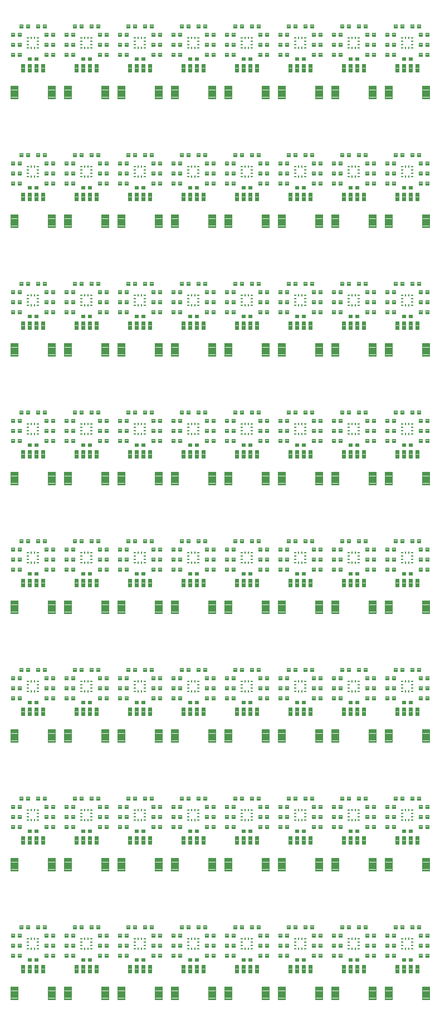
<source format=gtp>
G04 EAGLE Gerber RS-274X export*
G75*
%MOMM*%
%FSLAX34Y34*%
%LPD*%
%INSolderpaste Top*%
%IPPOS*%
%AMOC8*
5,1,8,0,0,1.08239X$1,22.5*%
G01*
%ADD10C,0.102000*%
%ADD11C,0.096000*%
%ADD12R,0.300000X0.250000*%
%ADD13R,0.250000X0.300000*%


D10*
X60990Y99110D02*
X56010Y99110D01*
X56010Y104090D01*
X60990Y104090D01*
X60990Y99110D01*
X60990Y100079D02*
X56010Y100079D01*
X56010Y101048D02*
X60990Y101048D01*
X60990Y102017D02*
X56010Y102017D01*
X56010Y102986D02*
X60990Y102986D01*
X60990Y103955D02*
X56010Y103955D01*
X66010Y99110D02*
X70990Y99110D01*
X66010Y99110D02*
X66010Y104090D01*
X70990Y104090D01*
X70990Y99110D01*
X70990Y100079D02*
X66010Y100079D01*
X66010Y101048D02*
X70990Y101048D01*
X70990Y102017D02*
X66010Y102017D01*
X66010Y102986D02*
X70990Y102986D01*
X70990Y103955D02*
X66010Y103955D01*
X20190Y104090D02*
X15210Y104090D01*
X20190Y104090D02*
X20190Y99110D01*
X15210Y99110D01*
X15210Y104090D01*
X15210Y100079D02*
X20190Y100079D01*
X20190Y101048D02*
X15210Y101048D01*
X15210Y102017D02*
X20190Y102017D01*
X20190Y102986D02*
X15210Y102986D01*
X15210Y103955D02*
X20190Y103955D01*
X10190Y104090D02*
X5210Y104090D01*
X10190Y104090D02*
X10190Y99110D01*
X5210Y99110D01*
X5210Y104090D01*
X5210Y100079D02*
X10190Y100079D01*
X10190Y101048D02*
X5210Y101048D01*
X5210Y102017D02*
X10190Y102017D01*
X10190Y102986D02*
X5210Y102986D01*
X5210Y103955D02*
X10190Y103955D01*
X53310Y116790D02*
X58290Y116790D01*
X58290Y111810D01*
X53310Y111810D01*
X53310Y116790D01*
X53310Y112779D02*
X58290Y112779D01*
X58290Y113748D02*
X53310Y113748D01*
X53310Y114717D02*
X58290Y114717D01*
X58290Y115686D02*
X53310Y115686D01*
X53310Y116655D02*
X58290Y116655D01*
X48290Y116790D02*
X43310Y116790D01*
X48290Y116790D02*
X48290Y111810D01*
X43310Y111810D01*
X43310Y116790D01*
X43310Y112779D02*
X48290Y112779D01*
X48290Y113748D02*
X43310Y113748D01*
X43310Y114717D02*
X48290Y114717D01*
X48290Y115686D02*
X43310Y115686D01*
X43310Y116655D02*
X48290Y116655D01*
D11*
X15620Y4530D02*
X4580Y4530D01*
X4580Y23570D01*
X15620Y23570D01*
X15620Y4530D01*
X15620Y5442D02*
X4580Y5442D01*
X4580Y6354D02*
X15620Y6354D01*
X15620Y7266D02*
X4580Y7266D01*
X4580Y8178D02*
X15620Y8178D01*
X15620Y9090D02*
X4580Y9090D01*
X4580Y10002D02*
X15620Y10002D01*
X15620Y10914D02*
X4580Y10914D01*
X4580Y11826D02*
X15620Y11826D01*
X15620Y12738D02*
X4580Y12738D01*
X4580Y13650D02*
X15620Y13650D01*
X15620Y14562D02*
X4580Y14562D01*
X4580Y15474D02*
X15620Y15474D01*
X15620Y16386D02*
X4580Y16386D01*
X4580Y17298D02*
X15620Y17298D01*
X15620Y18210D02*
X4580Y18210D01*
X4580Y19122D02*
X15620Y19122D01*
X15620Y20034D02*
X4580Y20034D01*
X4580Y20946D02*
X15620Y20946D01*
X15620Y21858D02*
X4580Y21858D01*
X4580Y22770D02*
X15620Y22770D01*
X60580Y4530D02*
X71620Y4530D01*
X60580Y4530D02*
X60580Y23570D01*
X71620Y23570D01*
X71620Y4530D01*
X71620Y5442D02*
X60580Y5442D01*
X60580Y6354D02*
X71620Y6354D01*
X71620Y7266D02*
X60580Y7266D01*
X60580Y8178D02*
X71620Y8178D01*
X71620Y9090D02*
X60580Y9090D01*
X60580Y10002D02*
X71620Y10002D01*
X71620Y10914D02*
X60580Y10914D01*
X60580Y11826D02*
X71620Y11826D01*
X71620Y12738D02*
X60580Y12738D01*
X60580Y13650D02*
X71620Y13650D01*
X71620Y14562D02*
X60580Y14562D01*
X60580Y15474D02*
X71620Y15474D01*
X71620Y16386D02*
X60580Y16386D01*
X60580Y17298D02*
X71620Y17298D01*
X71620Y18210D02*
X60580Y18210D01*
X60580Y19122D02*
X71620Y19122D01*
X71620Y20034D02*
X60580Y20034D01*
X60580Y20946D02*
X71620Y20946D01*
X71620Y21858D02*
X60580Y21858D01*
X60580Y22770D02*
X71620Y22770D01*
D10*
X25590Y44560D02*
X20610Y44560D01*
X20610Y57040D01*
X25590Y57040D01*
X25590Y44560D01*
X25590Y45529D02*
X20610Y45529D01*
X20610Y46498D02*
X25590Y46498D01*
X25590Y47467D02*
X20610Y47467D01*
X20610Y48436D02*
X25590Y48436D01*
X25590Y49405D02*
X20610Y49405D01*
X20610Y50374D02*
X25590Y50374D01*
X25590Y51343D02*
X20610Y51343D01*
X20610Y52312D02*
X25590Y52312D01*
X25590Y53281D02*
X20610Y53281D01*
X20610Y54250D02*
X25590Y54250D01*
X25590Y55219D02*
X20610Y55219D01*
X20610Y56188D02*
X25590Y56188D01*
X30610Y44560D02*
X35590Y44560D01*
X30610Y44560D02*
X30610Y57040D01*
X35590Y57040D01*
X35590Y44560D01*
X35590Y45529D02*
X30610Y45529D01*
X30610Y46498D02*
X35590Y46498D01*
X35590Y47467D02*
X30610Y47467D01*
X30610Y48436D02*
X35590Y48436D01*
X35590Y49405D02*
X30610Y49405D01*
X30610Y50374D02*
X35590Y50374D01*
X35590Y51343D02*
X30610Y51343D01*
X30610Y52312D02*
X35590Y52312D01*
X35590Y53281D02*
X30610Y53281D01*
X30610Y54250D02*
X35590Y54250D01*
X35590Y55219D02*
X30610Y55219D01*
X30610Y56188D02*
X35590Y56188D01*
X40610Y44560D02*
X45590Y44560D01*
X40610Y44560D02*
X40610Y57040D01*
X45590Y57040D01*
X45590Y44560D01*
X45590Y45529D02*
X40610Y45529D01*
X40610Y46498D02*
X45590Y46498D01*
X45590Y47467D02*
X40610Y47467D01*
X40610Y48436D02*
X45590Y48436D01*
X45590Y49405D02*
X40610Y49405D01*
X40610Y50374D02*
X45590Y50374D01*
X45590Y51343D02*
X40610Y51343D01*
X40610Y52312D02*
X45590Y52312D01*
X45590Y53281D02*
X40610Y53281D01*
X40610Y54250D02*
X45590Y54250D01*
X45590Y55219D02*
X40610Y55219D01*
X40610Y56188D02*
X45590Y56188D01*
X50610Y44560D02*
X55590Y44560D01*
X50610Y44560D02*
X50610Y57040D01*
X55590Y57040D01*
X55590Y44560D01*
X55590Y45529D02*
X50610Y45529D01*
X50610Y46498D02*
X55590Y46498D01*
X55590Y47467D02*
X50610Y47467D01*
X50610Y48436D02*
X55590Y48436D01*
X55590Y49405D02*
X50610Y49405D01*
X50610Y50374D02*
X55590Y50374D01*
X55590Y51343D02*
X50610Y51343D01*
X50610Y52312D02*
X55590Y52312D01*
X55590Y53281D02*
X50610Y53281D01*
X50610Y54250D02*
X55590Y54250D01*
X55590Y55219D02*
X50610Y55219D01*
X50610Y56188D02*
X55590Y56188D01*
X22890Y111810D02*
X17910Y111810D01*
X17910Y116790D01*
X22890Y116790D01*
X22890Y111810D01*
X22890Y112779D02*
X17910Y112779D01*
X17910Y113748D02*
X22890Y113748D01*
X22890Y114717D02*
X17910Y114717D01*
X17910Y115686D02*
X22890Y115686D01*
X22890Y116655D02*
X17910Y116655D01*
X27910Y111810D02*
X32890Y111810D01*
X27910Y111810D02*
X27910Y116790D01*
X32890Y116790D01*
X32890Y111810D01*
X32890Y112779D02*
X27910Y112779D01*
X27910Y113748D02*
X32890Y113748D01*
X32890Y114717D02*
X27910Y114717D01*
X27910Y115686D02*
X32890Y115686D01*
X32890Y116655D02*
X27910Y116655D01*
X56010Y68630D02*
X60990Y68630D01*
X56010Y68630D02*
X56010Y73610D01*
X60990Y73610D01*
X60990Y68630D01*
X60990Y69599D02*
X56010Y69599D01*
X56010Y70568D02*
X60990Y70568D01*
X60990Y71537D02*
X56010Y71537D01*
X56010Y72506D02*
X60990Y72506D01*
X60990Y73475D02*
X56010Y73475D01*
X66010Y68630D02*
X70990Y68630D01*
X66010Y68630D02*
X66010Y73610D01*
X70990Y73610D01*
X70990Y68630D01*
X70990Y69599D02*
X66010Y69599D01*
X66010Y70568D02*
X70990Y70568D01*
X70990Y71537D02*
X66010Y71537D01*
X66010Y72506D02*
X70990Y72506D01*
X70990Y73475D02*
X66010Y73475D01*
X66010Y88850D02*
X70990Y88850D01*
X70990Y83870D01*
X66010Y83870D01*
X66010Y88850D01*
X66010Y84839D02*
X70990Y84839D01*
X70990Y85808D02*
X66010Y85808D01*
X66010Y86777D02*
X70990Y86777D01*
X70990Y87746D02*
X66010Y87746D01*
X66010Y88715D02*
X70990Y88715D01*
X60990Y88850D02*
X56010Y88850D01*
X60990Y88850D02*
X60990Y83870D01*
X56010Y83870D01*
X56010Y88850D01*
X56010Y84839D02*
X60990Y84839D01*
X60990Y85808D02*
X56010Y85808D01*
X56010Y86777D02*
X60990Y86777D01*
X60990Y87746D02*
X56010Y87746D01*
X56010Y88715D02*
X60990Y88715D01*
X20190Y73610D02*
X15210Y73610D01*
X20190Y73610D02*
X20190Y68630D01*
X15210Y68630D01*
X15210Y73610D01*
X15210Y69599D02*
X20190Y69599D01*
X20190Y70568D02*
X15210Y70568D01*
X15210Y71537D02*
X20190Y71537D01*
X20190Y72506D02*
X15210Y72506D01*
X15210Y73475D02*
X20190Y73475D01*
X10190Y73610D02*
X5210Y73610D01*
X10190Y73610D02*
X10190Y68630D01*
X5210Y68630D01*
X5210Y73610D01*
X5210Y69599D02*
X10190Y69599D01*
X10190Y70568D02*
X5210Y70568D01*
X5210Y71537D02*
X10190Y71537D01*
X10190Y72506D02*
X5210Y72506D01*
X5210Y73475D02*
X10190Y73475D01*
X10190Y83870D02*
X5210Y83870D01*
X5210Y88850D01*
X10190Y88850D01*
X10190Y83870D01*
X10190Y84839D02*
X5210Y84839D01*
X5210Y85808D02*
X10190Y85808D01*
X10190Y86777D02*
X5210Y86777D01*
X5210Y87746D02*
X10190Y87746D01*
X10190Y88715D02*
X5210Y88715D01*
X15210Y83870D02*
X20190Y83870D01*
X15210Y83870D02*
X15210Y88850D01*
X20190Y88850D01*
X20190Y83870D01*
X20190Y84839D02*
X15210Y84839D01*
X15210Y85808D02*
X20190Y85808D01*
X20190Y86777D02*
X15210Y86777D01*
X15210Y87746D02*
X20190Y87746D01*
X20190Y88715D02*
X15210Y88715D01*
X40610Y67260D02*
X45590Y67260D01*
X45590Y62280D01*
X40610Y62280D01*
X40610Y67260D01*
X40610Y63249D02*
X45590Y63249D01*
X45590Y64218D02*
X40610Y64218D01*
X40610Y65187D02*
X45590Y65187D01*
X45590Y66156D02*
X40610Y66156D01*
X40610Y67125D02*
X45590Y67125D01*
X35590Y67260D02*
X30610Y67260D01*
X35590Y67260D02*
X35590Y62280D01*
X30610Y62280D01*
X30610Y67260D01*
X30610Y63249D02*
X35590Y63249D01*
X35590Y64218D02*
X30610Y64218D01*
X30610Y65187D02*
X35590Y65187D01*
X35590Y66156D02*
X30610Y66156D01*
X30610Y67125D02*
X35590Y67125D01*
D12*
X45850Y96400D03*
X45850Y91400D03*
X45850Y86400D03*
X45850Y81400D03*
D13*
X40600Y96650D03*
X35600Y96650D03*
D12*
X30350Y81400D03*
X30350Y86400D03*
X30350Y91400D03*
X30350Y96400D03*
D13*
X35600Y81150D03*
X40600Y81150D03*
D10*
X137290Y99110D02*
X142270Y99110D01*
X137290Y99110D02*
X137290Y104090D01*
X142270Y104090D01*
X142270Y99110D01*
X142270Y100079D02*
X137290Y100079D01*
X137290Y101048D02*
X142270Y101048D01*
X142270Y102017D02*
X137290Y102017D01*
X137290Y102986D02*
X142270Y102986D01*
X142270Y103955D02*
X137290Y103955D01*
X147290Y99110D02*
X152270Y99110D01*
X147290Y99110D02*
X147290Y104090D01*
X152270Y104090D01*
X152270Y99110D01*
X152270Y100079D02*
X147290Y100079D01*
X147290Y101048D02*
X152270Y101048D01*
X152270Y102017D02*
X147290Y102017D01*
X147290Y102986D02*
X152270Y102986D01*
X152270Y103955D02*
X147290Y103955D01*
X101470Y104090D02*
X96490Y104090D01*
X101470Y104090D02*
X101470Y99110D01*
X96490Y99110D01*
X96490Y104090D01*
X96490Y100079D02*
X101470Y100079D01*
X101470Y101048D02*
X96490Y101048D01*
X96490Y102017D02*
X101470Y102017D01*
X101470Y102986D02*
X96490Y102986D01*
X96490Y103955D02*
X101470Y103955D01*
X91470Y104090D02*
X86490Y104090D01*
X91470Y104090D02*
X91470Y99110D01*
X86490Y99110D01*
X86490Y104090D01*
X86490Y100079D02*
X91470Y100079D01*
X91470Y101048D02*
X86490Y101048D01*
X86490Y102017D02*
X91470Y102017D01*
X91470Y102986D02*
X86490Y102986D01*
X86490Y103955D02*
X91470Y103955D01*
X134590Y116790D02*
X139570Y116790D01*
X139570Y111810D01*
X134590Y111810D01*
X134590Y116790D01*
X134590Y112779D02*
X139570Y112779D01*
X139570Y113748D02*
X134590Y113748D01*
X134590Y114717D02*
X139570Y114717D01*
X139570Y115686D02*
X134590Y115686D01*
X134590Y116655D02*
X139570Y116655D01*
X129570Y116790D02*
X124590Y116790D01*
X129570Y116790D02*
X129570Y111810D01*
X124590Y111810D01*
X124590Y116790D01*
X124590Y112779D02*
X129570Y112779D01*
X129570Y113748D02*
X124590Y113748D01*
X124590Y114717D02*
X129570Y114717D01*
X129570Y115686D02*
X124590Y115686D01*
X124590Y116655D02*
X129570Y116655D01*
D11*
X96900Y4530D02*
X85860Y4530D01*
X85860Y23570D01*
X96900Y23570D01*
X96900Y4530D01*
X96900Y5442D02*
X85860Y5442D01*
X85860Y6354D02*
X96900Y6354D01*
X96900Y7266D02*
X85860Y7266D01*
X85860Y8178D02*
X96900Y8178D01*
X96900Y9090D02*
X85860Y9090D01*
X85860Y10002D02*
X96900Y10002D01*
X96900Y10914D02*
X85860Y10914D01*
X85860Y11826D02*
X96900Y11826D01*
X96900Y12738D02*
X85860Y12738D01*
X85860Y13650D02*
X96900Y13650D01*
X96900Y14562D02*
X85860Y14562D01*
X85860Y15474D02*
X96900Y15474D01*
X96900Y16386D02*
X85860Y16386D01*
X85860Y17298D02*
X96900Y17298D01*
X96900Y18210D02*
X85860Y18210D01*
X85860Y19122D02*
X96900Y19122D01*
X96900Y20034D02*
X85860Y20034D01*
X85860Y20946D02*
X96900Y20946D01*
X96900Y21858D02*
X85860Y21858D01*
X85860Y22770D02*
X96900Y22770D01*
X141860Y4530D02*
X152900Y4530D01*
X141860Y4530D02*
X141860Y23570D01*
X152900Y23570D01*
X152900Y4530D01*
X152900Y5442D02*
X141860Y5442D01*
X141860Y6354D02*
X152900Y6354D01*
X152900Y7266D02*
X141860Y7266D01*
X141860Y8178D02*
X152900Y8178D01*
X152900Y9090D02*
X141860Y9090D01*
X141860Y10002D02*
X152900Y10002D01*
X152900Y10914D02*
X141860Y10914D01*
X141860Y11826D02*
X152900Y11826D01*
X152900Y12738D02*
X141860Y12738D01*
X141860Y13650D02*
X152900Y13650D01*
X152900Y14562D02*
X141860Y14562D01*
X141860Y15474D02*
X152900Y15474D01*
X152900Y16386D02*
X141860Y16386D01*
X141860Y17298D02*
X152900Y17298D01*
X152900Y18210D02*
X141860Y18210D01*
X141860Y19122D02*
X152900Y19122D01*
X152900Y20034D02*
X141860Y20034D01*
X141860Y20946D02*
X152900Y20946D01*
X152900Y21858D02*
X141860Y21858D01*
X141860Y22770D02*
X152900Y22770D01*
D10*
X106870Y44560D02*
X101890Y44560D01*
X101890Y57040D01*
X106870Y57040D01*
X106870Y44560D01*
X106870Y45529D02*
X101890Y45529D01*
X101890Y46498D02*
X106870Y46498D01*
X106870Y47467D02*
X101890Y47467D01*
X101890Y48436D02*
X106870Y48436D01*
X106870Y49405D02*
X101890Y49405D01*
X101890Y50374D02*
X106870Y50374D01*
X106870Y51343D02*
X101890Y51343D01*
X101890Y52312D02*
X106870Y52312D01*
X106870Y53281D02*
X101890Y53281D01*
X101890Y54250D02*
X106870Y54250D01*
X106870Y55219D02*
X101890Y55219D01*
X101890Y56188D02*
X106870Y56188D01*
X111890Y44560D02*
X116870Y44560D01*
X111890Y44560D02*
X111890Y57040D01*
X116870Y57040D01*
X116870Y44560D01*
X116870Y45529D02*
X111890Y45529D01*
X111890Y46498D02*
X116870Y46498D01*
X116870Y47467D02*
X111890Y47467D01*
X111890Y48436D02*
X116870Y48436D01*
X116870Y49405D02*
X111890Y49405D01*
X111890Y50374D02*
X116870Y50374D01*
X116870Y51343D02*
X111890Y51343D01*
X111890Y52312D02*
X116870Y52312D01*
X116870Y53281D02*
X111890Y53281D01*
X111890Y54250D02*
X116870Y54250D01*
X116870Y55219D02*
X111890Y55219D01*
X111890Y56188D02*
X116870Y56188D01*
X121890Y44560D02*
X126870Y44560D01*
X121890Y44560D02*
X121890Y57040D01*
X126870Y57040D01*
X126870Y44560D01*
X126870Y45529D02*
X121890Y45529D01*
X121890Y46498D02*
X126870Y46498D01*
X126870Y47467D02*
X121890Y47467D01*
X121890Y48436D02*
X126870Y48436D01*
X126870Y49405D02*
X121890Y49405D01*
X121890Y50374D02*
X126870Y50374D01*
X126870Y51343D02*
X121890Y51343D01*
X121890Y52312D02*
X126870Y52312D01*
X126870Y53281D02*
X121890Y53281D01*
X121890Y54250D02*
X126870Y54250D01*
X126870Y55219D02*
X121890Y55219D01*
X121890Y56188D02*
X126870Y56188D01*
X131890Y44560D02*
X136870Y44560D01*
X131890Y44560D02*
X131890Y57040D01*
X136870Y57040D01*
X136870Y44560D01*
X136870Y45529D02*
X131890Y45529D01*
X131890Y46498D02*
X136870Y46498D01*
X136870Y47467D02*
X131890Y47467D01*
X131890Y48436D02*
X136870Y48436D01*
X136870Y49405D02*
X131890Y49405D01*
X131890Y50374D02*
X136870Y50374D01*
X136870Y51343D02*
X131890Y51343D01*
X131890Y52312D02*
X136870Y52312D01*
X136870Y53281D02*
X131890Y53281D01*
X131890Y54250D02*
X136870Y54250D01*
X136870Y55219D02*
X131890Y55219D01*
X131890Y56188D02*
X136870Y56188D01*
X104170Y111810D02*
X99190Y111810D01*
X99190Y116790D01*
X104170Y116790D01*
X104170Y111810D01*
X104170Y112779D02*
X99190Y112779D01*
X99190Y113748D02*
X104170Y113748D01*
X104170Y114717D02*
X99190Y114717D01*
X99190Y115686D02*
X104170Y115686D01*
X104170Y116655D02*
X99190Y116655D01*
X109190Y111810D02*
X114170Y111810D01*
X109190Y111810D02*
X109190Y116790D01*
X114170Y116790D01*
X114170Y111810D01*
X114170Y112779D02*
X109190Y112779D01*
X109190Y113748D02*
X114170Y113748D01*
X114170Y114717D02*
X109190Y114717D01*
X109190Y115686D02*
X114170Y115686D01*
X114170Y116655D02*
X109190Y116655D01*
X137290Y68630D02*
X142270Y68630D01*
X137290Y68630D02*
X137290Y73610D01*
X142270Y73610D01*
X142270Y68630D01*
X142270Y69599D02*
X137290Y69599D01*
X137290Y70568D02*
X142270Y70568D01*
X142270Y71537D02*
X137290Y71537D01*
X137290Y72506D02*
X142270Y72506D01*
X142270Y73475D02*
X137290Y73475D01*
X147290Y68630D02*
X152270Y68630D01*
X147290Y68630D02*
X147290Y73610D01*
X152270Y73610D01*
X152270Y68630D01*
X152270Y69599D02*
X147290Y69599D01*
X147290Y70568D02*
X152270Y70568D01*
X152270Y71537D02*
X147290Y71537D01*
X147290Y72506D02*
X152270Y72506D01*
X152270Y73475D02*
X147290Y73475D01*
X147290Y88850D02*
X152270Y88850D01*
X152270Y83870D01*
X147290Y83870D01*
X147290Y88850D01*
X147290Y84839D02*
X152270Y84839D01*
X152270Y85808D02*
X147290Y85808D01*
X147290Y86777D02*
X152270Y86777D01*
X152270Y87746D02*
X147290Y87746D01*
X147290Y88715D02*
X152270Y88715D01*
X142270Y88850D02*
X137290Y88850D01*
X142270Y88850D02*
X142270Y83870D01*
X137290Y83870D01*
X137290Y88850D01*
X137290Y84839D02*
X142270Y84839D01*
X142270Y85808D02*
X137290Y85808D01*
X137290Y86777D02*
X142270Y86777D01*
X142270Y87746D02*
X137290Y87746D01*
X137290Y88715D02*
X142270Y88715D01*
X101470Y73610D02*
X96490Y73610D01*
X101470Y73610D02*
X101470Y68630D01*
X96490Y68630D01*
X96490Y73610D01*
X96490Y69599D02*
X101470Y69599D01*
X101470Y70568D02*
X96490Y70568D01*
X96490Y71537D02*
X101470Y71537D01*
X101470Y72506D02*
X96490Y72506D01*
X96490Y73475D02*
X101470Y73475D01*
X91470Y73610D02*
X86490Y73610D01*
X91470Y73610D02*
X91470Y68630D01*
X86490Y68630D01*
X86490Y73610D01*
X86490Y69599D02*
X91470Y69599D01*
X91470Y70568D02*
X86490Y70568D01*
X86490Y71537D02*
X91470Y71537D01*
X91470Y72506D02*
X86490Y72506D01*
X86490Y73475D02*
X91470Y73475D01*
X91470Y83870D02*
X86490Y83870D01*
X86490Y88850D01*
X91470Y88850D01*
X91470Y83870D01*
X91470Y84839D02*
X86490Y84839D01*
X86490Y85808D02*
X91470Y85808D01*
X91470Y86777D02*
X86490Y86777D01*
X86490Y87746D02*
X91470Y87746D01*
X91470Y88715D02*
X86490Y88715D01*
X96490Y83870D02*
X101470Y83870D01*
X96490Y83870D02*
X96490Y88850D01*
X101470Y88850D01*
X101470Y83870D01*
X101470Y84839D02*
X96490Y84839D01*
X96490Y85808D02*
X101470Y85808D01*
X101470Y86777D02*
X96490Y86777D01*
X96490Y87746D02*
X101470Y87746D01*
X101470Y88715D02*
X96490Y88715D01*
X121890Y67260D02*
X126870Y67260D01*
X126870Y62280D01*
X121890Y62280D01*
X121890Y67260D01*
X121890Y63249D02*
X126870Y63249D01*
X126870Y64218D02*
X121890Y64218D01*
X121890Y65187D02*
X126870Y65187D01*
X126870Y66156D02*
X121890Y66156D01*
X121890Y67125D02*
X126870Y67125D01*
X116870Y67260D02*
X111890Y67260D01*
X116870Y67260D02*
X116870Y62280D01*
X111890Y62280D01*
X111890Y67260D01*
X111890Y63249D02*
X116870Y63249D01*
X116870Y64218D02*
X111890Y64218D01*
X111890Y65187D02*
X116870Y65187D01*
X116870Y66156D02*
X111890Y66156D01*
X111890Y67125D02*
X116870Y67125D01*
D12*
X127130Y96400D03*
X127130Y91400D03*
X127130Y86400D03*
X127130Y81400D03*
D13*
X121880Y96650D03*
X116880Y96650D03*
D12*
X111630Y81400D03*
X111630Y86400D03*
X111630Y91400D03*
X111630Y96400D03*
D13*
X116880Y81150D03*
X121880Y81150D03*
D10*
X218570Y99110D02*
X223550Y99110D01*
X218570Y99110D02*
X218570Y104090D01*
X223550Y104090D01*
X223550Y99110D01*
X223550Y100079D02*
X218570Y100079D01*
X218570Y101048D02*
X223550Y101048D01*
X223550Y102017D02*
X218570Y102017D01*
X218570Y102986D02*
X223550Y102986D01*
X223550Y103955D02*
X218570Y103955D01*
X228570Y99110D02*
X233550Y99110D01*
X228570Y99110D02*
X228570Y104090D01*
X233550Y104090D01*
X233550Y99110D01*
X233550Y100079D02*
X228570Y100079D01*
X228570Y101048D02*
X233550Y101048D01*
X233550Y102017D02*
X228570Y102017D01*
X228570Y102986D02*
X233550Y102986D01*
X233550Y103955D02*
X228570Y103955D01*
X182750Y104090D02*
X177770Y104090D01*
X182750Y104090D02*
X182750Y99110D01*
X177770Y99110D01*
X177770Y104090D01*
X177770Y100079D02*
X182750Y100079D01*
X182750Y101048D02*
X177770Y101048D01*
X177770Y102017D02*
X182750Y102017D01*
X182750Y102986D02*
X177770Y102986D01*
X177770Y103955D02*
X182750Y103955D01*
X172750Y104090D02*
X167770Y104090D01*
X172750Y104090D02*
X172750Y99110D01*
X167770Y99110D01*
X167770Y104090D01*
X167770Y100079D02*
X172750Y100079D01*
X172750Y101048D02*
X167770Y101048D01*
X167770Y102017D02*
X172750Y102017D01*
X172750Y102986D02*
X167770Y102986D01*
X167770Y103955D02*
X172750Y103955D01*
X215870Y116790D02*
X220850Y116790D01*
X220850Y111810D01*
X215870Y111810D01*
X215870Y116790D01*
X215870Y112779D02*
X220850Y112779D01*
X220850Y113748D02*
X215870Y113748D01*
X215870Y114717D02*
X220850Y114717D01*
X220850Y115686D02*
X215870Y115686D01*
X215870Y116655D02*
X220850Y116655D01*
X210850Y116790D02*
X205870Y116790D01*
X210850Y116790D02*
X210850Y111810D01*
X205870Y111810D01*
X205870Y116790D01*
X205870Y112779D02*
X210850Y112779D01*
X210850Y113748D02*
X205870Y113748D01*
X205870Y114717D02*
X210850Y114717D01*
X210850Y115686D02*
X205870Y115686D01*
X205870Y116655D02*
X210850Y116655D01*
D11*
X178180Y4530D02*
X167140Y4530D01*
X167140Y23570D01*
X178180Y23570D01*
X178180Y4530D01*
X178180Y5442D02*
X167140Y5442D01*
X167140Y6354D02*
X178180Y6354D01*
X178180Y7266D02*
X167140Y7266D01*
X167140Y8178D02*
X178180Y8178D01*
X178180Y9090D02*
X167140Y9090D01*
X167140Y10002D02*
X178180Y10002D01*
X178180Y10914D02*
X167140Y10914D01*
X167140Y11826D02*
X178180Y11826D01*
X178180Y12738D02*
X167140Y12738D01*
X167140Y13650D02*
X178180Y13650D01*
X178180Y14562D02*
X167140Y14562D01*
X167140Y15474D02*
X178180Y15474D01*
X178180Y16386D02*
X167140Y16386D01*
X167140Y17298D02*
X178180Y17298D01*
X178180Y18210D02*
X167140Y18210D01*
X167140Y19122D02*
X178180Y19122D01*
X178180Y20034D02*
X167140Y20034D01*
X167140Y20946D02*
X178180Y20946D01*
X178180Y21858D02*
X167140Y21858D01*
X167140Y22770D02*
X178180Y22770D01*
X223140Y4530D02*
X234180Y4530D01*
X223140Y4530D02*
X223140Y23570D01*
X234180Y23570D01*
X234180Y4530D01*
X234180Y5442D02*
X223140Y5442D01*
X223140Y6354D02*
X234180Y6354D01*
X234180Y7266D02*
X223140Y7266D01*
X223140Y8178D02*
X234180Y8178D01*
X234180Y9090D02*
X223140Y9090D01*
X223140Y10002D02*
X234180Y10002D01*
X234180Y10914D02*
X223140Y10914D01*
X223140Y11826D02*
X234180Y11826D01*
X234180Y12738D02*
X223140Y12738D01*
X223140Y13650D02*
X234180Y13650D01*
X234180Y14562D02*
X223140Y14562D01*
X223140Y15474D02*
X234180Y15474D01*
X234180Y16386D02*
X223140Y16386D01*
X223140Y17298D02*
X234180Y17298D01*
X234180Y18210D02*
X223140Y18210D01*
X223140Y19122D02*
X234180Y19122D01*
X234180Y20034D02*
X223140Y20034D01*
X223140Y20946D02*
X234180Y20946D01*
X234180Y21858D02*
X223140Y21858D01*
X223140Y22770D02*
X234180Y22770D01*
D10*
X188150Y44560D02*
X183170Y44560D01*
X183170Y57040D01*
X188150Y57040D01*
X188150Y44560D01*
X188150Y45529D02*
X183170Y45529D01*
X183170Y46498D02*
X188150Y46498D01*
X188150Y47467D02*
X183170Y47467D01*
X183170Y48436D02*
X188150Y48436D01*
X188150Y49405D02*
X183170Y49405D01*
X183170Y50374D02*
X188150Y50374D01*
X188150Y51343D02*
X183170Y51343D01*
X183170Y52312D02*
X188150Y52312D01*
X188150Y53281D02*
X183170Y53281D01*
X183170Y54250D02*
X188150Y54250D01*
X188150Y55219D02*
X183170Y55219D01*
X183170Y56188D02*
X188150Y56188D01*
X193170Y44560D02*
X198150Y44560D01*
X193170Y44560D02*
X193170Y57040D01*
X198150Y57040D01*
X198150Y44560D01*
X198150Y45529D02*
X193170Y45529D01*
X193170Y46498D02*
X198150Y46498D01*
X198150Y47467D02*
X193170Y47467D01*
X193170Y48436D02*
X198150Y48436D01*
X198150Y49405D02*
X193170Y49405D01*
X193170Y50374D02*
X198150Y50374D01*
X198150Y51343D02*
X193170Y51343D01*
X193170Y52312D02*
X198150Y52312D01*
X198150Y53281D02*
X193170Y53281D01*
X193170Y54250D02*
X198150Y54250D01*
X198150Y55219D02*
X193170Y55219D01*
X193170Y56188D02*
X198150Y56188D01*
X203170Y44560D02*
X208150Y44560D01*
X203170Y44560D02*
X203170Y57040D01*
X208150Y57040D01*
X208150Y44560D01*
X208150Y45529D02*
X203170Y45529D01*
X203170Y46498D02*
X208150Y46498D01*
X208150Y47467D02*
X203170Y47467D01*
X203170Y48436D02*
X208150Y48436D01*
X208150Y49405D02*
X203170Y49405D01*
X203170Y50374D02*
X208150Y50374D01*
X208150Y51343D02*
X203170Y51343D01*
X203170Y52312D02*
X208150Y52312D01*
X208150Y53281D02*
X203170Y53281D01*
X203170Y54250D02*
X208150Y54250D01*
X208150Y55219D02*
X203170Y55219D01*
X203170Y56188D02*
X208150Y56188D01*
X213170Y44560D02*
X218150Y44560D01*
X213170Y44560D02*
X213170Y57040D01*
X218150Y57040D01*
X218150Y44560D01*
X218150Y45529D02*
X213170Y45529D01*
X213170Y46498D02*
X218150Y46498D01*
X218150Y47467D02*
X213170Y47467D01*
X213170Y48436D02*
X218150Y48436D01*
X218150Y49405D02*
X213170Y49405D01*
X213170Y50374D02*
X218150Y50374D01*
X218150Y51343D02*
X213170Y51343D01*
X213170Y52312D02*
X218150Y52312D01*
X218150Y53281D02*
X213170Y53281D01*
X213170Y54250D02*
X218150Y54250D01*
X218150Y55219D02*
X213170Y55219D01*
X213170Y56188D02*
X218150Y56188D01*
X185450Y111810D02*
X180470Y111810D01*
X180470Y116790D01*
X185450Y116790D01*
X185450Y111810D01*
X185450Y112779D02*
X180470Y112779D01*
X180470Y113748D02*
X185450Y113748D01*
X185450Y114717D02*
X180470Y114717D01*
X180470Y115686D02*
X185450Y115686D01*
X185450Y116655D02*
X180470Y116655D01*
X190470Y111810D02*
X195450Y111810D01*
X190470Y111810D02*
X190470Y116790D01*
X195450Y116790D01*
X195450Y111810D01*
X195450Y112779D02*
X190470Y112779D01*
X190470Y113748D02*
X195450Y113748D01*
X195450Y114717D02*
X190470Y114717D01*
X190470Y115686D02*
X195450Y115686D01*
X195450Y116655D02*
X190470Y116655D01*
X218570Y68630D02*
X223550Y68630D01*
X218570Y68630D02*
X218570Y73610D01*
X223550Y73610D01*
X223550Y68630D01*
X223550Y69599D02*
X218570Y69599D01*
X218570Y70568D02*
X223550Y70568D01*
X223550Y71537D02*
X218570Y71537D01*
X218570Y72506D02*
X223550Y72506D01*
X223550Y73475D02*
X218570Y73475D01*
X228570Y68630D02*
X233550Y68630D01*
X228570Y68630D02*
X228570Y73610D01*
X233550Y73610D01*
X233550Y68630D01*
X233550Y69599D02*
X228570Y69599D01*
X228570Y70568D02*
X233550Y70568D01*
X233550Y71537D02*
X228570Y71537D01*
X228570Y72506D02*
X233550Y72506D01*
X233550Y73475D02*
X228570Y73475D01*
X228570Y88850D02*
X233550Y88850D01*
X233550Y83870D01*
X228570Y83870D01*
X228570Y88850D01*
X228570Y84839D02*
X233550Y84839D01*
X233550Y85808D02*
X228570Y85808D01*
X228570Y86777D02*
X233550Y86777D01*
X233550Y87746D02*
X228570Y87746D01*
X228570Y88715D02*
X233550Y88715D01*
X223550Y88850D02*
X218570Y88850D01*
X223550Y88850D02*
X223550Y83870D01*
X218570Y83870D01*
X218570Y88850D01*
X218570Y84839D02*
X223550Y84839D01*
X223550Y85808D02*
X218570Y85808D01*
X218570Y86777D02*
X223550Y86777D01*
X223550Y87746D02*
X218570Y87746D01*
X218570Y88715D02*
X223550Y88715D01*
X182750Y73610D02*
X177770Y73610D01*
X182750Y73610D02*
X182750Y68630D01*
X177770Y68630D01*
X177770Y73610D01*
X177770Y69599D02*
X182750Y69599D01*
X182750Y70568D02*
X177770Y70568D01*
X177770Y71537D02*
X182750Y71537D01*
X182750Y72506D02*
X177770Y72506D01*
X177770Y73475D02*
X182750Y73475D01*
X172750Y73610D02*
X167770Y73610D01*
X172750Y73610D02*
X172750Y68630D01*
X167770Y68630D01*
X167770Y73610D01*
X167770Y69599D02*
X172750Y69599D01*
X172750Y70568D02*
X167770Y70568D01*
X167770Y71537D02*
X172750Y71537D01*
X172750Y72506D02*
X167770Y72506D01*
X167770Y73475D02*
X172750Y73475D01*
X172750Y83870D02*
X167770Y83870D01*
X167770Y88850D01*
X172750Y88850D01*
X172750Y83870D01*
X172750Y84839D02*
X167770Y84839D01*
X167770Y85808D02*
X172750Y85808D01*
X172750Y86777D02*
X167770Y86777D01*
X167770Y87746D02*
X172750Y87746D01*
X172750Y88715D02*
X167770Y88715D01*
X177770Y83870D02*
X182750Y83870D01*
X177770Y83870D02*
X177770Y88850D01*
X182750Y88850D01*
X182750Y83870D01*
X182750Y84839D02*
X177770Y84839D01*
X177770Y85808D02*
X182750Y85808D01*
X182750Y86777D02*
X177770Y86777D01*
X177770Y87746D02*
X182750Y87746D01*
X182750Y88715D02*
X177770Y88715D01*
X203170Y67260D02*
X208150Y67260D01*
X208150Y62280D01*
X203170Y62280D01*
X203170Y67260D01*
X203170Y63249D02*
X208150Y63249D01*
X208150Y64218D02*
X203170Y64218D01*
X203170Y65187D02*
X208150Y65187D01*
X208150Y66156D02*
X203170Y66156D01*
X203170Y67125D02*
X208150Y67125D01*
X198150Y67260D02*
X193170Y67260D01*
X198150Y67260D02*
X198150Y62280D01*
X193170Y62280D01*
X193170Y67260D01*
X193170Y63249D02*
X198150Y63249D01*
X198150Y64218D02*
X193170Y64218D01*
X193170Y65187D02*
X198150Y65187D01*
X198150Y66156D02*
X193170Y66156D01*
X193170Y67125D02*
X198150Y67125D01*
D12*
X208410Y96400D03*
X208410Y91400D03*
X208410Y86400D03*
X208410Y81400D03*
D13*
X203160Y96650D03*
X198160Y96650D03*
D12*
X192910Y81400D03*
X192910Y86400D03*
X192910Y91400D03*
X192910Y96400D03*
D13*
X198160Y81150D03*
X203160Y81150D03*
D10*
X299850Y99110D02*
X304830Y99110D01*
X299850Y99110D02*
X299850Y104090D01*
X304830Y104090D01*
X304830Y99110D01*
X304830Y100079D02*
X299850Y100079D01*
X299850Y101048D02*
X304830Y101048D01*
X304830Y102017D02*
X299850Y102017D01*
X299850Y102986D02*
X304830Y102986D01*
X304830Y103955D02*
X299850Y103955D01*
X309850Y99110D02*
X314830Y99110D01*
X309850Y99110D02*
X309850Y104090D01*
X314830Y104090D01*
X314830Y99110D01*
X314830Y100079D02*
X309850Y100079D01*
X309850Y101048D02*
X314830Y101048D01*
X314830Y102017D02*
X309850Y102017D01*
X309850Y102986D02*
X314830Y102986D01*
X314830Y103955D02*
X309850Y103955D01*
X264030Y104090D02*
X259050Y104090D01*
X264030Y104090D02*
X264030Y99110D01*
X259050Y99110D01*
X259050Y104090D01*
X259050Y100079D02*
X264030Y100079D01*
X264030Y101048D02*
X259050Y101048D01*
X259050Y102017D02*
X264030Y102017D01*
X264030Y102986D02*
X259050Y102986D01*
X259050Y103955D02*
X264030Y103955D01*
X254030Y104090D02*
X249050Y104090D01*
X254030Y104090D02*
X254030Y99110D01*
X249050Y99110D01*
X249050Y104090D01*
X249050Y100079D02*
X254030Y100079D01*
X254030Y101048D02*
X249050Y101048D01*
X249050Y102017D02*
X254030Y102017D01*
X254030Y102986D02*
X249050Y102986D01*
X249050Y103955D02*
X254030Y103955D01*
X297150Y116790D02*
X302130Y116790D01*
X302130Y111810D01*
X297150Y111810D01*
X297150Y116790D01*
X297150Y112779D02*
X302130Y112779D01*
X302130Y113748D02*
X297150Y113748D01*
X297150Y114717D02*
X302130Y114717D01*
X302130Y115686D02*
X297150Y115686D01*
X297150Y116655D02*
X302130Y116655D01*
X292130Y116790D02*
X287150Y116790D01*
X292130Y116790D02*
X292130Y111810D01*
X287150Y111810D01*
X287150Y116790D01*
X287150Y112779D02*
X292130Y112779D01*
X292130Y113748D02*
X287150Y113748D01*
X287150Y114717D02*
X292130Y114717D01*
X292130Y115686D02*
X287150Y115686D01*
X287150Y116655D02*
X292130Y116655D01*
D11*
X259460Y4530D02*
X248420Y4530D01*
X248420Y23570D01*
X259460Y23570D01*
X259460Y4530D01*
X259460Y5442D02*
X248420Y5442D01*
X248420Y6354D02*
X259460Y6354D01*
X259460Y7266D02*
X248420Y7266D01*
X248420Y8178D02*
X259460Y8178D01*
X259460Y9090D02*
X248420Y9090D01*
X248420Y10002D02*
X259460Y10002D01*
X259460Y10914D02*
X248420Y10914D01*
X248420Y11826D02*
X259460Y11826D01*
X259460Y12738D02*
X248420Y12738D01*
X248420Y13650D02*
X259460Y13650D01*
X259460Y14562D02*
X248420Y14562D01*
X248420Y15474D02*
X259460Y15474D01*
X259460Y16386D02*
X248420Y16386D01*
X248420Y17298D02*
X259460Y17298D01*
X259460Y18210D02*
X248420Y18210D01*
X248420Y19122D02*
X259460Y19122D01*
X259460Y20034D02*
X248420Y20034D01*
X248420Y20946D02*
X259460Y20946D01*
X259460Y21858D02*
X248420Y21858D01*
X248420Y22770D02*
X259460Y22770D01*
X304420Y4530D02*
X315460Y4530D01*
X304420Y4530D02*
X304420Y23570D01*
X315460Y23570D01*
X315460Y4530D01*
X315460Y5442D02*
X304420Y5442D01*
X304420Y6354D02*
X315460Y6354D01*
X315460Y7266D02*
X304420Y7266D01*
X304420Y8178D02*
X315460Y8178D01*
X315460Y9090D02*
X304420Y9090D01*
X304420Y10002D02*
X315460Y10002D01*
X315460Y10914D02*
X304420Y10914D01*
X304420Y11826D02*
X315460Y11826D01*
X315460Y12738D02*
X304420Y12738D01*
X304420Y13650D02*
X315460Y13650D01*
X315460Y14562D02*
X304420Y14562D01*
X304420Y15474D02*
X315460Y15474D01*
X315460Y16386D02*
X304420Y16386D01*
X304420Y17298D02*
X315460Y17298D01*
X315460Y18210D02*
X304420Y18210D01*
X304420Y19122D02*
X315460Y19122D01*
X315460Y20034D02*
X304420Y20034D01*
X304420Y20946D02*
X315460Y20946D01*
X315460Y21858D02*
X304420Y21858D01*
X304420Y22770D02*
X315460Y22770D01*
D10*
X269430Y44560D02*
X264450Y44560D01*
X264450Y57040D01*
X269430Y57040D01*
X269430Y44560D01*
X269430Y45529D02*
X264450Y45529D01*
X264450Y46498D02*
X269430Y46498D01*
X269430Y47467D02*
X264450Y47467D01*
X264450Y48436D02*
X269430Y48436D01*
X269430Y49405D02*
X264450Y49405D01*
X264450Y50374D02*
X269430Y50374D01*
X269430Y51343D02*
X264450Y51343D01*
X264450Y52312D02*
X269430Y52312D01*
X269430Y53281D02*
X264450Y53281D01*
X264450Y54250D02*
X269430Y54250D01*
X269430Y55219D02*
X264450Y55219D01*
X264450Y56188D02*
X269430Y56188D01*
X274450Y44560D02*
X279430Y44560D01*
X274450Y44560D02*
X274450Y57040D01*
X279430Y57040D01*
X279430Y44560D01*
X279430Y45529D02*
X274450Y45529D01*
X274450Y46498D02*
X279430Y46498D01*
X279430Y47467D02*
X274450Y47467D01*
X274450Y48436D02*
X279430Y48436D01*
X279430Y49405D02*
X274450Y49405D01*
X274450Y50374D02*
X279430Y50374D01*
X279430Y51343D02*
X274450Y51343D01*
X274450Y52312D02*
X279430Y52312D01*
X279430Y53281D02*
X274450Y53281D01*
X274450Y54250D02*
X279430Y54250D01*
X279430Y55219D02*
X274450Y55219D01*
X274450Y56188D02*
X279430Y56188D01*
X284450Y44560D02*
X289430Y44560D01*
X284450Y44560D02*
X284450Y57040D01*
X289430Y57040D01*
X289430Y44560D01*
X289430Y45529D02*
X284450Y45529D01*
X284450Y46498D02*
X289430Y46498D01*
X289430Y47467D02*
X284450Y47467D01*
X284450Y48436D02*
X289430Y48436D01*
X289430Y49405D02*
X284450Y49405D01*
X284450Y50374D02*
X289430Y50374D01*
X289430Y51343D02*
X284450Y51343D01*
X284450Y52312D02*
X289430Y52312D01*
X289430Y53281D02*
X284450Y53281D01*
X284450Y54250D02*
X289430Y54250D01*
X289430Y55219D02*
X284450Y55219D01*
X284450Y56188D02*
X289430Y56188D01*
X294450Y44560D02*
X299430Y44560D01*
X294450Y44560D02*
X294450Y57040D01*
X299430Y57040D01*
X299430Y44560D01*
X299430Y45529D02*
X294450Y45529D01*
X294450Y46498D02*
X299430Y46498D01*
X299430Y47467D02*
X294450Y47467D01*
X294450Y48436D02*
X299430Y48436D01*
X299430Y49405D02*
X294450Y49405D01*
X294450Y50374D02*
X299430Y50374D01*
X299430Y51343D02*
X294450Y51343D01*
X294450Y52312D02*
X299430Y52312D01*
X299430Y53281D02*
X294450Y53281D01*
X294450Y54250D02*
X299430Y54250D01*
X299430Y55219D02*
X294450Y55219D01*
X294450Y56188D02*
X299430Y56188D01*
X266730Y111810D02*
X261750Y111810D01*
X261750Y116790D01*
X266730Y116790D01*
X266730Y111810D01*
X266730Y112779D02*
X261750Y112779D01*
X261750Y113748D02*
X266730Y113748D01*
X266730Y114717D02*
X261750Y114717D01*
X261750Y115686D02*
X266730Y115686D01*
X266730Y116655D02*
X261750Y116655D01*
X271750Y111810D02*
X276730Y111810D01*
X271750Y111810D02*
X271750Y116790D01*
X276730Y116790D01*
X276730Y111810D01*
X276730Y112779D02*
X271750Y112779D01*
X271750Y113748D02*
X276730Y113748D01*
X276730Y114717D02*
X271750Y114717D01*
X271750Y115686D02*
X276730Y115686D01*
X276730Y116655D02*
X271750Y116655D01*
X299850Y68630D02*
X304830Y68630D01*
X299850Y68630D02*
X299850Y73610D01*
X304830Y73610D01*
X304830Y68630D01*
X304830Y69599D02*
X299850Y69599D01*
X299850Y70568D02*
X304830Y70568D01*
X304830Y71537D02*
X299850Y71537D01*
X299850Y72506D02*
X304830Y72506D01*
X304830Y73475D02*
X299850Y73475D01*
X309850Y68630D02*
X314830Y68630D01*
X309850Y68630D02*
X309850Y73610D01*
X314830Y73610D01*
X314830Y68630D01*
X314830Y69599D02*
X309850Y69599D01*
X309850Y70568D02*
X314830Y70568D01*
X314830Y71537D02*
X309850Y71537D01*
X309850Y72506D02*
X314830Y72506D01*
X314830Y73475D02*
X309850Y73475D01*
X309850Y88850D02*
X314830Y88850D01*
X314830Y83870D01*
X309850Y83870D01*
X309850Y88850D01*
X309850Y84839D02*
X314830Y84839D01*
X314830Y85808D02*
X309850Y85808D01*
X309850Y86777D02*
X314830Y86777D01*
X314830Y87746D02*
X309850Y87746D01*
X309850Y88715D02*
X314830Y88715D01*
X304830Y88850D02*
X299850Y88850D01*
X304830Y88850D02*
X304830Y83870D01*
X299850Y83870D01*
X299850Y88850D01*
X299850Y84839D02*
X304830Y84839D01*
X304830Y85808D02*
X299850Y85808D01*
X299850Y86777D02*
X304830Y86777D01*
X304830Y87746D02*
X299850Y87746D01*
X299850Y88715D02*
X304830Y88715D01*
X264030Y73610D02*
X259050Y73610D01*
X264030Y73610D02*
X264030Y68630D01*
X259050Y68630D01*
X259050Y73610D01*
X259050Y69599D02*
X264030Y69599D01*
X264030Y70568D02*
X259050Y70568D01*
X259050Y71537D02*
X264030Y71537D01*
X264030Y72506D02*
X259050Y72506D01*
X259050Y73475D02*
X264030Y73475D01*
X254030Y73610D02*
X249050Y73610D01*
X254030Y73610D02*
X254030Y68630D01*
X249050Y68630D01*
X249050Y73610D01*
X249050Y69599D02*
X254030Y69599D01*
X254030Y70568D02*
X249050Y70568D01*
X249050Y71537D02*
X254030Y71537D01*
X254030Y72506D02*
X249050Y72506D01*
X249050Y73475D02*
X254030Y73475D01*
X254030Y83870D02*
X249050Y83870D01*
X249050Y88850D01*
X254030Y88850D01*
X254030Y83870D01*
X254030Y84839D02*
X249050Y84839D01*
X249050Y85808D02*
X254030Y85808D01*
X254030Y86777D02*
X249050Y86777D01*
X249050Y87746D02*
X254030Y87746D01*
X254030Y88715D02*
X249050Y88715D01*
X259050Y83870D02*
X264030Y83870D01*
X259050Y83870D02*
X259050Y88850D01*
X264030Y88850D01*
X264030Y83870D01*
X264030Y84839D02*
X259050Y84839D01*
X259050Y85808D02*
X264030Y85808D01*
X264030Y86777D02*
X259050Y86777D01*
X259050Y87746D02*
X264030Y87746D01*
X264030Y88715D02*
X259050Y88715D01*
X284450Y67260D02*
X289430Y67260D01*
X289430Y62280D01*
X284450Y62280D01*
X284450Y67260D01*
X284450Y63249D02*
X289430Y63249D01*
X289430Y64218D02*
X284450Y64218D01*
X284450Y65187D02*
X289430Y65187D01*
X289430Y66156D02*
X284450Y66156D01*
X284450Y67125D02*
X289430Y67125D01*
X279430Y67260D02*
X274450Y67260D01*
X279430Y67260D02*
X279430Y62280D01*
X274450Y62280D01*
X274450Y67260D01*
X274450Y63249D02*
X279430Y63249D01*
X279430Y64218D02*
X274450Y64218D01*
X274450Y65187D02*
X279430Y65187D01*
X279430Y66156D02*
X274450Y66156D01*
X274450Y67125D02*
X279430Y67125D01*
D12*
X289690Y96400D03*
X289690Y91400D03*
X289690Y86400D03*
X289690Y81400D03*
D13*
X284440Y96650D03*
X279440Y96650D03*
D12*
X274190Y81400D03*
X274190Y86400D03*
X274190Y91400D03*
X274190Y96400D03*
D13*
X279440Y81150D03*
X284440Y81150D03*
D10*
X381130Y99110D02*
X386110Y99110D01*
X381130Y99110D02*
X381130Y104090D01*
X386110Y104090D01*
X386110Y99110D01*
X386110Y100079D02*
X381130Y100079D01*
X381130Y101048D02*
X386110Y101048D01*
X386110Y102017D02*
X381130Y102017D01*
X381130Y102986D02*
X386110Y102986D01*
X386110Y103955D02*
X381130Y103955D01*
X391130Y99110D02*
X396110Y99110D01*
X391130Y99110D02*
X391130Y104090D01*
X396110Y104090D01*
X396110Y99110D01*
X396110Y100079D02*
X391130Y100079D01*
X391130Y101048D02*
X396110Y101048D01*
X396110Y102017D02*
X391130Y102017D01*
X391130Y102986D02*
X396110Y102986D01*
X396110Y103955D02*
X391130Y103955D01*
X345310Y104090D02*
X340330Y104090D01*
X345310Y104090D02*
X345310Y99110D01*
X340330Y99110D01*
X340330Y104090D01*
X340330Y100079D02*
X345310Y100079D01*
X345310Y101048D02*
X340330Y101048D01*
X340330Y102017D02*
X345310Y102017D01*
X345310Y102986D02*
X340330Y102986D01*
X340330Y103955D02*
X345310Y103955D01*
X335310Y104090D02*
X330330Y104090D01*
X335310Y104090D02*
X335310Y99110D01*
X330330Y99110D01*
X330330Y104090D01*
X330330Y100079D02*
X335310Y100079D01*
X335310Y101048D02*
X330330Y101048D01*
X330330Y102017D02*
X335310Y102017D01*
X335310Y102986D02*
X330330Y102986D01*
X330330Y103955D02*
X335310Y103955D01*
X378430Y116790D02*
X383410Y116790D01*
X383410Y111810D01*
X378430Y111810D01*
X378430Y116790D01*
X378430Y112779D02*
X383410Y112779D01*
X383410Y113748D02*
X378430Y113748D01*
X378430Y114717D02*
X383410Y114717D01*
X383410Y115686D02*
X378430Y115686D01*
X378430Y116655D02*
X383410Y116655D01*
X373410Y116790D02*
X368430Y116790D01*
X373410Y116790D02*
X373410Y111810D01*
X368430Y111810D01*
X368430Y116790D01*
X368430Y112779D02*
X373410Y112779D01*
X373410Y113748D02*
X368430Y113748D01*
X368430Y114717D02*
X373410Y114717D01*
X373410Y115686D02*
X368430Y115686D01*
X368430Y116655D02*
X373410Y116655D01*
D11*
X340740Y4530D02*
X329700Y4530D01*
X329700Y23570D01*
X340740Y23570D01*
X340740Y4530D01*
X340740Y5442D02*
X329700Y5442D01*
X329700Y6354D02*
X340740Y6354D01*
X340740Y7266D02*
X329700Y7266D01*
X329700Y8178D02*
X340740Y8178D01*
X340740Y9090D02*
X329700Y9090D01*
X329700Y10002D02*
X340740Y10002D01*
X340740Y10914D02*
X329700Y10914D01*
X329700Y11826D02*
X340740Y11826D01*
X340740Y12738D02*
X329700Y12738D01*
X329700Y13650D02*
X340740Y13650D01*
X340740Y14562D02*
X329700Y14562D01*
X329700Y15474D02*
X340740Y15474D01*
X340740Y16386D02*
X329700Y16386D01*
X329700Y17298D02*
X340740Y17298D01*
X340740Y18210D02*
X329700Y18210D01*
X329700Y19122D02*
X340740Y19122D01*
X340740Y20034D02*
X329700Y20034D01*
X329700Y20946D02*
X340740Y20946D01*
X340740Y21858D02*
X329700Y21858D01*
X329700Y22770D02*
X340740Y22770D01*
X385700Y4530D02*
X396740Y4530D01*
X385700Y4530D02*
X385700Y23570D01*
X396740Y23570D01*
X396740Y4530D01*
X396740Y5442D02*
X385700Y5442D01*
X385700Y6354D02*
X396740Y6354D01*
X396740Y7266D02*
X385700Y7266D01*
X385700Y8178D02*
X396740Y8178D01*
X396740Y9090D02*
X385700Y9090D01*
X385700Y10002D02*
X396740Y10002D01*
X396740Y10914D02*
X385700Y10914D01*
X385700Y11826D02*
X396740Y11826D01*
X396740Y12738D02*
X385700Y12738D01*
X385700Y13650D02*
X396740Y13650D01*
X396740Y14562D02*
X385700Y14562D01*
X385700Y15474D02*
X396740Y15474D01*
X396740Y16386D02*
X385700Y16386D01*
X385700Y17298D02*
X396740Y17298D01*
X396740Y18210D02*
X385700Y18210D01*
X385700Y19122D02*
X396740Y19122D01*
X396740Y20034D02*
X385700Y20034D01*
X385700Y20946D02*
X396740Y20946D01*
X396740Y21858D02*
X385700Y21858D01*
X385700Y22770D02*
X396740Y22770D01*
D10*
X350710Y44560D02*
X345730Y44560D01*
X345730Y57040D01*
X350710Y57040D01*
X350710Y44560D01*
X350710Y45529D02*
X345730Y45529D01*
X345730Y46498D02*
X350710Y46498D01*
X350710Y47467D02*
X345730Y47467D01*
X345730Y48436D02*
X350710Y48436D01*
X350710Y49405D02*
X345730Y49405D01*
X345730Y50374D02*
X350710Y50374D01*
X350710Y51343D02*
X345730Y51343D01*
X345730Y52312D02*
X350710Y52312D01*
X350710Y53281D02*
X345730Y53281D01*
X345730Y54250D02*
X350710Y54250D01*
X350710Y55219D02*
X345730Y55219D01*
X345730Y56188D02*
X350710Y56188D01*
X355730Y44560D02*
X360710Y44560D01*
X355730Y44560D02*
X355730Y57040D01*
X360710Y57040D01*
X360710Y44560D01*
X360710Y45529D02*
X355730Y45529D01*
X355730Y46498D02*
X360710Y46498D01*
X360710Y47467D02*
X355730Y47467D01*
X355730Y48436D02*
X360710Y48436D01*
X360710Y49405D02*
X355730Y49405D01*
X355730Y50374D02*
X360710Y50374D01*
X360710Y51343D02*
X355730Y51343D01*
X355730Y52312D02*
X360710Y52312D01*
X360710Y53281D02*
X355730Y53281D01*
X355730Y54250D02*
X360710Y54250D01*
X360710Y55219D02*
X355730Y55219D01*
X355730Y56188D02*
X360710Y56188D01*
X365730Y44560D02*
X370710Y44560D01*
X365730Y44560D02*
X365730Y57040D01*
X370710Y57040D01*
X370710Y44560D01*
X370710Y45529D02*
X365730Y45529D01*
X365730Y46498D02*
X370710Y46498D01*
X370710Y47467D02*
X365730Y47467D01*
X365730Y48436D02*
X370710Y48436D01*
X370710Y49405D02*
X365730Y49405D01*
X365730Y50374D02*
X370710Y50374D01*
X370710Y51343D02*
X365730Y51343D01*
X365730Y52312D02*
X370710Y52312D01*
X370710Y53281D02*
X365730Y53281D01*
X365730Y54250D02*
X370710Y54250D01*
X370710Y55219D02*
X365730Y55219D01*
X365730Y56188D02*
X370710Y56188D01*
X375730Y44560D02*
X380710Y44560D01*
X375730Y44560D02*
X375730Y57040D01*
X380710Y57040D01*
X380710Y44560D01*
X380710Y45529D02*
X375730Y45529D01*
X375730Y46498D02*
X380710Y46498D01*
X380710Y47467D02*
X375730Y47467D01*
X375730Y48436D02*
X380710Y48436D01*
X380710Y49405D02*
X375730Y49405D01*
X375730Y50374D02*
X380710Y50374D01*
X380710Y51343D02*
X375730Y51343D01*
X375730Y52312D02*
X380710Y52312D01*
X380710Y53281D02*
X375730Y53281D01*
X375730Y54250D02*
X380710Y54250D01*
X380710Y55219D02*
X375730Y55219D01*
X375730Y56188D02*
X380710Y56188D01*
X348010Y111810D02*
X343030Y111810D01*
X343030Y116790D01*
X348010Y116790D01*
X348010Y111810D01*
X348010Y112779D02*
X343030Y112779D01*
X343030Y113748D02*
X348010Y113748D01*
X348010Y114717D02*
X343030Y114717D01*
X343030Y115686D02*
X348010Y115686D01*
X348010Y116655D02*
X343030Y116655D01*
X353030Y111810D02*
X358010Y111810D01*
X353030Y111810D02*
X353030Y116790D01*
X358010Y116790D01*
X358010Y111810D01*
X358010Y112779D02*
X353030Y112779D01*
X353030Y113748D02*
X358010Y113748D01*
X358010Y114717D02*
X353030Y114717D01*
X353030Y115686D02*
X358010Y115686D01*
X358010Y116655D02*
X353030Y116655D01*
X381130Y68630D02*
X386110Y68630D01*
X381130Y68630D02*
X381130Y73610D01*
X386110Y73610D01*
X386110Y68630D01*
X386110Y69599D02*
X381130Y69599D01*
X381130Y70568D02*
X386110Y70568D01*
X386110Y71537D02*
X381130Y71537D01*
X381130Y72506D02*
X386110Y72506D01*
X386110Y73475D02*
X381130Y73475D01*
X391130Y68630D02*
X396110Y68630D01*
X391130Y68630D02*
X391130Y73610D01*
X396110Y73610D01*
X396110Y68630D01*
X396110Y69599D02*
X391130Y69599D01*
X391130Y70568D02*
X396110Y70568D01*
X396110Y71537D02*
X391130Y71537D01*
X391130Y72506D02*
X396110Y72506D01*
X396110Y73475D02*
X391130Y73475D01*
X391130Y88850D02*
X396110Y88850D01*
X396110Y83870D01*
X391130Y83870D01*
X391130Y88850D01*
X391130Y84839D02*
X396110Y84839D01*
X396110Y85808D02*
X391130Y85808D01*
X391130Y86777D02*
X396110Y86777D01*
X396110Y87746D02*
X391130Y87746D01*
X391130Y88715D02*
X396110Y88715D01*
X386110Y88850D02*
X381130Y88850D01*
X386110Y88850D02*
X386110Y83870D01*
X381130Y83870D01*
X381130Y88850D01*
X381130Y84839D02*
X386110Y84839D01*
X386110Y85808D02*
X381130Y85808D01*
X381130Y86777D02*
X386110Y86777D01*
X386110Y87746D02*
X381130Y87746D01*
X381130Y88715D02*
X386110Y88715D01*
X345310Y73610D02*
X340330Y73610D01*
X345310Y73610D02*
X345310Y68630D01*
X340330Y68630D01*
X340330Y73610D01*
X340330Y69599D02*
X345310Y69599D01*
X345310Y70568D02*
X340330Y70568D01*
X340330Y71537D02*
X345310Y71537D01*
X345310Y72506D02*
X340330Y72506D01*
X340330Y73475D02*
X345310Y73475D01*
X335310Y73610D02*
X330330Y73610D01*
X335310Y73610D02*
X335310Y68630D01*
X330330Y68630D01*
X330330Y73610D01*
X330330Y69599D02*
X335310Y69599D01*
X335310Y70568D02*
X330330Y70568D01*
X330330Y71537D02*
X335310Y71537D01*
X335310Y72506D02*
X330330Y72506D01*
X330330Y73475D02*
X335310Y73475D01*
X335310Y83870D02*
X330330Y83870D01*
X330330Y88850D01*
X335310Y88850D01*
X335310Y83870D01*
X335310Y84839D02*
X330330Y84839D01*
X330330Y85808D02*
X335310Y85808D01*
X335310Y86777D02*
X330330Y86777D01*
X330330Y87746D02*
X335310Y87746D01*
X335310Y88715D02*
X330330Y88715D01*
X340330Y83870D02*
X345310Y83870D01*
X340330Y83870D02*
X340330Y88850D01*
X345310Y88850D01*
X345310Y83870D01*
X345310Y84839D02*
X340330Y84839D01*
X340330Y85808D02*
X345310Y85808D01*
X345310Y86777D02*
X340330Y86777D01*
X340330Y87746D02*
X345310Y87746D01*
X345310Y88715D02*
X340330Y88715D01*
X365730Y67260D02*
X370710Y67260D01*
X370710Y62280D01*
X365730Y62280D01*
X365730Y67260D01*
X365730Y63249D02*
X370710Y63249D01*
X370710Y64218D02*
X365730Y64218D01*
X365730Y65187D02*
X370710Y65187D01*
X370710Y66156D02*
X365730Y66156D01*
X365730Y67125D02*
X370710Y67125D01*
X360710Y67260D02*
X355730Y67260D01*
X360710Y67260D02*
X360710Y62280D01*
X355730Y62280D01*
X355730Y67260D01*
X355730Y63249D02*
X360710Y63249D01*
X360710Y64218D02*
X355730Y64218D01*
X355730Y65187D02*
X360710Y65187D01*
X360710Y66156D02*
X355730Y66156D01*
X355730Y67125D02*
X360710Y67125D01*
D12*
X370970Y96400D03*
X370970Y91400D03*
X370970Y86400D03*
X370970Y81400D03*
D13*
X365720Y96650D03*
X360720Y96650D03*
D12*
X355470Y81400D03*
X355470Y86400D03*
X355470Y91400D03*
X355470Y96400D03*
D13*
X360720Y81150D03*
X365720Y81150D03*
D10*
X462410Y99110D02*
X467390Y99110D01*
X462410Y99110D02*
X462410Y104090D01*
X467390Y104090D01*
X467390Y99110D01*
X467390Y100079D02*
X462410Y100079D01*
X462410Y101048D02*
X467390Y101048D01*
X467390Y102017D02*
X462410Y102017D01*
X462410Y102986D02*
X467390Y102986D01*
X467390Y103955D02*
X462410Y103955D01*
X472410Y99110D02*
X477390Y99110D01*
X472410Y99110D02*
X472410Y104090D01*
X477390Y104090D01*
X477390Y99110D01*
X477390Y100079D02*
X472410Y100079D01*
X472410Y101048D02*
X477390Y101048D01*
X477390Y102017D02*
X472410Y102017D01*
X472410Y102986D02*
X477390Y102986D01*
X477390Y103955D02*
X472410Y103955D01*
X426590Y104090D02*
X421610Y104090D01*
X426590Y104090D02*
X426590Y99110D01*
X421610Y99110D01*
X421610Y104090D01*
X421610Y100079D02*
X426590Y100079D01*
X426590Y101048D02*
X421610Y101048D01*
X421610Y102017D02*
X426590Y102017D01*
X426590Y102986D02*
X421610Y102986D01*
X421610Y103955D02*
X426590Y103955D01*
X416590Y104090D02*
X411610Y104090D01*
X416590Y104090D02*
X416590Y99110D01*
X411610Y99110D01*
X411610Y104090D01*
X411610Y100079D02*
X416590Y100079D01*
X416590Y101048D02*
X411610Y101048D01*
X411610Y102017D02*
X416590Y102017D01*
X416590Y102986D02*
X411610Y102986D01*
X411610Y103955D02*
X416590Y103955D01*
X459710Y116790D02*
X464690Y116790D01*
X464690Y111810D01*
X459710Y111810D01*
X459710Y116790D01*
X459710Y112779D02*
X464690Y112779D01*
X464690Y113748D02*
X459710Y113748D01*
X459710Y114717D02*
X464690Y114717D01*
X464690Y115686D02*
X459710Y115686D01*
X459710Y116655D02*
X464690Y116655D01*
X454690Y116790D02*
X449710Y116790D01*
X454690Y116790D02*
X454690Y111810D01*
X449710Y111810D01*
X449710Y116790D01*
X449710Y112779D02*
X454690Y112779D01*
X454690Y113748D02*
X449710Y113748D01*
X449710Y114717D02*
X454690Y114717D01*
X454690Y115686D02*
X449710Y115686D01*
X449710Y116655D02*
X454690Y116655D01*
D11*
X422020Y4530D02*
X410980Y4530D01*
X410980Y23570D01*
X422020Y23570D01*
X422020Y4530D01*
X422020Y5442D02*
X410980Y5442D01*
X410980Y6354D02*
X422020Y6354D01*
X422020Y7266D02*
X410980Y7266D01*
X410980Y8178D02*
X422020Y8178D01*
X422020Y9090D02*
X410980Y9090D01*
X410980Y10002D02*
X422020Y10002D01*
X422020Y10914D02*
X410980Y10914D01*
X410980Y11826D02*
X422020Y11826D01*
X422020Y12738D02*
X410980Y12738D01*
X410980Y13650D02*
X422020Y13650D01*
X422020Y14562D02*
X410980Y14562D01*
X410980Y15474D02*
X422020Y15474D01*
X422020Y16386D02*
X410980Y16386D01*
X410980Y17298D02*
X422020Y17298D01*
X422020Y18210D02*
X410980Y18210D01*
X410980Y19122D02*
X422020Y19122D01*
X422020Y20034D02*
X410980Y20034D01*
X410980Y20946D02*
X422020Y20946D01*
X422020Y21858D02*
X410980Y21858D01*
X410980Y22770D02*
X422020Y22770D01*
X466980Y4530D02*
X478020Y4530D01*
X466980Y4530D02*
X466980Y23570D01*
X478020Y23570D01*
X478020Y4530D01*
X478020Y5442D02*
X466980Y5442D01*
X466980Y6354D02*
X478020Y6354D01*
X478020Y7266D02*
X466980Y7266D01*
X466980Y8178D02*
X478020Y8178D01*
X478020Y9090D02*
X466980Y9090D01*
X466980Y10002D02*
X478020Y10002D01*
X478020Y10914D02*
X466980Y10914D01*
X466980Y11826D02*
X478020Y11826D01*
X478020Y12738D02*
X466980Y12738D01*
X466980Y13650D02*
X478020Y13650D01*
X478020Y14562D02*
X466980Y14562D01*
X466980Y15474D02*
X478020Y15474D01*
X478020Y16386D02*
X466980Y16386D01*
X466980Y17298D02*
X478020Y17298D01*
X478020Y18210D02*
X466980Y18210D01*
X466980Y19122D02*
X478020Y19122D01*
X478020Y20034D02*
X466980Y20034D01*
X466980Y20946D02*
X478020Y20946D01*
X478020Y21858D02*
X466980Y21858D01*
X466980Y22770D02*
X478020Y22770D01*
D10*
X431990Y44560D02*
X427010Y44560D01*
X427010Y57040D01*
X431990Y57040D01*
X431990Y44560D01*
X431990Y45529D02*
X427010Y45529D01*
X427010Y46498D02*
X431990Y46498D01*
X431990Y47467D02*
X427010Y47467D01*
X427010Y48436D02*
X431990Y48436D01*
X431990Y49405D02*
X427010Y49405D01*
X427010Y50374D02*
X431990Y50374D01*
X431990Y51343D02*
X427010Y51343D01*
X427010Y52312D02*
X431990Y52312D01*
X431990Y53281D02*
X427010Y53281D01*
X427010Y54250D02*
X431990Y54250D01*
X431990Y55219D02*
X427010Y55219D01*
X427010Y56188D02*
X431990Y56188D01*
X437010Y44560D02*
X441990Y44560D01*
X437010Y44560D02*
X437010Y57040D01*
X441990Y57040D01*
X441990Y44560D01*
X441990Y45529D02*
X437010Y45529D01*
X437010Y46498D02*
X441990Y46498D01*
X441990Y47467D02*
X437010Y47467D01*
X437010Y48436D02*
X441990Y48436D01*
X441990Y49405D02*
X437010Y49405D01*
X437010Y50374D02*
X441990Y50374D01*
X441990Y51343D02*
X437010Y51343D01*
X437010Y52312D02*
X441990Y52312D01*
X441990Y53281D02*
X437010Y53281D01*
X437010Y54250D02*
X441990Y54250D01*
X441990Y55219D02*
X437010Y55219D01*
X437010Y56188D02*
X441990Y56188D01*
X447010Y44560D02*
X451990Y44560D01*
X447010Y44560D02*
X447010Y57040D01*
X451990Y57040D01*
X451990Y44560D01*
X451990Y45529D02*
X447010Y45529D01*
X447010Y46498D02*
X451990Y46498D01*
X451990Y47467D02*
X447010Y47467D01*
X447010Y48436D02*
X451990Y48436D01*
X451990Y49405D02*
X447010Y49405D01*
X447010Y50374D02*
X451990Y50374D01*
X451990Y51343D02*
X447010Y51343D01*
X447010Y52312D02*
X451990Y52312D01*
X451990Y53281D02*
X447010Y53281D01*
X447010Y54250D02*
X451990Y54250D01*
X451990Y55219D02*
X447010Y55219D01*
X447010Y56188D02*
X451990Y56188D01*
X457010Y44560D02*
X461990Y44560D01*
X457010Y44560D02*
X457010Y57040D01*
X461990Y57040D01*
X461990Y44560D01*
X461990Y45529D02*
X457010Y45529D01*
X457010Y46498D02*
X461990Y46498D01*
X461990Y47467D02*
X457010Y47467D01*
X457010Y48436D02*
X461990Y48436D01*
X461990Y49405D02*
X457010Y49405D01*
X457010Y50374D02*
X461990Y50374D01*
X461990Y51343D02*
X457010Y51343D01*
X457010Y52312D02*
X461990Y52312D01*
X461990Y53281D02*
X457010Y53281D01*
X457010Y54250D02*
X461990Y54250D01*
X461990Y55219D02*
X457010Y55219D01*
X457010Y56188D02*
X461990Y56188D01*
X429290Y111810D02*
X424310Y111810D01*
X424310Y116790D01*
X429290Y116790D01*
X429290Y111810D01*
X429290Y112779D02*
X424310Y112779D01*
X424310Y113748D02*
X429290Y113748D01*
X429290Y114717D02*
X424310Y114717D01*
X424310Y115686D02*
X429290Y115686D01*
X429290Y116655D02*
X424310Y116655D01*
X434310Y111810D02*
X439290Y111810D01*
X434310Y111810D02*
X434310Y116790D01*
X439290Y116790D01*
X439290Y111810D01*
X439290Y112779D02*
X434310Y112779D01*
X434310Y113748D02*
X439290Y113748D01*
X439290Y114717D02*
X434310Y114717D01*
X434310Y115686D02*
X439290Y115686D01*
X439290Y116655D02*
X434310Y116655D01*
X462410Y68630D02*
X467390Y68630D01*
X462410Y68630D02*
X462410Y73610D01*
X467390Y73610D01*
X467390Y68630D01*
X467390Y69599D02*
X462410Y69599D01*
X462410Y70568D02*
X467390Y70568D01*
X467390Y71537D02*
X462410Y71537D01*
X462410Y72506D02*
X467390Y72506D01*
X467390Y73475D02*
X462410Y73475D01*
X472410Y68630D02*
X477390Y68630D01*
X472410Y68630D02*
X472410Y73610D01*
X477390Y73610D01*
X477390Y68630D01*
X477390Y69599D02*
X472410Y69599D01*
X472410Y70568D02*
X477390Y70568D01*
X477390Y71537D02*
X472410Y71537D01*
X472410Y72506D02*
X477390Y72506D01*
X477390Y73475D02*
X472410Y73475D01*
X472410Y88850D02*
X477390Y88850D01*
X477390Y83870D01*
X472410Y83870D01*
X472410Y88850D01*
X472410Y84839D02*
X477390Y84839D01*
X477390Y85808D02*
X472410Y85808D01*
X472410Y86777D02*
X477390Y86777D01*
X477390Y87746D02*
X472410Y87746D01*
X472410Y88715D02*
X477390Y88715D01*
X467390Y88850D02*
X462410Y88850D01*
X467390Y88850D02*
X467390Y83870D01*
X462410Y83870D01*
X462410Y88850D01*
X462410Y84839D02*
X467390Y84839D01*
X467390Y85808D02*
X462410Y85808D01*
X462410Y86777D02*
X467390Y86777D01*
X467390Y87746D02*
X462410Y87746D01*
X462410Y88715D02*
X467390Y88715D01*
X426590Y73610D02*
X421610Y73610D01*
X426590Y73610D02*
X426590Y68630D01*
X421610Y68630D01*
X421610Y73610D01*
X421610Y69599D02*
X426590Y69599D01*
X426590Y70568D02*
X421610Y70568D01*
X421610Y71537D02*
X426590Y71537D01*
X426590Y72506D02*
X421610Y72506D01*
X421610Y73475D02*
X426590Y73475D01*
X416590Y73610D02*
X411610Y73610D01*
X416590Y73610D02*
X416590Y68630D01*
X411610Y68630D01*
X411610Y73610D01*
X411610Y69599D02*
X416590Y69599D01*
X416590Y70568D02*
X411610Y70568D01*
X411610Y71537D02*
X416590Y71537D01*
X416590Y72506D02*
X411610Y72506D01*
X411610Y73475D02*
X416590Y73475D01*
X416590Y83870D02*
X411610Y83870D01*
X411610Y88850D01*
X416590Y88850D01*
X416590Y83870D01*
X416590Y84839D02*
X411610Y84839D01*
X411610Y85808D02*
X416590Y85808D01*
X416590Y86777D02*
X411610Y86777D01*
X411610Y87746D02*
X416590Y87746D01*
X416590Y88715D02*
X411610Y88715D01*
X421610Y83870D02*
X426590Y83870D01*
X421610Y83870D02*
X421610Y88850D01*
X426590Y88850D01*
X426590Y83870D01*
X426590Y84839D02*
X421610Y84839D01*
X421610Y85808D02*
X426590Y85808D01*
X426590Y86777D02*
X421610Y86777D01*
X421610Y87746D02*
X426590Y87746D01*
X426590Y88715D02*
X421610Y88715D01*
X447010Y67260D02*
X451990Y67260D01*
X451990Y62280D01*
X447010Y62280D01*
X447010Y67260D01*
X447010Y63249D02*
X451990Y63249D01*
X451990Y64218D02*
X447010Y64218D01*
X447010Y65187D02*
X451990Y65187D01*
X451990Y66156D02*
X447010Y66156D01*
X447010Y67125D02*
X451990Y67125D01*
X441990Y67260D02*
X437010Y67260D01*
X441990Y67260D02*
X441990Y62280D01*
X437010Y62280D01*
X437010Y67260D01*
X437010Y63249D02*
X441990Y63249D01*
X441990Y64218D02*
X437010Y64218D01*
X437010Y65187D02*
X441990Y65187D01*
X441990Y66156D02*
X437010Y66156D01*
X437010Y67125D02*
X441990Y67125D01*
D12*
X452250Y96400D03*
X452250Y91400D03*
X452250Y86400D03*
X452250Y81400D03*
D13*
X447000Y96650D03*
X442000Y96650D03*
D12*
X436750Y81400D03*
X436750Y86400D03*
X436750Y91400D03*
X436750Y96400D03*
D13*
X442000Y81150D03*
X447000Y81150D03*
D10*
X543690Y99110D02*
X548670Y99110D01*
X543690Y99110D02*
X543690Y104090D01*
X548670Y104090D01*
X548670Y99110D01*
X548670Y100079D02*
X543690Y100079D01*
X543690Y101048D02*
X548670Y101048D01*
X548670Y102017D02*
X543690Y102017D01*
X543690Y102986D02*
X548670Y102986D01*
X548670Y103955D02*
X543690Y103955D01*
X553690Y99110D02*
X558670Y99110D01*
X553690Y99110D02*
X553690Y104090D01*
X558670Y104090D01*
X558670Y99110D01*
X558670Y100079D02*
X553690Y100079D01*
X553690Y101048D02*
X558670Y101048D01*
X558670Y102017D02*
X553690Y102017D01*
X553690Y102986D02*
X558670Y102986D01*
X558670Y103955D02*
X553690Y103955D01*
X507870Y104090D02*
X502890Y104090D01*
X507870Y104090D02*
X507870Y99110D01*
X502890Y99110D01*
X502890Y104090D01*
X502890Y100079D02*
X507870Y100079D01*
X507870Y101048D02*
X502890Y101048D01*
X502890Y102017D02*
X507870Y102017D01*
X507870Y102986D02*
X502890Y102986D01*
X502890Y103955D02*
X507870Y103955D01*
X497870Y104090D02*
X492890Y104090D01*
X497870Y104090D02*
X497870Y99110D01*
X492890Y99110D01*
X492890Y104090D01*
X492890Y100079D02*
X497870Y100079D01*
X497870Y101048D02*
X492890Y101048D01*
X492890Y102017D02*
X497870Y102017D01*
X497870Y102986D02*
X492890Y102986D01*
X492890Y103955D02*
X497870Y103955D01*
X540990Y116790D02*
X545970Y116790D01*
X545970Y111810D01*
X540990Y111810D01*
X540990Y116790D01*
X540990Y112779D02*
X545970Y112779D01*
X545970Y113748D02*
X540990Y113748D01*
X540990Y114717D02*
X545970Y114717D01*
X545970Y115686D02*
X540990Y115686D01*
X540990Y116655D02*
X545970Y116655D01*
X535970Y116790D02*
X530990Y116790D01*
X535970Y116790D02*
X535970Y111810D01*
X530990Y111810D01*
X530990Y116790D01*
X530990Y112779D02*
X535970Y112779D01*
X535970Y113748D02*
X530990Y113748D01*
X530990Y114717D02*
X535970Y114717D01*
X535970Y115686D02*
X530990Y115686D01*
X530990Y116655D02*
X535970Y116655D01*
D11*
X503300Y4530D02*
X492260Y4530D01*
X492260Y23570D01*
X503300Y23570D01*
X503300Y4530D01*
X503300Y5442D02*
X492260Y5442D01*
X492260Y6354D02*
X503300Y6354D01*
X503300Y7266D02*
X492260Y7266D01*
X492260Y8178D02*
X503300Y8178D01*
X503300Y9090D02*
X492260Y9090D01*
X492260Y10002D02*
X503300Y10002D01*
X503300Y10914D02*
X492260Y10914D01*
X492260Y11826D02*
X503300Y11826D01*
X503300Y12738D02*
X492260Y12738D01*
X492260Y13650D02*
X503300Y13650D01*
X503300Y14562D02*
X492260Y14562D01*
X492260Y15474D02*
X503300Y15474D01*
X503300Y16386D02*
X492260Y16386D01*
X492260Y17298D02*
X503300Y17298D01*
X503300Y18210D02*
X492260Y18210D01*
X492260Y19122D02*
X503300Y19122D01*
X503300Y20034D02*
X492260Y20034D01*
X492260Y20946D02*
X503300Y20946D01*
X503300Y21858D02*
X492260Y21858D01*
X492260Y22770D02*
X503300Y22770D01*
X548260Y4530D02*
X559300Y4530D01*
X548260Y4530D02*
X548260Y23570D01*
X559300Y23570D01*
X559300Y4530D01*
X559300Y5442D02*
X548260Y5442D01*
X548260Y6354D02*
X559300Y6354D01*
X559300Y7266D02*
X548260Y7266D01*
X548260Y8178D02*
X559300Y8178D01*
X559300Y9090D02*
X548260Y9090D01*
X548260Y10002D02*
X559300Y10002D01*
X559300Y10914D02*
X548260Y10914D01*
X548260Y11826D02*
X559300Y11826D01*
X559300Y12738D02*
X548260Y12738D01*
X548260Y13650D02*
X559300Y13650D01*
X559300Y14562D02*
X548260Y14562D01*
X548260Y15474D02*
X559300Y15474D01*
X559300Y16386D02*
X548260Y16386D01*
X548260Y17298D02*
X559300Y17298D01*
X559300Y18210D02*
X548260Y18210D01*
X548260Y19122D02*
X559300Y19122D01*
X559300Y20034D02*
X548260Y20034D01*
X548260Y20946D02*
X559300Y20946D01*
X559300Y21858D02*
X548260Y21858D01*
X548260Y22770D02*
X559300Y22770D01*
D10*
X513270Y44560D02*
X508290Y44560D01*
X508290Y57040D01*
X513270Y57040D01*
X513270Y44560D01*
X513270Y45529D02*
X508290Y45529D01*
X508290Y46498D02*
X513270Y46498D01*
X513270Y47467D02*
X508290Y47467D01*
X508290Y48436D02*
X513270Y48436D01*
X513270Y49405D02*
X508290Y49405D01*
X508290Y50374D02*
X513270Y50374D01*
X513270Y51343D02*
X508290Y51343D01*
X508290Y52312D02*
X513270Y52312D01*
X513270Y53281D02*
X508290Y53281D01*
X508290Y54250D02*
X513270Y54250D01*
X513270Y55219D02*
X508290Y55219D01*
X508290Y56188D02*
X513270Y56188D01*
X518290Y44560D02*
X523270Y44560D01*
X518290Y44560D02*
X518290Y57040D01*
X523270Y57040D01*
X523270Y44560D01*
X523270Y45529D02*
X518290Y45529D01*
X518290Y46498D02*
X523270Y46498D01*
X523270Y47467D02*
X518290Y47467D01*
X518290Y48436D02*
X523270Y48436D01*
X523270Y49405D02*
X518290Y49405D01*
X518290Y50374D02*
X523270Y50374D01*
X523270Y51343D02*
X518290Y51343D01*
X518290Y52312D02*
X523270Y52312D01*
X523270Y53281D02*
X518290Y53281D01*
X518290Y54250D02*
X523270Y54250D01*
X523270Y55219D02*
X518290Y55219D01*
X518290Y56188D02*
X523270Y56188D01*
X528290Y44560D02*
X533270Y44560D01*
X528290Y44560D02*
X528290Y57040D01*
X533270Y57040D01*
X533270Y44560D01*
X533270Y45529D02*
X528290Y45529D01*
X528290Y46498D02*
X533270Y46498D01*
X533270Y47467D02*
X528290Y47467D01*
X528290Y48436D02*
X533270Y48436D01*
X533270Y49405D02*
X528290Y49405D01*
X528290Y50374D02*
X533270Y50374D01*
X533270Y51343D02*
X528290Y51343D01*
X528290Y52312D02*
X533270Y52312D01*
X533270Y53281D02*
X528290Y53281D01*
X528290Y54250D02*
X533270Y54250D01*
X533270Y55219D02*
X528290Y55219D01*
X528290Y56188D02*
X533270Y56188D01*
X538290Y44560D02*
X543270Y44560D01*
X538290Y44560D02*
X538290Y57040D01*
X543270Y57040D01*
X543270Y44560D01*
X543270Y45529D02*
X538290Y45529D01*
X538290Y46498D02*
X543270Y46498D01*
X543270Y47467D02*
X538290Y47467D01*
X538290Y48436D02*
X543270Y48436D01*
X543270Y49405D02*
X538290Y49405D01*
X538290Y50374D02*
X543270Y50374D01*
X543270Y51343D02*
X538290Y51343D01*
X538290Y52312D02*
X543270Y52312D01*
X543270Y53281D02*
X538290Y53281D01*
X538290Y54250D02*
X543270Y54250D01*
X543270Y55219D02*
X538290Y55219D01*
X538290Y56188D02*
X543270Y56188D01*
X510570Y111810D02*
X505590Y111810D01*
X505590Y116790D01*
X510570Y116790D01*
X510570Y111810D01*
X510570Y112779D02*
X505590Y112779D01*
X505590Y113748D02*
X510570Y113748D01*
X510570Y114717D02*
X505590Y114717D01*
X505590Y115686D02*
X510570Y115686D01*
X510570Y116655D02*
X505590Y116655D01*
X515590Y111810D02*
X520570Y111810D01*
X515590Y111810D02*
X515590Y116790D01*
X520570Y116790D01*
X520570Y111810D01*
X520570Y112779D02*
X515590Y112779D01*
X515590Y113748D02*
X520570Y113748D01*
X520570Y114717D02*
X515590Y114717D01*
X515590Y115686D02*
X520570Y115686D01*
X520570Y116655D02*
X515590Y116655D01*
X543690Y68630D02*
X548670Y68630D01*
X543690Y68630D02*
X543690Y73610D01*
X548670Y73610D01*
X548670Y68630D01*
X548670Y69599D02*
X543690Y69599D01*
X543690Y70568D02*
X548670Y70568D01*
X548670Y71537D02*
X543690Y71537D01*
X543690Y72506D02*
X548670Y72506D01*
X548670Y73475D02*
X543690Y73475D01*
X553690Y68630D02*
X558670Y68630D01*
X553690Y68630D02*
X553690Y73610D01*
X558670Y73610D01*
X558670Y68630D01*
X558670Y69599D02*
X553690Y69599D01*
X553690Y70568D02*
X558670Y70568D01*
X558670Y71537D02*
X553690Y71537D01*
X553690Y72506D02*
X558670Y72506D01*
X558670Y73475D02*
X553690Y73475D01*
X553690Y88850D02*
X558670Y88850D01*
X558670Y83870D01*
X553690Y83870D01*
X553690Y88850D01*
X553690Y84839D02*
X558670Y84839D01*
X558670Y85808D02*
X553690Y85808D01*
X553690Y86777D02*
X558670Y86777D01*
X558670Y87746D02*
X553690Y87746D01*
X553690Y88715D02*
X558670Y88715D01*
X548670Y88850D02*
X543690Y88850D01*
X548670Y88850D02*
X548670Y83870D01*
X543690Y83870D01*
X543690Y88850D01*
X543690Y84839D02*
X548670Y84839D01*
X548670Y85808D02*
X543690Y85808D01*
X543690Y86777D02*
X548670Y86777D01*
X548670Y87746D02*
X543690Y87746D01*
X543690Y88715D02*
X548670Y88715D01*
X507870Y73610D02*
X502890Y73610D01*
X507870Y73610D02*
X507870Y68630D01*
X502890Y68630D01*
X502890Y73610D01*
X502890Y69599D02*
X507870Y69599D01*
X507870Y70568D02*
X502890Y70568D01*
X502890Y71537D02*
X507870Y71537D01*
X507870Y72506D02*
X502890Y72506D01*
X502890Y73475D02*
X507870Y73475D01*
X497870Y73610D02*
X492890Y73610D01*
X497870Y73610D02*
X497870Y68630D01*
X492890Y68630D01*
X492890Y73610D01*
X492890Y69599D02*
X497870Y69599D01*
X497870Y70568D02*
X492890Y70568D01*
X492890Y71537D02*
X497870Y71537D01*
X497870Y72506D02*
X492890Y72506D01*
X492890Y73475D02*
X497870Y73475D01*
X497870Y83870D02*
X492890Y83870D01*
X492890Y88850D01*
X497870Y88850D01*
X497870Y83870D01*
X497870Y84839D02*
X492890Y84839D01*
X492890Y85808D02*
X497870Y85808D01*
X497870Y86777D02*
X492890Y86777D01*
X492890Y87746D02*
X497870Y87746D01*
X497870Y88715D02*
X492890Y88715D01*
X502890Y83870D02*
X507870Y83870D01*
X502890Y83870D02*
X502890Y88850D01*
X507870Y88850D01*
X507870Y83870D01*
X507870Y84839D02*
X502890Y84839D01*
X502890Y85808D02*
X507870Y85808D01*
X507870Y86777D02*
X502890Y86777D01*
X502890Y87746D02*
X507870Y87746D01*
X507870Y88715D02*
X502890Y88715D01*
X528290Y67260D02*
X533270Y67260D01*
X533270Y62280D01*
X528290Y62280D01*
X528290Y67260D01*
X528290Y63249D02*
X533270Y63249D01*
X533270Y64218D02*
X528290Y64218D01*
X528290Y65187D02*
X533270Y65187D01*
X533270Y66156D02*
X528290Y66156D01*
X528290Y67125D02*
X533270Y67125D01*
X523270Y67260D02*
X518290Y67260D01*
X523270Y67260D02*
X523270Y62280D01*
X518290Y62280D01*
X518290Y67260D01*
X518290Y63249D02*
X523270Y63249D01*
X523270Y64218D02*
X518290Y64218D01*
X518290Y65187D02*
X523270Y65187D01*
X523270Y66156D02*
X518290Y66156D01*
X518290Y67125D02*
X523270Y67125D01*
D12*
X533530Y96400D03*
X533530Y91400D03*
X533530Y86400D03*
X533530Y81400D03*
D13*
X528280Y96650D03*
X523280Y96650D03*
D12*
X518030Y81400D03*
X518030Y86400D03*
X518030Y91400D03*
X518030Y96400D03*
D13*
X523280Y81150D03*
X528280Y81150D03*
D10*
X624970Y99110D02*
X629950Y99110D01*
X624970Y99110D02*
X624970Y104090D01*
X629950Y104090D01*
X629950Y99110D01*
X629950Y100079D02*
X624970Y100079D01*
X624970Y101048D02*
X629950Y101048D01*
X629950Y102017D02*
X624970Y102017D01*
X624970Y102986D02*
X629950Y102986D01*
X629950Y103955D02*
X624970Y103955D01*
X634970Y99110D02*
X639950Y99110D01*
X634970Y99110D02*
X634970Y104090D01*
X639950Y104090D01*
X639950Y99110D01*
X639950Y100079D02*
X634970Y100079D01*
X634970Y101048D02*
X639950Y101048D01*
X639950Y102017D02*
X634970Y102017D01*
X634970Y102986D02*
X639950Y102986D01*
X639950Y103955D02*
X634970Y103955D01*
X589150Y104090D02*
X584170Y104090D01*
X589150Y104090D02*
X589150Y99110D01*
X584170Y99110D01*
X584170Y104090D01*
X584170Y100079D02*
X589150Y100079D01*
X589150Y101048D02*
X584170Y101048D01*
X584170Y102017D02*
X589150Y102017D01*
X589150Y102986D02*
X584170Y102986D01*
X584170Y103955D02*
X589150Y103955D01*
X579150Y104090D02*
X574170Y104090D01*
X579150Y104090D02*
X579150Y99110D01*
X574170Y99110D01*
X574170Y104090D01*
X574170Y100079D02*
X579150Y100079D01*
X579150Y101048D02*
X574170Y101048D01*
X574170Y102017D02*
X579150Y102017D01*
X579150Y102986D02*
X574170Y102986D01*
X574170Y103955D02*
X579150Y103955D01*
X622270Y116790D02*
X627250Y116790D01*
X627250Y111810D01*
X622270Y111810D01*
X622270Y116790D01*
X622270Y112779D02*
X627250Y112779D01*
X627250Y113748D02*
X622270Y113748D01*
X622270Y114717D02*
X627250Y114717D01*
X627250Y115686D02*
X622270Y115686D01*
X622270Y116655D02*
X627250Y116655D01*
X617250Y116790D02*
X612270Y116790D01*
X617250Y116790D02*
X617250Y111810D01*
X612270Y111810D01*
X612270Y116790D01*
X612270Y112779D02*
X617250Y112779D01*
X617250Y113748D02*
X612270Y113748D01*
X612270Y114717D02*
X617250Y114717D01*
X617250Y115686D02*
X612270Y115686D01*
X612270Y116655D02*
X617250Y116655D01*
D11*
X584580Y4530D02*
X573540Y4530D01*
X573540Y23570D01*
X584580Y23570D01*
X584580Y4530D01*
X584580Y5442D02*
X573540Y5442D01*
X573540Y6354D02*
X584580Y6354D01*
X584580Y7266D02*
X573540Y7266D01*
X573540Y8178D02*
X584580Y8178D01*
X584580Y9090D02*
X573540Y9090D01*
X573540Y10002D02*
X584580Y10002D01*
X584580Y10914D02*
X573540Y10914D01*
X573540Y11826D02*
X584580Y11826D01*
X584580Y12738D02*
X573540Y12738D01*
X573540Y13650D02*
X584580Y13650D01*
X584580Y14562D02*
X573540Y14562D01*
X573540Y15474D02*
X584580Y15474D01*
X584580Y16386D02*
X573540Y16386D01*
X573540Y17298D02*
X584580Y17298D01*
X584580Y18210D02*
X573540Y18210D01*
X573540Y19122D02*
X584580Y19122D01*
X584580Y20034D02*
X573540Y20034D01*
X573540Y20946D02*
X584580Y20946D01*
X584580Y21858D02*
X573540Y21858D01*
X573540Y22770D02*
X584580Y22770D01*
X629540Y4530D02*
X640580Y4530D01*
X629540Y4530D02*
X629540Y23570D01*
X640580Y23570D01*
X640580Y4530D01*
X640580Y5442D02*
X629540Y5442D01*
X629540Y6354D02*
X640580Y6354D01*
X640580Y7266D02*
X629540Y7266D01*
X629540Y8178D02*
X640580Y8178D01*
X640580Y9090D02*
X629540Y9090D01*
X629540Y10002D02*
X640580Y10002D01*
X640580Y10914D02*
X629540Y10914D01*
X629540Y11826D02*
X640580Y11826D01*
X640580Y12738D02*
X629540Y12738D01*
X629540Y13650D02*
X640580Y13650D01*
X640580Y14562D02*
X629540Y14562D01*
X629540Y15474D02*
X640580Y15474D01*
X640580Y16386D02*
X629540Y16386D01*
X629540Y17298D02*
X640580Y17298D01*
X640580Y18210D02*
X629540Y18210D01*
X629540Y19122D02*
X640580Y19122D01*
X640580Y20034D02*
X629540Y20034D01*
X629540Y20946D02*
X640580Y20946D01*
X640580Y21858D02*
X629540Y21858D01*
X629540Y22770D02*
X640580Y22770D01*
D10*
X594550Y44560D02*
X589570Y44560D01*
X589570Y57040D01*
X594550Y57040D01*
X594550Y44560D01*
X594550Y45529D02*
X589570Y45529D01*
X589570Y46498D02*
X594550Y46498D01*
X594550Y47467D02*
X589570Y47467D01*
X589570Y48436D02*
X594550Y48436D01*
X594550Y49405D02*
X589570Y49405D01*
X589570Y50374D02*
X594550Y50374D01*
X594550Y51343D02*
X589570Y51343D01*
X589570Y52312D02*
X594550Y52312D01*
X594550Y53281D02*
X589570Y53281D01*
X589570Y54250D02*
X594550Y54250D01*
X594550Y55219D02*
X589570Y55219D01*
X589570Y56188D02*
X594550Y56188D01*
X599570Y44560D02*
X604550Y44560D01*
X599570Y44560D02*
X599570Y57040D01*
X604550Y57040D01*
X604550Y44560D01*
X604550Y45529D02*
X599570Y45529D01*
X599570Y46498D02*
X604550Y46498D01*
X604550Y47467D02*
X599570Y47467D01*
X599570Y48436D02*
X604550Y48436D01*
X604550Y49405D02*
X599570Y49405D01*
X599570Y50374D02*
X604550Y50374D01*
X604550Y51343D02*
X599570Y51343D01*
X599570Y52312D02*
X604550Y52312D01*
X604550Y53281D02*
X599570Y53281D01*
X599570Y54250D02*
X604550Y54250D01*
X604550Y55219D02*
X599570Y55219D01*
X599570Y56188D02*
X604550Y56188D01*
X609570Y44560D02*
X614550Y44560D01*
X609570Y44560D02*
X609570Y57040D01*
X614550Y57040D01*
X614550Y44560D01*
X614550Y45529D02*
X609570Y45529D01*
X609570Y46498D02*
X614550Y46498D01*
X614550Y47467D02*
X609570Y47467D01*
X609570Y48436D02*
X614550Y48436D01*
X614550Y49405D02*
X609570Y49405D01*
X609570Y50374D02*
X614550Y50374D01*
X614550Y51343D02*
X609570Y51343D01*
X609570Y52312D02*
X614550Y52312D01*
X614550Y53281D02*
X609570Y53281D01*
X609570Y54250D02*
X614550Y54250D01*
X614550Y55219D02*
X609570Y55219D01*
X609570Y56188D02*
X614550Y56188D01*
X619570Y44560D02*
X624550Y44560D01*
X619570Y44560D02*
X619570Y57040D01*
X624550Y57040D01*
X624550Y44560D01*
X624550Y45529D02*
X619570Y45529D01*
X619570Y46498D02*
X624550Y46498D01*
X624550Y47467D02*
X619570Y47467D01*
X619570Y48436D02*
X624550Y48436D01*
X624550Y49405D02*
X619570Y49405D01*
X619570Y50374D02*
X624550Y50374D01*
X624550Y51343D02*
X619570Y51343D01*
X619570Y52312D02*
X624550Y52312D01*
X624550Y53281D02*
X619570Y53281D01*
X619570Y54250D02*
X624550Y54250D01*
X624550Y55219D02*
X619570Y55219D01*
X619570Y56188D02*
X624550Y56188D01*
X591850Y111810D02*
X586870Y111810D01*
X586870Y116790D01*
X591850Y116790D01*
X591850Y111810D01*
X591850Y112779D02*
X586870Y112779D01*
X586870Y113748D02*
X591850Y113748D01*
X591850Y114717D02*
X586870Y114717D01*
X586870Y115686D02*
X591850Y115686D01*
X591850Y116655D02*
X586870Y116655D01*
X596870Y111810D02*
X601850Y111810D01*
X596870Y111810D02*
X596870Y116790D01*
X601850Y116790D01*
X601850Y111810D01*
X601850Y112779D02*
X596870Y112779D01*
X596870Y113748D02*
X601850Y113748D01*
X601850Y114717D02*
X596870Y114717D01*
X596870Y115686D02*
X601850Y115686D01*
X601850Y116655D02*
X596870Y116655D01*
X624970Y68630D02*
X629950Y68630D01*
X624970Y68630D02*
X624970Y73610D01*
X629950Y73610D01*
X629950Y68630D01*
X629950Y69599D02*
X624970Y69599D01*
X624970Y70568D02*
X629950Y70568D01*
X629950Y71537D02*
X624970Y71537D01*
X624970Y72506D02*
X629950Y72506D01*
X629950Y73475D02*
X624970Y73475D01*
X634970Y68630D02*
X639950Y68630D01*
X634970Y68630D02*
X634970Y73610D01*
X639950Y73610D01*
X639950Y68630D01*
X639950Y69599D02*
X634970Y69599D01*
X634970Y70568D02*
X639950Y70568D01*
X639950Y71537D02*
X634970Y71537D01*
X634970Y72506D02*
X639950Y72506D01*
X639950Y73475D02*
X634970Y73475D01*
X634970Y88850D02*
X639950Y88850D01*
X639950Y83870D01*
X634970Y83870D01*
X634970Y88850D01*
X634970Y84839D02*
X639950Y84839D01*
X639950Y85808D02*
X634970Y85808D01*
X634970Y86777D02*
X639950Y86777D01*
X639950Y87746D02*
X634970Y87746D01*
X634970Y88715D02*
X639950Y88715D01*
X629950Y88850D02*
X624970Y88850D01*
X629950Y88850D02*
X629950Y83870D01*
X624970Y83870D01*
X624970Y88850D01*
X624970Y84839D02*
X629950Y84839D01*
X629950Y85808D02*
X624970Y85808D01*
X624970Y86777D02*
X629950Y86777D01*
X629950Y87746D02*
X624970Y87746D01*
X624970Y88715D02*
X629950Y88715D01*
X589150Y73610D02*
X584170Y73610D01*
X589150Y73610D02*
X589150Y68630D01*
X584170Y68630D01*
X584170Y73610D01*
X584170Y69599D02*
X589150Y69599D01*
X589150Y70568D02*
X584170Y70568D01*
X584170Y71537D02*
X589150Y71537D01*
X589150Y72506D02*
X584170Y72506D01*
X584170Y73475D02*
X589150Y73475D01*
X579150Y73610D02*
X574170Y73610D01*
X579150Y73610D02*
X579150Y68630D01*
X574170Y68630D01*
X574170Y73610D01*
X574170Y69599D02*
X579150Y69599D01*
X579150Y70568D02*
X574170Y70568D01*
X574170Y71537D02*
X579150Y71537D01*
X579150Y72506D02*
X574170Y72506D01*
X574170Y73475D02*
X579150Y73475D01*
X579150Y83870D02*
X574170Y83870D01*
X574170Y88850D01*
X579150Y88850D01*
X579150Y83870D01*
X579150Y84839D02*
X574170Y84839D01*
X574170Y85808D02*
X579150Y85808D01*
X579150Y86777D02*
X574170Y86777D01*
X574170Y87746D02*
X579150Y87746D01*
X579150Y88715D02*
X574170Y88715D01*
X584170Y83870D02*
X589150Y83870D01*
X584170Y83870D02*
X584170Y88850D01*
X589150Y88850D01*
X589150Y83870D01*
X589150Y84839D02*
X584170Y84839D01*
X584170Y85808D02*
X589150Y85808D01*
X589150Y86777D02*
X584170Y86777D01*
X584170Y87746D02*
X589150Y87746D01*
X589150Y88715D02*
X584170Y88715D01*
X609570Y67260D02*
X614550Y67260D01*
X614550Y62280D01*
X609570Y62280D01*
X609570Y67260D01*
X609570Y63249D02*
X614550Y63249D01*
X614550Y64218D02*
X609570Y64218D01*
X609570Y65187D02*
X614550Y65187D01*
X614550Y66156D02*
X609570Y66156D01*
X609570Y67125D02*
X614550Y67125D01*
X604550Y67260D02*
X599570Y67260D01*
X604550Y67260D02*
X604550Y62280D01*
X599570Y62280D01*
X599570Y67260D01*
X599570Y63249D02*
X604550Y63249D01*
X604550Y64218D02*
X599570Y64218D01*
X599570Y65187D02*
X604550Y65187D01*
X604550Y66156D02*
X599570Y66156D01*
X599570Y67125D02*
X604550Y67125D01*
D12*
X614810Y96400D03*
X614810Y91400D03*
X614810Y86400D03*
X614810Y81400D03*
D13*
X609560Y96650D03*
X604560Y96650D03*
D12*
X599310Y81400D03*
X599310Y86400D03*
X599310Y91400D03*
X599310Y96400D03*
D13*
X604560Y81150D03*
X609560Y81150D03*
D10*
X60990Y294690D02*
X56010Y294690D01*
X56010Y299670D01*
X60990Y299670D01*
X60990Y294690D01*
X60990Y295659D02*
X56010Y295659D01*
X56010Y296628D02*
X60990Y296628D01*
X60990Y297597D02*
X56010Y297597D01*
X56010Y298566D02*
X60990Y298566D01*
X60990Y299535D02*
X56010Y299535D01*
X66010Y294690D02*
X70990Y294690D01*
X66010Y294690D02*
X66010Y299670D01*
X70990Y299670D01*
X70990Y294690D01*
X70990Y295659D02*
X66010Y295659D01*
X66010Y296628D02*
X70990Y296628D01*
X70990Y297597D02*
X66010Y297597D01*
X66010Y298566D02*
X70990Y298566D01*
X70990Y299535D02*
X66010Y299535D01*
X20190Y299670D02*
X15210Y299670D01*
X20190Y299670D02*
X20190Y294690D01*
X15210Y294690D01*
X15210Y299670D01*
X15210Y295659D02*
X20190Y295659D01*
X20190Y296628D02*
X15210Y296628D01*
X15210Y297597D02*
X20190Y297597D01*
X20190Y298566D02*
X15210Y298566D01*
X15210Y299535D02*
X20190Y299535D01*
X10190Y299670D02*
X5210Y299670D01*
X10190Y299670D02*
X10190Y294690D01*
X5210Y294690D01*
X5210Y299670D01*
X5210Y295659D02*
X10190Y295659D01*
X10190Y296628D02*
X5210Y296628D01*
X5210Y297597D02*
X10190Y297597D01*
X10190Y298566D02*
X5210Y298566D01*
X5210Y299535D02*
X10190Y299535D01*
X53310Y312370D02*
X58290Y312370D01*
X58290Y307390D01*
X53310Y307390D01*
X53310Y312370D01*
X53310Y308359D02*
X58290Y308359D01*
X58290Y309328D02*
X53310Y309328D01*
X53310Y310297D02*
X58290Y310297D01*
X58290Y311266D02*
X53310Y311266D01*
X53310Y312235D02*
X58290Y312235D01*
X48290Y312370D02*
X43310Y312370D01*
X48290Y312370D02*
X48290Y307390D01*
X43310Y307390D01*
X43310Y312370D01*
X43310Y308359D02*
X48290Y308359D01*
X48290Y309328D02*
X43310Y309328D01*
X43310Y310297D02*
X48290Y310297D01*
X48290Y311266D02*
X43310Y311266D01*
X43310Y312235D02*
X48290Y312235D01*
D11*
X15620Y200110D02*
X4580Y200110D01*
X4580Y219150D01*
X15620Y219150D01*
X15620Y200110D01*
X15620Y201022D02*
X4580Y201022D01*
X4580Y201934D02*
X15620Y201934D01*
X15620Y202846D02*
X4580Y202846D01*
X4580Y203758D02*
X15620Y203758D01*
X15620Y204670D02*
X4580Y204670D01*
X4580Y205582D02*
X15620Y205582D01*
X15620Y206494D02*
X4580Y206494D01*
X4580Y207406D02*
X15620Y207406D01*
X15620Y208318D02*
X4580Y208318D01*
X4580Y209230D02*
X15620Y209230D01*
X15620Y210142D02*
X4580Y210142D01*
X4580Y211054D02*
X15620Y211054D01*
X15620Y211966D02*
X4580Y211966D01*
X4580Y212878D02*
X15620Y212878D01*
X15620Y213790D02*
X4580Y213790D01*
X4580Y214702D02*
X15620Y214702D01*
X15620Y215614D02*
X4580Y215614D01*
X4580Y216526D02*
X15620Y216526D01*
X15620Y217438D02*
X4580Y217438D01*
X4580Y218350D02*
X15620Y218350D01*
X60580Y200110D02*
X71620Y200110D01*
X60580Y200110D02*
X60580Y219150D01*
X71620Y219150D01*
X71620Y200110D01*
X71620Y201022D02*
X60580Y201022D01*
X60580Y201934D02*
X71620Y201934D01*
X71620Y202846D02*
X60580Y202846D01*
X60580Y203758D02*
X71620Y203758D01*
X71620Y204670D02*
X60580Y204670D01*
X60580Y205582D02*
X71620Y205582D01*
X71620Y206494D02*
X60580Y206494D01*
X60580Y207406D02*
X71620Y207406D01*
X71620Y208318D02*
X60580Y208318D01*
X60580Y209230D02*
X71620Y209230D01*
X71620Y210142D02*
X60580Y210142D01*
X60580Y211054D02*
X71620Y211054D01*
X71620Y211966D02*
X60580Y211966D01*
X60580Y212878D02*
X71620Y212878D01*
X71620Y213790D02*
X60580Y213790D01*
X60580Y214702D02*
X71620Y214702D01*
X71620Y215614D02*
X60580Y215614D01*
X60580Y216526D02*
X71620Y216526D01*
X71620Y217438D02*
X60580Y217438D01*
X60580Y218350D02*
X71620Y218350D01*
D10*
X25590Y240140D02*
X20610Y240140D01*
X20610Y252620D01*
X25590Y252620D01*
X25590Y240140D01*
X25590Y241109D02*
X20610Y241109D01*
X20610Y242078D02*
X25590Y242078D01*
X25590Y243047D02*
X20610Y243047D01*
X20610Y244016D02*
X25590Y244016D01*
X25590Y244985D02*
X20610Y244985D01*
X20610Y245954D02*
X25590Y245954D01*
X25590Y246923D02*
X20610Y246923D01*
X20610Y247892D02*
X25590Y247892D01*
X25590Y248861D02*
X20610Y248861D01*
X20610Y249830D02*
X25590Y249830D01*
X25590Y250799D02*
X20610Y250799D01*
X20610Y251768D02*
X25590Y251768D01*
X30610Y240140D02*
X35590Y240140D01*
X30610Y240140D02*
X30610Y252620D01*
X35590Y252620D01*
X35590Y240140D01*
X35590Y241109D02*
X30610Y241109D01*
X30610Y242078D02*
X35590Y242078D01*
X35590Y243047D02*
X30610Y243047D01*
X30610Y244016D02*
X35590Y244016D01*
X35590Y244985D02*
X30610Y244985D01*
X30610Y245954D02*
X35590Y245954D01*
X35590Y246923D02*
X30610Y246923D01*
X30610Y247892D02*
X35590Y247892D01*
X35590Y248861D02*
X30610Y248861D01*
X30610Y249830D02*
X35590Y249830D01*
X35590Y250799D02*
X30610Y250799D01*
X30610Y251768D02*
X35590Y251768D01*
X40610Y240140D02*
X45590Y240140D01*
X40610Y240140D02*
X40610Y252620D01*
X45590Y252620D01*
X45590Y240140D01*
X45590Y241109D02*
X40610Y241109D01*
X40610Y242078D02*
X45590Y242078D01*
X45590Y243047D02*
X40610Y243047D01*
X40610Y244016D02*
X45590Y244016D01*
X45590Y244985D02*
X40610Y244985D01*
X40610Y245954D02*
X45590Y245954D01*
X45590Y246923D02*
X40610Y246923D01*
X40610Y247892D02*
X45590Y247892D01*
X45590Y248861D02*
X40610Y248861D01*
X40610Y249830D02*
X45590Y249830D01*
X45590Y250799D02*
X40610Y250799D01*
X40610Y251768D02*
X45590Y251768D01*
X50610Y240140D02*
X55590Y240140D01*
X50610Y240140D02*
X50610Y252620D01*
X55590Y252620D01*
X55590Y240140D01*
X55590Y241109D02*
X50610Y241109D01*
X50610Y242078D02*
X55590Y242078D01*
X55590Y243047D02*
X50610Y243047D01*
X50610Y244016D02*
X55590Y244016D01*
X55590Y244985D02*
X50610Y244985D01*
X50610Y245954D02*
X55590Y245954D01*
X55590Y246923D02*
X50610Y246923D01*
X50610Y247892D02*
X55590Y247892D01*
X55590Y248861D02*
X50610Y248861D01*
X50610Y249830D02*
X55590Y249830D01*
X55590Y250799D02*
X50610Y250799D01*
X50610Y251768D02*
X55590Y251768D01*
X22890Y307390D02*
X17910Y307390D01*
X17910Y312370D01*
X22890Y312370D01*
X22890Y307390D01*
X22890Y308359D02*
X17910Y308359D01*
X17910Y309328D02*
X22890Y309328D01*
X22890Y310297D02*
X17910Y310297D01*
X17910Y311266D02*
X22890Y311266D01*
X22890Y312235D02*
X17910Y312235D01*
X27910Y307390D02*
X32890Y307390D01*
X27910Y307390D02*
X27910Y312370D01*
X32890Y312370D01*
X32890Y307390D01*
X32890Y308359D02*
X27910Y308359D01*
X27910Y309328D02*
X32890Y309328D01*
X32890Y310297D02*
X27910Y310297D01*
X27910Y311266D02*
X32890Y311266D01*
X32890Y312235D02*
X27910Y312235D01*
X56010Y264210D02*
X60990Y264210D01*
X56010Y264210D02*
X56010Y269190D01*
X60990Y269190D01*
X60990Y264210D01*
X60990Y265179D02*
X56010Y265179D01*
X56010Y266148D02*
X60990Y266148D01*
X60990Y267117D02*
X56010Y267117D01*
X56010Y268086D02*
X60990Y268086D01*
X60990Y269055D02*
X56010Y269055D01*
X66010Y264210D02*
X70990Y264210D01*
X66010Y264210D02*
X66010Y269190D01*
X70990Y269190D01*
X70990Y264210D01*
X70990Y265179D02*
X66010Y265179D01*
X66010Y266148D02*
X70990Y266148D01*
X70990Y267117D02*
X66010Y267117D01*
X66010Y268086D02*
X70990Y268086D01*
X70990Y269055D02*
X66010Y269055D01*
X66010Y284430D02*
X70990Y284430D01*
X70990Y279450D01*
X66010Y279450D01*
X66010Y284430D01*
X66010Y280419D02*
X70990Y280419D01*
X70990Y281388D02*
X66010Y281388D01*
X66010Y282357D02*
X70990Y282357D01*
X70990Y283326D02*
X66010Y283326D01*
X66010Y284295D02*
X70990Y284295D01*
X60990Y284430D02*
X56010Y284430D01*
X60990Y284430D02*
X60990Y279450D01*
X56010Y279450D01*
X56010Y284430D01*
X56010Y280419D02*
X60990Y280419D01*
X60990Y281388D02*
X56010Y281388D01*
X56010Y282357D02*
X60990Y282357D01*
X60990Y283326D02*
X56010Y283326D01*
X56010Y284295D02*
X60990Y284295D01*
X20190Y269190D02*
X15210Y269190D01*
X20190Y269190D02*
X20190Y264210D01*
X15210Y264210D01*
X15210Y269190D01*
X15210Y265179D02*
X20190Y265179D01*
X20190Y266148D02*
X15210Y266148D01*
X15210Y267117D02*
X20190Y267117D01*
X20190Y268086D02*
X15210Y268086D01*
X15210Y269055D02*
X20190Y269055D01*
X10190Y269190D02*
X5210Y269190D01*
X10190Y269190D02*
X10190Y264210D01*
X5210Y264210D01*
X5210Y269190D01*
X5210Y265179D02*
X10190Y265179D01*
X10190Y266148D02*
X5210Y266148D01*
X5210Y267117D02*
X10190Y267117D01*
X10190Y268086D02*
X5210Y268086D01*
X5210Y269055D02*
X10190Y269055D01*
X10190Y279450D02*
X5210Y279450D01*
X5210Y284430D01*
X10190Y284430D01*
X10190Y279450D01*
X10190Y280419D02*
X5210Y280419D01*
X5210Y281388D02*
X10190Y281388D01*
X10190Y282357D02*
X5210Y282357D01*
X5210Y283326D02*
X10190Y283326D01*
X10190Y284295D02*
X5210Y284295D01*
X15210Y279450D02*
X20190Y279450D01*
X15210Y279450D02*
X15210Y284430D01*
X20190Y284430D01*
X20190Y279450D01*
X20190Y280419D02*
X15210Y280419D01*
X15210Y281388D02*
X20190Y281388D01*
X20190Y282357D02*
X15210Y282357D01*
X15210Y283326D02*
X20190Y283326D01*
X20190Y284295D02*
X15210Y284295D01*
X40610Y262840D02*
X45590Y262840D01*
X45590Y257860D01*
X40610Y257860D01*
X40610Y262840D01*
X40610Y258829D02*
X45590Y258829D01*
X45590Y259798D02*
X40610Y259798D01*
X40610Y260767D02*
X45590Y260767D01*
X45590Y261736D02*
X40610Y261736D01*
X40610Y262705D02*
X45590Y262705D01*
X35590Y262840D02*
X30610Y262840D01*
X35590Y262840D02*
X35590Y257860D01*
X30610Y257860D01*
X30610Y262840D01*
X30610Y258829D02*
X35590Y258829D01*
X35590Y259798D02*
X30610Y259798D01*
X30610Y260767D02*
X35590Y260767D01*
X35590Y261736D02*
X30610Y261736D01*
X30610Y262705D02*
X35590Y262705D01*
D12*
X45850Y291980D03*
X45850Y286980D03*
X45850Y281980D03*
X45850Y276980D03*
D13*
X40600Y292230D03*
X35600Y292230D03*
D12*
X30350Y276980D03*
X30350Y281980D03*
X30350Y286980D03*
X30350Y291980D03*
D13*
X35600Y276730D03*
X40600Y276730D03*
D10*
X137290Y294690D02*
X142270Y294690D01*
X137290Y294690D02*
X137290Y299670D01*
X142270Y299670D01*
X142270Y294690D01*
X142270Y295659D02*
X137290Y295659D01*
X137290Y296628D02*
X142270Y296628D01*
X142270Y297597D02*
X137290Y297597D01*
X137290Y298566D02*
X142270Y298566D01*
X142270Y299535D02*
X137290Y299535D01*
X147290Y294690D02*
X152270Y294690D01*
X147290Y294690D02*
X147290Y299670D01*
X152270Y299670D01*
X152270Y294690D01*
X152270Y295659D02*
X147290Y295659D01*
X147290Y296628D02*
X152270Y296628D01*
X152270Y297597D02*
X147290Y297597D01*
X147290Y298566D02*
X152270Y298566D01*
X152270Y299535D02*
X147290Y299535D01*
X101470Y299670D02*
X96490Y299670D01*
X101470Y299670D02*
X101470Y294690D01*
X96490Y294690D01*
X96490Y299670D01*
X96490Y295659D02*
X101470Y295659D01*
X101470Y296628D02*
X96490Y296628D01*
X96490Y297597D02*
X101470Y297597D01*
X101470Y298566D02*
X96490Y298566D01*
X96490Y299535D02*
X101470Y299535D01*
X91470Y299670D02*
X86490Y299670D01*
X91470Y299670D02*
X91470Y294690D01*
X86490Y294690D01*
X86490Y299670D01*
X86490Y295659D02*
X91470Y295659D01*
X91470Y296628D02*
X86490Y296628D01*
X86490Y297597D02*
X91470Y297597D01*
X91470Y298566D02*
X86490Y298566D01*
X86490Y299535D02*
X91470Y299535D01*
X134590Y312370D02*
X139570Y312370D01*
X139570Y307390D01*
X134590Y307390D01*
X134590Y312370D01*
X134590Y308359D02*
X139570Y308359D01*
X139570Y309328D02*
X134590Y309328D01*
X134590Y310297D02*
X139570Y310297D01*
X139570Y311266D02*
X134590Y311266D01*
X134590Y312235D02*
X139570Y312235D01*
X129570Y312370D02*
X124590Y312370D01*
X129570Y312370D02*
X129570Y307390D01*
X124590Y307390D01*
X124590Y312370D01*
X124590Y308359D02*
X129570Y308359D01*
X129570Y309328D02*
X124590Y309328D01*
X124590Y310297D02*
X129570Y310297D01*
X129570Y311266D02*
X124590Y311266D01*
X124590Y312235D02*
X129570Y312235D01*
D11*
X96900Y200110D02*
X85860Y200110D01*
X85860Y219150D01*
X96900Y219150D01*
X96900Y200110D01*
X96900Y201022D02*
X85860Y201022D01*
X85860Y201934D02*
X96900Y201934D01*
X96900Y202846D02*
X85860Y202846D01*
X85860Y203758D02*
X96900Y203758D01*
X96900Y204670D02*
X85860Y204670D01*
X85860Y205582D02*
X96900Y205582D01*
X96900Y206494D02*
X85860Y206494D01*
X85860Y207406D02*
X96900Y207406D01*
X96900Y208318D02*
X85860Y208318D01*
X85860Y209230D02*
X96900Y209230D01*
X96900Y210142D02*
X85860Y210142D01*
X85860Y211054D02*
X96900Y211054D01*
X96900Y211966D02*
X85860Y211966D01*
X85860Y212878D02*
X96900Y212878D01*
X96900Y213790D02*
X85860Y213790D01*
X85860Y214702D02*
X96900Y214702D01*
X96900Y215614D02*
X85860Y215614D01*
X85860Y216526D02*
X96900Y216526D01*
X96900Y217438D02*
X85860Y217438D01*
X85860Y218350D02*
X96900Y218350D01*
X141860Y200110D02*
X152900Y200110D01*
X141860Y200110D02*
X141860Y219150D01*
X152900Y219150D01*
X152900Y200110D01*
X152900Y201022D02*
X141860Y201022D01*
X141860Y201934D02*
X152900Y201934D01*
X152900Y202846D02*
X141860Y202846D01*
X141860Y203758D02*
X152900Y203758D01*
X152900Y204670D02*
X141860Y204670D01*
X141860Y205582D02*
X152900Y205582D01*
X152900Y206494D02*
X141860Y206494D01*
X141860Y207406D02*
X152900Y207406D01*
X152900Y208318D02*
X141860Y208318D01*
X141860Y209230D02*
X152900Y209230D01*
X152900Y210142D02*
X141860Y210142D01*
X141860Y211054D02*
X152900Y211054D01*
X152900Y211966D02*
X141860Y211966D01*
X141860Y212878D02*
X152900Y212878D01*
X152900Y213790D02*
X141860Y213790D01*
X141860Y214702D02*
X152900Y214702D01*
X152900Y215614D02*
X141860Y215614D01*
X141860Y216526D02*
X152900Y216526D01*
X152900Y217438D02*
X141860Y217438D01*
X141860Y218350D02*
X152900Y218350D01*
D10*
X106870Y240140D02*
X101890Y240140D01*
X101890Y252620D01*
X106870Y252620D01*
X106870Y240140D01*
X106870Y241109D02*
X101890Y241109D01*
X101890Y242078D02*
X106870Y242078D01*
X106870Y243047D02*
X101890Y243047D01*
X101890Y244016D02*
X106870Y244016D01*
X106870Y244985D02*
X101890Y244985D01*
X101890Y245954D02*
X106870Y245954D01*
X106870Y246923D02*
X101890Y246923D01*
X101890Y247892D02*
X106870Y247892D01*
X106870Y248861D02*
X101890Y248861D01*
X101890Y249830D02*
X106870Y249830D01*
X106870Y250799D02*
X101890Y250799D01*
X101890Y251768D02*
X106870Y251768D01*
X111890Y240140D02*
X116870Y240140D01*
X111890Y240140D02*
X111890Y252620D01*
X116870Y252620D01*
X116870Y240140D01*
X116870Y241109D02*
X111890Y241109D01*
X111890Y242078D02*
X116870Y242078D01*
X116870Y243047D02*
X111890Y243047D01*
X111890Y244016D02*
X116870Y244016D01*
X116870Y244985D02*
X111890Y244985D01*
X111890Y245954D02*
X116870Y245954D01*
X116870Y246923D02*
X111890Y246923D01*
X111890Y247892D02*
X116870Y247892D01*
X116870Y248861D02*
X111890Y248861D01*
X111890Y249830D02*
X116870Y249830D01*
X116870Y250799D02*
X111890Y250799D01*
X111890Y251768D02*
X116870Y251768D01*
X121890Y240140D02*
X126870Y240140D01*
X121890Y240140D02*
X121890Y252620D01*
X126870Y252620D01*
X126870Y240140D01*
X126870Y241109D02*
X121890Y241109D01*
X121890Y242078D02*
X126870Y242078D01*
X126870Y243047D02*
X121890Y243047D01*
X121890Y244016D02*
X126870Y244016D01*
X126870Y244985D02*
X121890Y244985D01*
X121890Y245954D02*
X126870Y245954D01*
X126870Y246923D02*
X121890Y246923D01*
X121890Y247892D02*
X126870Y247892D01*
X126870Y248861D02*
X121890Y248861D01*
X121890Y249830D02*
X126870Y249830D01*
X126870Y250799D02*
X121890Y250799D01*
X121890Y251768D02*
X126870Y251768D01*
X131890Y240140D02*
X136870Y240140D01*
X131890Y240140D02*
X131890Y252620D01*
X136870Y252620D01*
X136870Y240140D01*
X136870Y241109D02*
X131890Y241109D01*
X131890Y242078D02*
X136870Y242078D01*
X136870Y243047D02*
X131890Y243047D01*
X131890Y244016D02*
X136870Y244016D01*
X136870Y244985D02*
X131890Y244985D01*
X131890Y245954D02*
X136870Y245954D01*
X136870Y246923D02*
X131890Y246923D01*
X131890Y247892D02*
X136870Y247892D01*
X136870Y248861D02*
X131890Y248861D01*
X131890Y249830D02*
X136870Y249830D01*
X136870Y250799D02*
X131890Y250799D01*
X131890Y251768D02*
X136870Y251768D01*
X104170Y307390D02*
X99190Y307390D01*
X99190Y312370D01*
X104170Y312370D01*
X104170Y307390D01*
X104170Y308359D02*
X99190Y308359D01*
X99190Y309328D02*
X104170Y309328D01*
X104170Y310297D02*
X99190Y310297D01*
X99190Y311266D02*
X104170Y311266D01*
X104170Y312235D02*
X99190Y312235D01*
X109190Y307390D02*
X114170Y307390D01*
X109190Y307390D02*
X109190Y312370D01*
X114170Y312370D01*
X114170Y307390D01*
X114170Y308359D02*
X109190Y308359D01*
X109190Y309328D02*
X114170Y309328D01*
X114170Y310297D02*
X109190Y310297D01*
X109190Y311266D02*
X114170Y311266D01*
X114170Y312235D02*
X109190Y312235D01*
X137290Y264210D02*
X142270Y264210D01*
X137290Y264210D02*
X137290Y269190D01*
X142270Y269190D01*
X142270Y264210D01*
X142270Y265179D02*
X137290Y265179D01*
X137290Y266148D02*
X142270Y266148D01*
X142270Y267117D02*
X137290Y267117D01*
X137290Y268086D02*
X142270Y268086D01*
X142270Y269055D02*
X137290Y269055D01*
X147290Y264210D02*
X152270Y264210D01*
X147290Y264210D02*
X147290Y269190D01*
X152270Y269190D01*
X152270Y264210D01*
X152270Y265179D02*
X147290Y265179D01*
X147290Y266148D02*
X152270Y266148D01*
X152270Y267117D02*
X147290Y267117D01*
X147290Y268086D02*
X152270Y268086D01*
X152270Y269055D02*
X147290Y269055D01*
X147290Y284430D02*
X152270Y284430D01*
X152270Y279450D01*
X147290Y279450D01*
X147290Y284430D01*
X147290Y280419D02*
X152270Y280419D01*
X152270Y281388D02*
X147290Y281388D01*
X147290Y282357D02*
X152270Y282357D01*
X152270Y283326D02*
X147290Y283326D01*
X147290Y284295D02*
X152270Y284295D01*
X142270Y284430D02*
X137290Y284430D01*
X142270Y284430D02*
X142270Y279450D01*
X137290Y279450D01*
X137290Y284430D01*
X137290Y280419D02*
X142270Y280419D01*
X142270Y281388D02*
X137290Y281388D01*
X137290Y282357D02*
X142270Y282357D01*
X142270Y283326D02*
X137290Y283326D01*
X137290Y284295D02*
X142270Y284295D01*
X101470Y269190D02*
X96490Y269190D01*
X101470Y269190D02*
X101470Y264210D01*
X96490Y264210D01*
X96490Y269190D01*
X96490Y265179D02*
X101470Y265179D01*
X101470Y266148D02*
X96490Y266148D01*
X96490Y267117D02*
X101470Y267117D01*
X101470Y268086D02*
X96490Y268086D01*
X96490Y269055D02*
X101470Y269055D01*
X91470Y269190D02*
X86490Y269190D01*
X91470Y269190D02*
X91470Y264210D01*
X86490Y264210D01*
X86490Y269190D01*
X86490Y265179D02*
X91470Y265179D01*
X91470Y266148D02*
X86490Y266148D01*
X86490Y267117D02*
X91470Y267117D01*
X91470Y268086D02*
X86490Y268086D01*
X86490Y269055D02*
X91470Y269055D01*
X91470Y279450D02*
X86490Y279450D01*
X86490Y284430D01*
X91470Y284430D01*
X91470Y279450D01*
X91470Y280419D02*
X86490Y280419D01*
X86490Y281388D02*
X91470Y281388D01*
X91470Y282357D02*
X86490Y282357D01*
X86490Y283326D02*
X91470Y283326D01*
X91470Y284295D02*
X86490Y284295D01*
X96490Y279450D02*
X101470Y279450D01*
X96490Y279450D02*
X96490Y284430D01*
X101470Y284430D01*
X101470Y279450D01*
X101470Y280419D02*
X96490Y280419D01*
X96490Y281388D02*
X101470Y281388D01*
X101470Y282357D02*
X96490Y282357D01*
X96490Y283326D02*
X101470Y283326D01*
X101470Y284295D02*
X96490Y284295D01*
X121890Y262840D02*
X126870Y262840D01*
X126870Y257860D01*
X121890Y257860D01*
X121890Y262840D01*
X121890Y258829D02*
X126870Y258829D01*
X126870Y259798D02*
X121890Y259798D01*
X121890Y260767D02*
X126870Y260767D01*
X126870Y261736D02*
X121890Y261736D01*
X121890Y262705D02*
X126870Y262705D01*
X116870Y262840D02*
X111890Y262840D01*
X116870Y262840D02*
X116870Y257860D01*
X111890Y257860D01*
X111890Y262840D01*
X111890Y258829D02*
X116870Y258829D01*
X116870Y259798D02*
X111890Y259798D01*
X111890Y260767D02*
X116870Y260767D01*
X116870Y261736D02*
X111890Y261736D01*
X111890Y262705D02*
X116870Y262705D01*
D12*
X127130Y291980D03*
X127130Y286980D03*
X127130Y281980D03*
X127130Y276980D03*
D13*
X121880Y292230D03*
X116880Y292230D03*
D12*
X111630Y276980D03*
X111630Y281980D03*
X111630Y286980D03*
X111630Y291980D03*
D13*
X116880Y276730D03*
X121880Y276730D03*
D10*
X218570Y294690D02*
X223550Y294690D01*
X218570Y294690D02*
X218570Y299670D01*
X223550Y299670D01*
X223550Y294690D01*
X223550Y295659D02*
X218570Y295659D01*
X218570Y296628D02*
X223550Y296628D01*
X223550Y297597D02*
X218570Y297597D01*
X218570Y298566D02*
X223550Y298566D01*
X223550Y299535D02*
X218570Y299535D01*
X228570Y294690D02*
X233550Y294690D01*
X228570Y294690D02*
X228570Y299670D01*
X233550Y299670D01*
X233550Y294690D01*
X233550Y295659D02*
X228570Y295659D01*
X228570Y296628D02*
X233550Y296628D01*
X233550Y297597D02*
X228570Y297597D01*
X228570Y298566D02*
X233550Y298566D01*
X233550Y299535D02*
X228570Y299535D01*
X182750Y299670D02*
X177770Y299670D01*
X182750Y299670D02*
X182750Y294690D01*
X177770Y294690D01*
X177770Y299670D01*
X177770Y295659D02*
X182750Y295659D01*
X182750Y296628D02*
X177770Y296628D01*
X177770Y297597D02*
X182750Y297597D01*
X182750Y298566D02*
X177770Y298566D01*
X177770Y299535D02*
X182750Y299535D01*
X172750Y299670D02*
X167770Y299670D01*
X172750Y299670D02*
X172750Y294690D01*
X167770Y294690D01*
X167770Y299670D01*
X167770Y295659D02*
X172750Y295659D01*
X172750Y296628D02*
X167770Y296628D01*
X167770Y297597D02*
X172750Y297597D01*
X172750Y298566D02*
X167770Y298566D01*
X167770Y299535D02*
X172750Y299535D01*
X215870Y312370D02*
X220850Y312370D01*
X220850Y307390D01*
X215870Y307390D01*
X215870Y312370D01*
X215870Y308359D02*
X220850Y308359D01*
X220850Y309328D02*
X215870Y309328D01*
X215870Y310297D02*
X220850Y310297D01*
X220850Y311266D02*
X215870Y311266D01*
X215870Y312235D02*
X220850Y312235D01*
X210850Y312370D02*
X205870Y312370D01*
X210850Y312370D02*
X210850Y307390D01*
X205870Y307390D01*
X205870Y312370D01*
X205870Y308359D02*
X210850Y308359D01*
X210850Y309328D02*
X205870Y309328D01*
X205870Y310297D02*
X210850Y310297D01*
X210850Y311266D02*
X205870Y311266D01*
X205870Y312235D02*
X210850Y312235D01*
D11*
X178180Y200110D02*
X167140Y200110D01*
X167140Y219150D01*
X178180Y219150D01*
X178180Y200110D01*
X178180Y201022D02*
X167140Y201022D01*
X167140Y201934D02*
X178180Y201934D01*
X178180Y202846D02*
X167140Y202846D01*
X167140Y203758D02*
X178180Y203758D01*
X178180Y204670D02*
X167140Y204670D01*
X167140Y205582D02*
X178180Y205582D01*
X178180Y206494D02*
X167140Y206494D01*
X167140Y207406D02*
X178180Y207406D01*
X178180Y208318D02*
X167140Y208318D01*
X167140Y209230D02*
X178180Y209230D01*
X178180Y210142D02*
X167140Y210142D01*
X167140Y211054D02*
X178180Y211054D01*
X178180Y211966D02*
X167140Y211966D01*
X167140Y212878D02*
X178180Y212878D01*
X178180Y213790D02*
X167140Y213790D01*
X167140Y214702D02*
X178180Y214702D01*
X178180Y215614D02*
X167140Y215614D01*
X167140Y216526D02*
X178180Y216526D01*
X178180Y217438D02*
X167140Y217438D01*
X167140Y218350D02*
X178180Y218350D01*
X223140Y200110D02*
X234180Y200110D01*
X223140Y200110D02*
X223140Y219150D01*
X234180Y219150D01*
X234180Y200110D01*
X234180Y201022D02*
X223140Y201022D01*
X223140Y201934D02*
X234180Y201934D01*
X234180Y202846D02*
X223140Y202846D01*
X223140Y203758D02*
X234180Y203758D01*
X234180Y204670D02*
X223140Y204670D01*
X223140Y205582D02*
X234180Y205582D01*
X234180Y206494D02*
X223140Y206494D01*
X223140Y207406D02*
X234180Y207406D01*
X234180Y208318D02*
X223140Y208318D01*
X223140Y209230D02*
X234180Y209230D01*
X234180Y210142D02*
X223140Y210142D01*
X223140Y211054D02*
X234180Y211054D01*
X234180Y211966D02*
X223140Y211966D01*
X223140Y212878D02*
X234180Y212878D01*
X234180Y213790D02*
X223140Y213790D01*
X223140Y214702D02*
X234180Y214702D01*
X234180Y215614D02*
X223140Y215614D01*
X223140Y216526D02*
X234180Y216526D01*
X234180Y217438D02*
X223140Y217438D01*
X223140Y218350D02*
X234180Y218350D01*
D10*
X188150Y240140D02*
X183170Y240140D01*
X183170Y252620D01*
X188150Y252620D01*
X188150Y240140D01*
X188150Y241109D02*
X183170Y241109D01*
X183170Y242078D02*
X188150Y242078D01*
X188150Y243047D02*
X183170Y243047D01*
X183170Y244016D02*
X188150Y244016D01*
X188150Y244985D02*
X183170Y244985D01*
X183170Y245954D02*
X188150Y245954D01*
X188150Y246923D02*
X183170Y246923D01*
X183170Y247892D02*
X188150Y247892D01*
X188150Y248861D02*
X183170Y248861D01*
X183170Y249830D02*
X188150Y249830D01*
X188150Y250799D02*
X183170Y250799D01*
X183170Y251768D02*
X188150Y251768D01*
X193170Y240140D02*
X198150Y240140D01*
X193170Y240140D02*
X193170Y252620D01*
X198150Y252620D01*
X198150Y240140D01*
X198150Y241109D02*
X193170Y241109D01*
X193170Y242078D02*
X198150Y242078D01*
X198150Y243047D02*
X193170Y243047D01*
X193170Y244016D02*
X198150Y244016D01*
X198150Y244985D02*
X193170Y244985D01*
X193170Y245954D02*
X198150Y245954D01*
X198150Y246923D02*
X193170Y246923D01*
X193170Y247892D02*
X198150Y247892D01*
X198150Y248861D02*
X193170Y248861D01*
X193170Y249830D02*
X198150Y249830D01*
X198150Y250799D02*
X193170Y250799D01*
X193170Y251768D02*
X198150Y251768D01*
X203170Y240140D02*
X208150Y240140D01*
X203170Y240140D02*
X203170Y252620D01*
X208150Y252620D01*
X208150Y240140D01*
X208150Y241109D02*
X203170Y241109D01*
X203170Y242078D02*
X208150Y242078D01*
X208150Y243047D02*
X203170Y243047D01*
X203170Y244016D02*
X208150Y244016D01*
X208150Y244985D02*
X203170Y244985D01*
X203170Y245954D02*
X208150Y245954D01*
X208150Y246923D02*
X203170Y246923D01*
X203170Y247892D02*
X208150Y247892D01*
X208150Y248861D02*
X203170Y248861D01*
X203170Y249830D02*
X208150Y249830D01*
X208150Y250799D02*
X203170Y250799D01*
X203170Y251768D02*
X208150Y251768D01*
X213170Y240140D02*
X218150Y240140D01*
X213170Y240140D02*
X213170Y252620D01*
X218150Y252620D01*
X218150Y240140D01*
X218150Y241109D02*
X213170Y241109D01*
X213170Y242078D02*
X218150Y242078D01*
X218150Y243047D02*
X213170Y243047D01*
X213170Y244016D02*
X218150Y244016D01*
X218150Y244985D02*
X213170Y244985D01*
X213170Y245954D02*
X218150Y245954D01*
X218150Y246923D02*
X213170Y246923D01*
X213170Y247892D02*
X218150Y247892D01*
X218150Y248861D02*
X213170Y248861D01*
X213170Y249830D02*
X218150Y249830D01*
X218150Y250799D02*
X213170Y250799D01*
X213170Y251768D02*
X218150Y251768D01*
X185450Y307390D02*
X180470Y307390D01*
X180470Y312370D01*
X185450Y312370D01*
X185450Y307390D01*
X185450Y308359D02*
X180470Y308359D01*
X180470Y309328D02*
X185450Y309328D01*
X185450Y310297D02*
X180470Y310297D01*
X180470Y311266D02*
X185450Y311266D01*
X185450Y312235D02*
X180470Y312235D01*
X190470Y307390D02*
X195450Y307390D01*
X190470Y307390D02*
X190470Y312370D01*
X195450Y312370D01*
X195450Y307390D01*
X195450Y308359D02*
X190470Y308359D01*
X190470Y309328D02*
X195450Y309328D01*
X195450Y310297D02*
X190470Y310297D01*
X190470Y311266D02*
X195450Y311266D01*
X195450Y312235D02*
X190470Y312235D01*
X218570Y264210D02*
X223550Y264210D01*
X218570Y264210D02*
X218570Y269190D01*
X223550Y269190D01*
X223550Y264210D01*
X223550Y265179D02*
X218570Y265179D01*
X218570Y266148D02*
X223550Y266148D01*
X223550Y267117D02*
X218570Y267117D01*
X218570Y268086D02*
X223550Y268086D01*
X223550Y269055D02*
X218570Y269055D01*
X228570Y264210D02*
X233550Y264210D01*
X228570Y264210D02*
X228570Y269190D01*
X233550Y269190D01*
X233550Y264210D01*
X233550Y265179D02*
X228570Y265179D01*
X228570Y266148D02*
X233550Y266148D01*
X233550Y267117D02*
X228570Y267117D01*
X228570Y268086D02*
X233550Y268086D01*
X233550Y269055D02*
X228570Y269055D01*
X228570Y284430D02*
X233550Y284430D01*
X233550Y279450D01*
X228570Y279450D01*
X228570Y284430D01*
X228570Y280419D02*
X233550Y280419D01*
X233550Y281388D02*
X228570Y281388D01*
X228570Y282357D02*
X233550Y282357D01*
X233550Y283326D02*
X228570Y283326D01*
X228570Y284295D02*
X233550Y284295D01*
X223550Y284430D02*
X218570Y284430D01*
X223550Y284430D02*
X223550Y279450D01*
X218570Y279450D01*
X218570Y284430D01*
X218570Y280419D02*
X223550Y280419D01*
X223550Y281388D02*
X218570Y281388D01*
X218570Y282357D02*
X223550Y282357D01*
X223550Y283326D02*
X218570Y283326D01*
X218570Y284295D02*
X223550Y284295D01*
X182750Y269190D02*
X177770Y269190D01*
X182750Y269190D02*
X182750Y264210D01*
X177770Y264210D01*
X177770Y269190D01*
X177770Y265179D02*
X182750Y265179D01*
X182750Y266148D02*
X177770Y266148D01*
X177770Y267117D02*
X182750Y267117D01*
X182750Y268086D02*
X177770Y268086D01*
X177770Y269055D02*
X182750Y269055D01*
X172750Y269190D02*
X167770Y269190D01*
X172750Y269190D02*
X172750Y264210D01*
X167770Y264210D01*
X167770Y269190D01*
X167770Y265179D02*
X172750Y265179D01*
X172750Y266148D02*
X167770Y266148D01*
X167770Y267117D02*
X172750Y267117D01*
X172750Y268086D02*
X167770Y268086D01*
X167770Y269055D02*
X172750Y269055D01*
X172750Y279450D02*
X167770Y279450D01*
X167770Y284430D01*
X172750Y284430D01*
X172750Y279450D01*
X172750Y280419D02*
X167770Y280419D01*
X167770Y281388D02*
X172750Y281388D01*
X172750Y282357D02*
X167770Y282357D01*
X167770Y283326D02*
X172750Y283326D01*
X172750Y284295D02*
X167770Y284295D01*
X177770Y279450D02*
X182750Y279450D01*
X177770Y279450D02*
X177770Y284430D01*
X182750Y284430D01*
X182750Y279450D01*
X182750Y280419D02*
X177770Y280419D01*
X177770Y281388D02*
X182750Y281388D01*
X182750Y282357D02*
X177770Y282357D01*
X177770Y283326D02*
X182750Y283326D01*
X182750Y284295D02*
X177770Y284295D01*
X203170Y262840D02*
X208150Y262840D01*
X208150Y257860D01*
X203170Y257860D01*
X203170Y262840D01*
X203170Y258829D02*
X208150Y258829D01*
X208150Y259798D02*
X203170Y259798D01*
X203170Y260767D02*
X208150Y260767D01*
X208150Y261736D02*
X203170Y261736D01*
X203170Y262705D02*
X208150Y262705D01*
X198150Y262840D02*
X193170Y262840D01*
X198150Y262840D02*
X198150Y257860D01*
X193170Y257860D01*
X193170Y262840D01*
X193170Y258829D02*
X198150Y258829D01*
X198150Y259798D02*
X193170Y259798D01*
X193170Y260767D02*
X198150Y260767D01*
X198150Y261736D02*
X193170Y261736D01*
X193170Y262705D02*
X198150Y262705D01*
D12*
X208410Y291980D03*
X208410Y286980D03*
X208410Y281980D03*
X208410Y276980D03*
D13*
X203160Y292230D03*
X198160Y292230D03*
D12*
X192910Y276980D03*
X192910Y281980D03*
X192910Y286980D03*
X192910Y291980D03*
D13*
X198160Y276730D03*
X203160Y276730D03*
D10*
X299850Y294690D02*
X304830Y294690D01*
X299850Y294690D02*
X299850Y299670D01*
X304830Y299670D01*
X304830Y294690D01*
X304830Y295659D02*
X299850Y295659D01*
X299850Y296628D02*
X304830Y296628D01*
X304830Y297597D02*
X299850Y297597D01*
X299850Y298566D02*
X304830Y298566D01*
X304830Y299535D02*
X299850Y299535D01*
X309850Y294690D02*
X314830Y294690D01*
X309850Y294690D02*
X309850Y299670D01*
X314830Y299670D01*
X314830Y294690D01*
X314830Y295659D02*
X309850Y295659D01*
X309850Y296628D02*
X314830Y296628D01*
X314830Y297597D02*
X309850Y297597D01*
X309850Y298566D02*
X314830Y298566D01*
X314830Y299535D02*
X309850Y299535D01*
X264030Y299670D02*
X259050Y299670D01*
X264030Y299670D02*
X264030Y294690D01*
X259050Y294690D01*
X259050Y299670D01*
X259050Y295659D02*
X264030Y295659D01*
X264030Y296628D02*
X259050Y296628D01*
X259050Y297597D02*
X264030Y297597D01*
X264030Y298566D02*
X259050Y298566D01*
X259050Y299535D02*
X264030Y299535D01*
X254030Y299670D02*
X249050Y299670D01*
X254030Y299670D02*
X254030Y294690D01*
X249050Y294690D01*
X249050Y299670D01*
X249050Y295659D02*
X254030Y295659D01*
X254030Y296628D02*
X249050Y296628D01*
X249050Y297597D02*
X254030Y297597D01*
X254030Y298566D02*
X249050Y298566D01*
X249050Y299535D02*
X254030Y299535D01*
X297150Y312370D02*
X302130Y312370D01*
X302130Y307390D01*
X297150Y307390D01*
X297150Y312370D01*
X297150Y308359D02*
X302130Y308359D01*
X302130Y309328D02*
X297150Y309328D01*
X297150Y310297D02*
X302130Y310297D01*
X302130Y311266D02*
X297150Y311266D01*
X297150Y312235D02*
X302130Y312235D01*
X292130Y312370D02*
X287150Y312370D01*
X292130Y312370D02*
X292130Y307390D01*
X287150Y307390D01*
X287150Y312370D01*
X287150Y308359D02*
X292130Y308359D01*
X292130Y309328D02*
X287150Y309328D01*
X287150Y310297D02*
X292130Y310297D01*
X292130Y311266D02*
X287150Y311266D01*
X287150Y312235D02*
X292130Y312235D01*
D11*
X259460Y200110D02*
X248420Y200110D01*
X248420Y219150D01*
X259460Y219150D01*
X259460Y200110D01*
X259460Y201022D02*
X248420Y201022D01*
X248420Y201934D02*
X259460Y201934D01*
X259460Y202846D02*
X248420Y202846D01*
X248420Y203758D02*
X259460Y203758D01*
X259460Y204670D02*
X248420Y204670D01*
X248420Y205582D02*
X259460Y205582D01*
X259460Y206494D02*
X248420Y206494D01*
X248420Y207406D02*
X259460Y207406D01*
X259460Y208318D02*
X248420Y208318D01*
X248420Y209230D02*
X259460Y209230D01*
X259460Y210142D02*
X248420Y210142D01*
X248420Y211054D02*
X259460Y211054D01*
X259460Y211966D02*
X248420Y211966D01*
X248420Y212878D02*
X259460Y212878D01*
X259460Y213790D02*
X248420Y213790D01*
X248420Y214702D02*
X259460Y214702D01*
X259460Y215614D02*
X248420Y215614D01*
X248420Y216526D02*
X259460Y216526D01*
X259460Y217438D02*
X248420Y217438D01*
X248420Y218350D02*
X259460Y218350D01*
X304420Y200110D02*
X315460Y200110D01*
X304420Y200110D02*
X304420Y219150D01*
X315460Y219150D01*
X315460Y200110D01*
X315460Y201022D02*
X304420Y201022D01*
X304420Y201934D02*
X315460Y201934D01*
X315460Y202846D02*
X304420Y202846D01*
X304420Y203758D02*
X315460Y203758D01*
X315460Y204670D02*
X304420Y204670D01*
X304420Y205582D02*
X315460Y205582D01*
X315460Y206494D02*
X304420Y206494D01*
X304420Y207406D02*
X315460Y207406D01*
X315460Y208318D02*
X304420Y208318D01*
X304420Y209230D02*
X315460Y209230D01*
X315460Y210142D02*
X304420Y210142D01*
X304420Y211054D02*
X315460Y211054D01*
X315460Y211966D02*
X304420Y211966D01*
X304420Y212878D02*
X315460Y212878D01*
X315460Y213790D02*
X304420Y213790D01*
X304420Y214702D02*
X315460Y214702D01*
X315460Y215614D02*
X304420Y215614D01*
X304420Y216526D02*
X315460Y216526D01*
X315460Y217438D02*
X304420Y217438D01*
X304420Y218350D02*
X315460Y218350D01*
D10*
X269430Y240140D02*
X264450Y240140D01*
X264450Y252620D01*
X269430Y252620D01*
X269430Y240140D01*
X269430Y241109D02*
X264450Y241109D01*
X264450Y242078D02*
X269430Y242078D01*
X269430Y243047D02*
X264450Y243047D01*
X264450Y244016D02*
X269430Y244016D01*
X269430Y244985D02*
X264450Y244985D01*
X264450Y245954D02*
X269430Y245954D01*
X269430Y246923D02*
X264450Y246923D01*
X264450Y247892D02*
X269430Y247892D01*
X269430Y248861D02*
X264450Y248861D01*
X264450Y249830D02*
X269430Y249830D01*
X269430Y250799D02*
X264450Y250799D01*
X264450Y251768D02*
X269430Y251768D01*
X274450Y240140D02*
X279430Y240140D01*
X274450Y240140D02*
X274450Y252620D01*
X279430Y252620D01*
X279430Y240140D01*
X279430Y241109D02*
X274450Y241109D01*
X274450Y242078D02*
X279430Y242078D01*
X279430Y243047D02*
X274450Y243047D01*
X274450Y244016D02*
X279430Y244016D01*
X279430Y244985D02*
X274450Y244985D01*
X274450Y245954D02*
X279430Y245954D01*
X279430Y246923D02*
X274450Y246923D01*
X274450Y247892D02*
X279430Y247892D01*
X279430Y248861D02*
X274450Y248861D01*
X274450Y249830D02*
X279430Y249830D01*
X279430Y250799D02*
X274450Y250799D01*
X274450Y251768D02*
X279430Y251768D01*
X284450Y240140D02*
X289430Y240140D01*
X284450Y240140D02*
X284450Y252620D01*
X289430Y252620D01*
X289430Y240140D01*
X289430Y241109D02*
X284450Y241109D01*
X284450Y242078D02*
X289430Y242078D01*
X289430Y243047D02*
X284450Y243047D01*
X284450Y244016D02*
X289430Y244016D01*
X289430Y244985D02*
X284450Y244985D01*
X284450Y245954D02*
X289430Y245954D01*
X289430Y246923D02*
X284450Y246923D01*
X284450Y247892D02*
X289430Y247892D01*
X289430Y248861D02*
X284450Y248861D01*
X284450Y249830D02*
X289430Y249830D01*
X289430Y250799D02*
X284450Y250799D01*
X284450Y251768D02*
X289430Y251768D01*
X294450Y240140D02*
X299430Y240140D01*
X294450Y240140D02*
X294450Y252620D01*
X299430Y252620D01*
X299430Y240140D01*
X299430Y241109D02*
X294450Y241109D01*
X294450Y242078D02*
X299430Y242078D01*
X299430Y243047D02*
X294450Y243047D01*
X294450Y244016D02*
X299430Y244016D01*
X299430Y244985D02*
X294450Y244985D01*
X294450Y245954D02*
X299430Y245954D01*
X299430Y246923D02*
X294450Y246923D01*
X294450Y247892D02*
X299430Y247892D01*
X299430Y248861D02*
X294450Y248861D01*
X294450Y249830D02*
X299430Y249830D01*
X299430Y250799D02*
X294450Y250799D01*
X294450Y251768D02*
X299430Y251768D01*
X266730Y307390D02*
X261750Y307390D01*
X261750Y312370D01*
X266730Y312370D01*
X266730Y307390D01*
X266730Y308359D02*
X261750Y308359D01*
X261750Y309328D02*
X266730Y309328D01*
X266730Y310297D02*
X261750Y310297D01*
X261750Y311266D02*
X266730Y311266D01*
X266730Y312235D02*
X261750Y312235D01*
X271750Y307390D02*
X276730Y307390D01*
X271750Y307390D02*
X271750Y312370D01*
X276730Y312370D01*
X276730Y307390D01*
X276730Y308359D02*
X271750Y308359D01*
X271750Y309328D02*
X276730Y309328D01*
X276730Y310297D02*
X271750Y310297D01*
X271750Y311266D02*
X276730Y311266D01*
X276730Y312235D02*
X271750Y312235D01*
X299850Y264210D02*
X304830Y264210D01*
X299850Y264210D02*
X299850Y269190D01*
X304830Y269190D01*
X304830Y264210D01*
X304830Y265179D02*
X299850Y265179D01*
X299850Y266148D02*
X304830Y266148D01*
X304830Y267117D02*
X299850Y267117D01*
X299850Y268086D02*
X304830Y268086D01*
X304830Y269055D02*
X299850Y269055D01*
X309850Y264210D02*
X314830Y264210D01*
X309850Y264210D02*
X309850Y269190D01*
X314830Y269190D01*
X314830Y264210D01*
X314830Y265179D02*
X309850Y265179D01*
X309850Y266148D02*
X314830Y266148D01*
X314830Y267117D02*
X309850Y267117D01*
X309850Y268086D02*
X314830Y268086D01*
X314830Y269055D02*
X309850Y269055D01*
X309850Y284430D02*
X314830Y284430D01*
X314830Y279450D01*
X309850Y279450D01*
X309850Y284430D01*
X309850Y280419D02*
X314830Y280419D01*
X314830Y281388D02*
X309850Y281388D01*
X309850Y282357D02*
X314830Y282357D01*
X314830Y283326D02*
X309850Y283326D01*
X309850Y284295D02*
X314830Y284295D01*
X304830Y284430D02*
X299850Y284430D01*
X304830Y284430D02*
X304830Y279450D01*
X299850Y279450D01*
X299850Y284430D01*
X299850Y280419D02*
X304830Y280419D01*
X304830Y281388D02*
X299850Y281388D01*
X299850Y282357D02*
X304830Y282357D01*
X304830Y283326D02*
X299850Y283326D01*
X299850Y284295D02*
X304830Y284295D01*
X264030Y269190D02*
X259050Y269190D01*
X264030Y269190D02*
X264030Y264210D01*
X259050Y264210D01*
X259050Y269190D01*
X259050Y265179D02*
X264030Y265179D01*
X264030Y266148D02*
X259050Y266148D01*
X259050Y267117D02*
X264030Y267117D01*
X264030Y268086D02*
X259050Y268086D01*
X259050Y269055D02*
X264030Y269055D01*
X254030Y269190D02*
X249050Y269190D01*
X254030Y269190D02*
X254030Y264210D01*
X249050Y264210D01*
X249050Y269190D01*
X249050Y265179D02*
X254030Y265179D01*
X254030Y266148D02*
X249050Y266148D01*
X249050Y267117D02*
X254030Y267117D01*
X254030Y268086D02*
X249050Y268086D01*
X249050Y269055D02*
X254030Y269055D01*
X254030Y279450D02*
X249050Y279450D01*
X249050Y284430D01*
X254030Y284430D01*
X254030Y279450D01*
X254030Y280419D02*
X249050Y280419D01*
X249050Y281388D02*
X254030Y281388D01*
X254030Y282357D02*
X249050Y282357D01*
X249050Y283326D02*
X254030Y283326D01*
X254030Y284295D02*
X249050Y284295D01*
X259050Y279450D02*
X264030Y279450D01*
X259050Y279450D02*
X259050Y284430D01*
X264030Y284430D01*
X264030Y279450D01*
X264030Y280419D02*
X259050Y280419D01*
X259050Y281388D02*
X264030Y281388D01*
X264030Y282357D02*
X259050Y282357D01*
X259050Y283326D02*
X264030Y283326D01*
X264030Y284295D02*
X259050Y284295D01*
X284450Y262840D02*
X289430Y262840D01*
X289430Y257860D01*
X284450Y257860D01*
X284450Y262840D01*
X284450Y258829D02*
X289430Y258829D01*
X289430Y259798D02*
X284450Y259798D01*
X284450Y260767D02*
X289430Y260767D01*
X289430Y261736D02*
X284450Y261736D01*
X284450Y262705D02*
X289430Y262705D01*
X279430Y262840D02*
X274450Y262840D01*
X279430Y262840D02*
X279430Y257860D01*
X274450Y257860D01*
X274450Y262840D01*
X274450Y258829D02*
X279430Y258829D01*
X279430Y259798D02*
X274450Y259798D01*
X274450Y260767D02*
X279430Y260767D01*
X279430Y261736D02*
X274450Y261736D01*
X274450Y262705D02*
X279430Y262705D01*
D12*
X289690Y291980D03*
X289690Y286980D03*
X289690Y281980D03*
X289690Y276980D03*
D13*
X284440Y292230D03*
X279440Y292230D03*
D12*
X274190Y276980D03*
X274190Y281980D03*
X274190Y286980D03*
X274190Y291980D03*
D13*
X279440Y276730D03*
X284440Y276730D03*
D10*
X381130Y294690D02*
X386110Y294690D01*
X381130Y294690D02*
X381130Y299670D01*
X386110Y299670D01*
X386110Y294690D01*
X386110Y295659D02*
X381130Y295659D01*
X381130Y296628D02*
X386110Y296628D01*
X386110Y297597D02*
X381130Y297597D01*
X381130Y298566D02*
X386110Y298566D01*
X386110Y299535D02*
X381130Y299535D01*
X391130Y294690D02*
X396110Y294690D01*
X391130Y294690D02*
X391130Y299670D01*
X396110Y299670D01*
X396110Y294690D01*
X396110Y295659D02*
X391130Y295659D01*
X391130Y296628D02*
X396110Y296628D01*
X396110Y297597D02*
X391130Y297597D01*
X391130Y298566D02*
X396110Y298566D01*
X396110Y299535D02*
X391130Y299535D01*
X345310Y299670D02*
X340330Y299670D01*
X345310Y299670D02*
X345310Y294690D01*
X340330Y294690D01*
X340330Y299670D01*
X340330Y295659D02*
X345310Y295659D01*
X345310Y296628D02*
X340330Y296628D01*
X340330Y297597D02*
X345310Y297597D01*
X345310Y298566D02*
X340330Y298566D01*
X340330Y299535D02*
X345310Y299535D01*
X335310Y299670D02*
X330330Y299670D01*
X335310Y299670D02*
X335310Y294690D01*
X330330Y294690D01*
X330330Y299670D01*
X330330Y295659D02*
X335310Y295659D01*
X335310Y296628D02*
X330330Y296628D01*
X330330Y297597D02*
X335310Y297597D01*
X335310Y298566D02*
X330330Y298566D01*
X330330Y299535D02*
X335310Y299535D01*
X378430Y312370D02*
X383410Y312370D01*
X383410Y307390D01*
X378430Y307390D01*
X378430Y312370D01*
X378430Y308359D02*
X383410Y308359D01*
X383410Y309328D02*
X378430Y309328D01*
X378430Y310297D02*
X383410Y310297D01*
X383410Y311266D02*
X378430Y311266D01*
X378430Y312235D02*
X383410Y312235D01*
X373410Y312370D02*
X368430Y312370D01*
X373410Y312370D02*
X373410Y307390D01*
X368430Y307390D01*
X368430Y312370D01*
X368430Y308359D02*
X373410Y308359D01*
X373410Y309328D02*
X368430Y309328D01*
X368430Y310297D02*
X373410Y310297D01*
X373410Y311266D02*
X368430Y311266D01*
X368430Y312235D02*
X373410Y312235D01*
D11*
X340740Y200110D02*
X329700Y200110D01*
X329700Y219150D01*
X340740Y219150D01*
X340740Y200110D01*
X340740Y201022D02*
X329700Y201022D01*
X329700Y201934D02*
X340740Y201934D01*
X340740Y202846D02*
X329700Y202846D01*
X329700Y203758D02*
X340740Y203758D01*
X340740Y204670D02*
X329700Y204670D01*
X329700Y205582D02*
X340740Y205582D01*
X340740Y206494D02*
X329700Y206494D01*
X329700Y207406D02*
X340740Y207406D01*
X340740Y208318D02*
X329700Y208318D01*
X329700Y209230D02*
X340740Y209230D01*
X340740Y210142D02*
X329700Y210142D01*
X329700Y211054D02*
X340740Y211054D01*
X340740Y211966D02*
X329700Y211966D01*
X329700Y212878D02*
X340740Y212878D01*
X340740Y213790D02*
X329700Y213790D01*
X329700Y214702D02*
X340740Y214702D01*
X340740Y215614D02*
X329700Y215614D01*
X329700Y216526D02*
X340740Y216526D01*
X340740Y217438D02*
X329700Y217438D01*
X329700Y218350D02*
X340740Y218350D01*
X385700Y200110D02*
X396740Y200110D01*
X385700Y200110D02*
X385700Y219150D01*
X396740Y219150D01*
X396740Y200110D01*
X396740Y201022D02*
X385700Y201022D01*
X385700Y201934D02*
X396740Y201934D01*
X396740Y202846D02*
X385700Y202846D01*
X385700Y203758D02*
X396740Y203758D01*
X396740Y204670D02*
X385700Y204670D01*
X385700Y205582D02*
X396740Y205582D01*
X396740Y206494D02*
X385700Y206494D01*
X385700Y207406D02*
X396740Y207406D01*
X396740Y208318D02*
X385700Y208318D01*
X385700Y209230D02*
X396740Y209230D01*
X396740Y210142D02*
X385700Y210142D01*
X385700Y211054D02*
X396740Y211054D01*
X396740Y211966D02*
X385700Y211966D01*
X385700Y212878D02*
X396740Y212878D01*
X396740Y213790D02*
X385700Y213790D01*
X385700Y214702D02*
X396740Y214702D01*
X396740Y215614D02*
X385700Y215614D01*
X385700Y216526D02*
X396740Y216526D01*
X396740Y217438D02*
X385700Y217438D01*
X385700Y218350D02*
X396740Y218350D01*
D10*
X350710Y240140D02*
X345730Y240140D01*
X345730Y252620D01*
X350710Y252620D01*
X350710Y240140D01*
X350710Y241109D02*
X345730Y241109D01*
X345730Y242078D02*
X350710Y242078D01*
X350710Y243047D02*
X345730Y243047D01*
X345730Y244016D02*
X350710Y244016D01*
X350710Y244985D02*
X345730Y244985D01*
X345730Y245954D02*
X350710Y245954D01*
X350710Y246923D02*
X345730Y246923D01*
X345730Y247892D02*
X350710Y247892D01*
X350710Y248861D02*
X345730Y248861D01*
X345730Y249830D02*
X350710Y249830D01*
X350710Y250799D02*
X345730Y250799D01*
X345730Y251768D02*
X350710Y251768D01*
X355730Y240140D02*
X360710Y240140D01*
X355730Y240140D02*
X355730Y252620D01*
X360710Y252620D01*
X360710Y240140D01*
X360710Y241109D02*
X355730Y241109D01*
X355730Y242078D02*
X360710Y242078D01*
X360710Y243047D02*
X355730Y243047D01*
X355730Y244016D02*
X360710Y244016D01*
X360710Y244985D02*
X355730Y244985D01*
X355730Y245954D02*
X360710Y245954D01*
X360710Y246923D02*
X355730Y246923D01*
X355730Y247892D02*
X360710Y247892D01*
X360710Y248861D02*
X355730Y248861D01*
X355730Y249830D02*
X360710Y249830D01*
X360710Y250799D02*
X355730Y250799D01*
X355730Y251768D02*
X360710Y251768D01*
X365730Y240140D02*
X370710Y240140D01*
X365730Y240140D02*
X365730Y252620D01*
X370710Y252620D01*
X370710Y240140D01*
X370710Y241109D02*
X365730Y241109D01*
X365730Y242078D02*
X370710Y242078D01*
X370710Y243047D02*
X365730Y243047D01*
X365730Y244016D02*
X370710Y244016D01*
X370710Y244985D02*
X365730Y244985D01*
X365730Y245954D02*
X370710Y245954D01*
X370710Y246923D02*
X365730Y246923D01*
X365730Y247892D02*
X370710Y247892D01*
X370710Y248861D02*
X365730Y248861D01*
X365730Y249830D02*
X370710Y249830D01*
X370710Y250799D02*
X365730Y250799D01*
X365730Y251768D02*
X370710Y251768D01*
X375730Y240140D02*
X380710Y240140D01*
X375730Y240140D02*
X375730Y252620D01*
X380710Y252620D01*
X380710Y240140D01*
X380710Y241109D02*
X375730Y241109D01*
X375730Y242078D02*
X380710Y242078D01*
X380710Y243047D02*
X375730Y243047D01*
X375730Y244016D02*
X380710Y244016D01*
X380710Y244985D02*
X375730Y244985D01*
X375730Y245954D02*
X380710Y245954D01*
X380710Y246923D02*
X375730Y246923D01*
X375730Y247892D02*
X380710Y247892D01*
X380710Y248861D02*
X375730Y248861D01*
X375730Y249830D02*
X380710Y249830D01*
X380710Y250799D02*
X375730Y250799D01*
X375730Y251768D02*
X380710Y251768D01*
X348010Y307390D02*
X343030Y307390D01*
X343030Y312370D01*
X348010Y312370D01*
X348010Y307390D01*
X348010Y308359D02*
X343030Y308359D01*
X343030Y309328D02*
X348010Y309328D01*
X348010Y310297D02*
X343030Y310297D01*
X343030Y311266D02*
X348010Y311266D01*
X348010Y312235D02*
X343030Y312235D01*
X353030Y307390D02*
X358010Y307390D01*
X353030Y307390D02*
X353030Y312370D01*
X358010Y312370D01*
X358010Y307390D01*
X358010Y308359D02*
X353030Y308359D01*
X353030Y309328D02*
X358010Y309328D01*
X358010Y310297D02*
X353030Y310297D01*
X353030Y311266D02*
X358010Y311266D01*
X358010Y312235D02*
X353030Y312235D01*
X381130Y264210D02*
X386110Y264210D01*
X381130Y264210D02*
X381130Y269190D01*
X386110Y269190D01*
X386110Y264210D01*
X386110Y265179D02*
X381130Y265179D01*
X381130Y266148D02*
X386110Y266148D01*
X386110Y267117D02*
X381130Y267117D01*
X381130Y268086D02*
X386110Y268086D01*
X386110Y269055D02*
X381130Y269055D01*
X391130Y264210D02*
X396110Y264210D01*
X391130Y264210D02*
X391130Y269190D01*
X396110Y269190D01*
X396110Y264210D01*
X396110Y265179D02*
X391130Y265179D01*
X391130Y266148D02*
X396110Y266148D01*
X396110Y267117D02*
X391130Y267117D01*
X391130Y268086D02*
X396110Y268086D01*
X396110Y269055D02*
X391130Y269055D01*
X391130Y284430D02*
X396110Y284430D01*
X396110Y279450D01*
X391130Y279450D01*
X391130Y284430D01*
X391130Y280419D02*
X396110Y280419D01*
X396110Y281388D02*
X391130Y281388D01*
X391130Y282357D02*
X396110Y282357D01*
X396110Y283326D02*
X391130Y283326D01*
X391130Y284295D02*
X396110Y284295D01*
X386110Y284430D02*
X381130Y284430D01*
X386110Y284430D02*
X386110Y279450D01*
X381130Y279450D01*
X381130Y284430D01*
X381130Y280419D02*
X386110Y280419D01*
X386110Y281388D02*
X381130Y281388D01*
X381130Y282357D02*
X386110Y282357D01*
X386110Y283326D02*
X381130Y283326D01*
X381130Y284295D02*
X386110Y284295D01*
X345310Y269190D02*
X340330Y269190D01*
X345310Y269190D02*
X345310Y264210D01*
X340330Y264210D01*
X340330Y269190D01*
X340330Y265179D02*
X345310Y265179D01*
X345310Y266148D02*
X340330Y266148D01*
X340330Y267117D02*
X345310Y267117D01*
X345310Y268086D02*
X340330Y268086D01*
X340330Y269055D02*
X345310Y269055D01*
X335310Y269190D02*
X330330Y269190D01*
X335310Y269190D02*
X335310Y264210D01*
X330330Y264210D01*
X330330Y269190D01*
X330330Y265179D02*
X335310Y265179D01*
X335310Y266148D02*
X330330Y266148D01*
X330330Y267117D02*
X335310Y267117D01*
X335310Y268086D02*
X330330Y268086D01*
X330330Y269055D02*
X335310Y269055D01*
X335310Y279450D02*
X330330Y279450D01*
X330330Y284430D01*
X335310Y284430D01*
X335310Y279450D01*
X335310Y280419D02*
X330330Y280419D01*
X330330Y281388D02*
X335310Y281388D01*
X335310Y282357D02*
X330330Y282357D01*
X330330Y283326D02*
X335310Y283326D01*
X335310Y284295D02*
X330330Y284295D01*
X340330Y279450D02*
X345310Y279450D01*
X340330Y279450D02*
X340330Y284430D01*
X345310Y284430D01*
X345310Y279450D01*
X345310Y280419D02*
X340330Y280419D01*
X340330Y281388D02*
X345310Y281388D01*
X345310Y282357D02*
X340330Y282357D01*
X340330Y283326D02*
X345310Y283326D01*
X345310Y284295D02*
X340330Y284295D01*
X365730Y262840D02*
X370710Y262840D01*
X370710Y257860D01*
X365730Y257860D01*
X365730Y262840D01*
X365730Y258829D02*
X370710Y258829D01*
X370710Y259798D02*
X365730Y259798D01*
X365730Y260767D02*
X370710Y260767D01*
X370710Y261736D02*
X365730Y261736D01*
X365730Y262705D02*
X370710Y262705D01*
X360710Y262840D02*
X355730Y262840D01*
X360710Y262840D02*
X360710Y257860D01*
X355730Y257860D01*
X355730Y262840D01*
X355730Y258829D02*
X360710Y258829D01*
X360710Y259798D02*
X355730Y259798D01*
X355730Y260767D02*
X360710Y260767D01*
X360710Y261736D02*
X355730Y261736D01*
X355730Y262705D02*
X360710Y262705D01*
D12*
X370970Y291980D03*
X370970Y286980D03*
X370970Y281980D03*
X370970Y276980D03*
D13*
X365720Y292230D03*
X360720Y292230D03*
D12*
X355470Y276980D03*
X355470Y281980D03*
X355470Y286980D03*
X355470Y291980D03*
D13*
X360720Y276730D03*
X365720Y276730D03*
D10*
X462410Y294690D02*
X467390Y294690D01*
X462410Y294690D02*
X462410Y299670D01*
X467390Y299670D01*
X467390Y294690D01*
X467390Y295659D02*
X462410Y295659D01*
X462410Y296628D02*
X467390Y296628D01*
X467390Y297597D02*
X462410Y297597D01*
X462410Y298566D02*
X467390Y298566D01*
X467390Y299535D02*
X462410Y299535D01*
X472410Y294690D02*
X477390Y294690D01*
X472410Y294690D02*
X472410Y299670D01*
X477390Y299670D01*
X477390Y294690D01*
X477390Y295659D02*
X472410Y295659D01*
X472410Y296628D02*
X477390Y296628D01*
X477390Y297597D02*
X472410Y297597D01*
X472410Y298566D02*
X477390Y298566D01*
X477390Y299535D02*
X472410Y299535D01*
X426590Y299670D02*
X421610Y299670D01*
X426590Y299670D02*
X426590Y294690D01*
X421610Y294690D01*
X421610Y299670D01*
X421610Y295659D02*
X426590Y295659D01*
X426590Y296628D02*
X421610Y296628D01*
X421610Y297597D02*
X426590Y297597D01*
X426590Y298566D02*
X421610Y298566D01*
X421610Y299535D02*
X426590Y299535D01*
X416590Y299670D02*
X411610Y299670D01*
X416590Y299670D02*
X416590Y294690D01*
X411610Y294690D01*
X411610Y299670D01*
X411610Y295659D02*
X416590Y295659D01*
X416590Y296628D02*
X411610Y296628D01*
X411610Y297597D02*
X416590Y297597D01*
X416590Y298566D02*
X411610Y298566D01*
X411610Y299535D02*
X416590Y299535D01*
X459710Y312370D02*
X464690Y312370D01*
X464690Y307390D01*
X459710Y307390D01*
X459710Y312370D01*
X459710Y308359D02*
X464690Y308359D01*
X464690Y309328D02*
X459710Y309328D01*
X459710Y310297D02*
X464690Y310297D01*
X464690Y311266D02*
X459710Y311266D01*
X459710Y312235D02*
X464690Y312235D01*
X454690Y312370D02*
X449710Y312370D01*
X454690Y312370D02*
X454690Y307390D01*
X449710Y307390D01*
X449710Y312370D01*
X449710Y308359D02*
X454690Y308359D01*
X454690Y309328D02*
X449710Y309328D01*
X449710Y310297D02*
X454690Y310297D01*
X454690Y311266D02*
X449710Y311266D01*
X449710Y312235D02*
X454690Y312235D01*
D11*
X422020Y200110D02*
X410980Y200110D01*
X410980Y219150D01*
X422020Y219150D01*
X422020Y200110D01*
X422020Y201022D02*
X410980Y201022D01*
X410980Y201934D02*
X422020Y201934D01*
X422020Y202846D02*
X410980Y202846D01*
X410980Y203758D02*
X422020Y203758D01*
X422020Y204670D02*
X410980Y204670D01*
X410980Y205582D02*
X422020Y205582D01*
X422020Y206494D02*
X410980Y206494D01*
X410980Y207406D02*
X422020Y207406D01*
X422020Y208318D02*
X410980Y208318D01*
X410980Y209230D02*
X422020Y209230D01*
X422020Y210142D02*
X410980Y210142D01*
X410980Y211054D02*
X422020Y211054D01*
X422020Y211966D02*
X410980Y211966D01*
X410980Y212878D02*
X422020Y212878D01*
X422020Y213790D02*
X410980Y213790D01*
X410980Y214702D02*
X422020Y214702D01*
X422020Y215614D02*
X410980Y215614D01*
X410980Y216526D02*
X422020Y216526D01*
X422020Y217438D02*
X410980Y217438D01*
X410980Y218350D02*
X422020Y218350D01*
X466980Y200110D02*
X478020Y200110D01*
X466980Y200110D02*
X466980Y219150D01*
X478020Y219150D01*
X478020Y200110D01*
X478020Y201022D02*
X466980Y201022D01*
X466980Y201934D02*
X478020Y201934D01*
X478020Y202846D02*
X466980Y202846D01*
X466980Y203758D02*
X478020Y203758D01*
X478020Y204670D02*
X466980Y204670D01*
X466980Y205582D02*
X478020Y205582D01*
X478020Y206494D02*
X466980Y206494D01*
X466980Y207406D02*
X478020Y207406D01*
X478020Y208318D02*
X466980Y208318D01*
X466980Y209230D02*
X478020Y209230D01*
X478020Y210142D02*
X466980Y210142D01*
X466980Y211054D02*
X478020Y211054D01*
X478020Y211966D02*
X466980Y211966D01*
X466980Y212878D02*
X478020Y212878D01*
X478020Y213790D02*
X466980Y213790D01*
X466980Y214702D02*
X478020Y214702D01*
X478020Y215614D02*
X466980Y215614D01*
X466980Y216526D02*
X478020Y216526D01*
X478020Y217438D02*
X466980Y217438D01*
X466980Y218350D02*
X478020Y218350D01*
D10*
X431990Y240140D02*
X427010Y240140D01*
X427010Y252620D01*
X431990Y252620D01*
X431990Y240140D01*
X431990Y241109D02*
X427010Y241109D01*
X427010Y242078D02*
X431990Y242078D01*
X431990Y243047D02*
X427010Y243047D01*
X427010Y244016D02*
X431990Y244016D01*
X431990Y244985D02*
X427010Y244985D01*
X427010Y245954D02*
X431990Y245954D01*
X431990Y246923D02*
X427010Y246923D01*
X427010Y247892D02*
X431990Y247892D01*
X431990Y248861D02*
X427010Y248861D01*
X427010Y249830D02*
X431990Y249830D01*
X431990Y250799D02*
X427010Y250799D01*
X427010Y251768D02*
X431990Y251768D01*
X437010Y240140D02*
X441990Y240140D01*
X437010Y240140D02*
X437010Y252620D01*
X441990Y252620D01*
X441990Y240140D01*
X441990Y241109D02*
X437010Y241109D01*
X437010Y242078D02*
X441990Y242078D01*
X441990Y243047D02*
X437010Y243047D01*
X437010Y244016D02*
X441990Y244016D01*
X441990Y244985D02*
X437010Y244985D01*
X437010Y245954D02*
X441990Y245954D01*
X441990Y246923D02*
X437010Y246923D01*
X437010Y247892D02*
X441990Y247892D01*
X441990Y248861D02*
X437010Y248861D01*
X437010Y249830D02*
X441990Y249830D01*
X441990Y250799D02*
X437010Y250799D01*
X437010Y251768D02*
X441990Y251768D01*
X447010Y240140D02*
X451990Y240140D01*
X447010Y240140D02*
X447010Y252620D01*
X451990Y252620D01*
X451990Y240140D01*
X451990Y241109D02*
X447010Y241109D01*
X447010Y242078D02*
X451990Y242078D01*
X451990Y243047D02*
X447010Y243047D01*
X447010Y244016D02*
X451990Y244016D01*
X451990Y244985D02*
X447010Y244985D01*
X447010Y245954D02*
X451990Y245954D01*
X451990Y246923D02*
X447010Y246923D01*
X447010Y247892D02*
X451990Y247892D01*
X451990Y248861D02*
X447010Y248861D01*
X447010Y249830D02*
X451990Y249830D01*
X451990Y250799D02*
X447010Y250799D01*
X447010Y251768D02*
X451990Y251768D01*
X457010Y240140D02*
X461990Y240140D01*
X457010Y240140D02*
X457010Y252620D01*
X461990Y252620D01*
X461990Y240140D01*
X461990Y241109D02*
X457010Y241109D01*
X457010Y242078D02*
X461990Y242078D01*
X461990Y243047D02*
X457010Y243047D01*
X457010Y244016D02*
X461990Y244016D01*
X461990Y244985D02*
X457010Y244985D01*
X457010Y245954D02*
X461990Y245954D01*
X461990Y246923D02*
X457010Y246923D01*
X457010Y247892D02*
X461990Y247892D01*
X461990Y248861D02*
X457010Y248861D01*
X457010Y249830D02*
X461990Y249830D01*
X461990Y250799D02*
X457010Y250799D01*
X457010Y251768D02*
X461990Y251768D01*
X429290Y307390D02*
X424310Y307390D01*
X424310Y312370D01*
X429290Y312370D01*
X429290Y307390D01*
X429290Y308359D02*
X424310Y308359D01*
X424310Y309328D02*
X429290Y309328D01*
X429290Y310297D02*
X424310Y310297D01*
X424310Y311266D02*
X429290Y311266D01*
X429290Y312235D02*
X424310Y312235D01*
X434310Y307390D02*
X439290Y307390D01*
X434310Y307390D02*
X434310Y312370D01*
X439290Y312370D01*
X439290Y307390D01*
X439290Y308359D02*
X434310Y308359D01*
X434310Y309328D02*
X439290Y309328D01*
X439290Y310297D02*
X434310Y310297D01*
X434310Y311266D02*
X439290Y311266D01*
X439290Y312235D02*
X434310Y312235D01*
X462410Y264210D02*
X467390Y264210D01*
X462410Y264210D02*
X462410Y269190D01*
X467390Y269190D01*
X467390Y264210D01*
X467390Y265179D02*
X462410Y265179D01*
X462410Y266148D02*
X467390Y266148D01*
X467390Y267117D02*
X462410Y267117D01*
X462410Y268086D02*
X467390Y268086D01*
X467390Y269055D02*
X462410Y269055D01*
X472410Y264210D02*
X477390Y264210D01*
X472410Y264210D02*
X472410Y269190D01*
X477390Y269190D01*
X477390Y264210D01*
X477390Y265179D02*
X472410Y265179D01*
X472410Y266148D02*
X477390Y266148D01*
X477390Y267117D02*
X472410Y267117D01*
X472410Y268086D02*
X477390Y268086D01*
X477390Y269055D02*
X472410Y269055D01*
X472410Y284430D02*
X477390Y284430D01*
X477390Y279450D01*
X472410Y279450D01*
X472410Y284430D01*
X472410Y280419D02*
X477390Y280419D01*
X477390Y281388D02*
X472410Y281388D01*
X472410Y282357D02*
X477390Y282357D01*
X477390Y283326D02*
X472410Y283326D01*
X472410Y284295D02*
X477390Y284295D01*
X467390Y284430D02*
X462410Y284430D01*
X467390Y284430D02*
X467390Y279450D01*
X462410Y279450D01*
X462410Y284430D01*
X462410Y280419D02*
X467390Y280419D01*
X467390Y281388D02*
X462410Y281388D01*
X462410Y282357D02*
X467390Y282357D01*
X467390Y283326D02*
X462410Y283326D01*
X462410Y284295D02*
X467390Y284295D01*
X426590Y269190D02*
X421610Y269190D01*
X426590Y269190D02*
X426590Y264210D01*
X421610Y264210D01*
X421610Y269190D01*
X421610Y265179D02*
X426590Y265179D01*
X426590Y266148D02*
X421610Y266148D01*
X421610Y267117D02*
X426590Y267117D01*
X426590Y268086D02*
X421610Y268086D01*
X421610Y269055D02*
X426590Y269055D01*
X416590Y269190D02*
X411610Y269190D01*
X416590Y269190D02*
X416590Y264210D01*
X411610Y264210D01*
X411610Y269190D01*
X411610Y265179D02*
X416590Y265179D01*
X416590Y266148D02*
X411610Y266148D01*
X411610Y267117D02*
X416590Y267117D01*
X416590Y268086D02*
X411610Y268086D01*
X411610Y269055D02*
X416590Y269055D01*
X416590Y279450D02*
X411610Y279450D01*
X411610Y284430D01*
X416590Y284430D01*
X416590Y279450D01*
X416590Y280419D02*
X411610Y280419D01*
X411610Y281388D02*
X416590Y281388D01*
X416590Y282357D02*
X411610Y282357D01*
X411610Y283326D02*
X416590Y283326D01*
X416590Y284295D02*
X411610Y284295D01*
X421610Y279450D02*
X426590Y279450D01*
X421610Y279450D02*
X421610Y284430D01*
X426590Y284430D01*
X426590Y279450D01*
X426590Y280419D02*
X421610Y280419D01*
X421610Y281388D02*
X426590Y281388D01*
X426590Y282357D02*
X421610Y282357D01*
X421610Y283326D02*
X426590Y283326D01*
X426590Y284295D02*
X421610Y284295D01*
X447010Y262840D02*
X451990Y262840D01*
X451990Y257860D01*
X447010Y257860D01*
X447010Y262840D01*
X447010Y258829D02*
X451990Y258829D01*
X451990Y259798D02*
X447010Y259798D01*
X447010Y260767D02*
X451990Y260767D01*
X451990Y261736D02*
X447010Y261736D01*
X447010Y262705D02*
X451990Y262705D01*
X441990Y262840D02*
X437010Y262840D01*
X441990Y262840D02*
X441990Y257860D01*
X437010Y257860D01*
X437010Y262840D01*
X437010Y258829D02*
X441990Y258829D01*
X441990Y259798D02*
X437010Y259798D01*
X437010Y260767D02*
X441990Y260767D01*
X441990Y261736D02*
X437010Y261736D01*
X437010Y262705D02*
X441990Y262705D01*
D12*
X452250Y291980D03*
X452250Y286980D03*
X452250Y281980D03*
X452250Y276980D03*
D13*
X447000Y292230D03*
X442000Y292230D03*
D12*
X436750Y276980D03*
X436750Y281980D03*
X436750Y286980D03*
X436750Y291980D03*
D13*
X442000Y276730D03*
X447000Y276730D03*
D10*
X543690Y294690D02*
X548670Y294690D01*
X543690Y294690D02*
X543690Y299670D01*
X548670Y299670D01*
X548670Y294690D01*
X548670Y295659D02*
X543690Y295659D01*
X543690Y296628D02*
X548670Y296628D01*
X548670Y297597D02*
X543690Y297597D01*
X543690Y298566D02*
X548670Y298566D01*
X548670Y299535D02*
X543690Y299535D01*
X553690Y294690D02*
X558670Y294690D01*
X553690Y294690D02*
X553690Y299670D01*
X558670Y299670D01*
X558670Y294690D01*
X558670Y295659D02*
X553690Y295659D01*
X553690Y296628D02*
X558670Y296628D01*
X558670Y297597D02*
X553690Y297597D01*
X553690Y298566D02*
X558670Y298566D01*
X558670Y299535D02*
X553690Y299535D01*
X507870Y299670D02*
X502890Y299670D01*
X507870Y299670D02*
X507870Y294690D01*
X502890Y294690D01*
X502890Y299670D01*
X502890Y295659D02*
X507870Y295659D01*
X507870Y296628D02*
X502890Y296628D01*
X502890Y297597D02*
X507870Y297597D01*
X507870Y298566D02*
X502890Y298566D01*
X502890Y299535D02*
X507870Y299535D01*
X497870Y299670D02*
X492890Y299670D01*
X497870Y299670D02*
X497870Y294690D01*
X492890Y294690D01*
X492890Y299670D01*
X492890Y295659D02*
X497870Y295659D01*
X497870Y296628D02*
X492890Y296628D01*
X492890Y297597D02*
X497870Y297597D01*
X497870Y298566D02*
X492890Y298566D01*
X492890Y299535D02*
X497870Y299535D01*
X540990Y312370D02*
X545970Y312370D01*
X545970Y307390D01*
X540990Y307390D01*
X540990Y312370D01*
X540990Y308359D02*
X545970Y308359D01*
X545970Y309328D02*
X540990Y309328D01*
X540990Y310297D02*
X545970Y310297D01*
X545970Y311266D02*
X540990Y311266D01*
X540990Y312235D02*
X545970Y312235D01*
X535970Y312370D02*
X530990Y312370D01*
X535970Y312370D02*
X535970Y307390D01*
X530990Y307390D01*
X530990Y312370D01*
X530990Y308359D02*
X535970Y308359D01*
X535970Y309328D02*
X530990Y309328D01*
X530990Y310297D02*
X535970Y310297D01*
X535970Y311266D02*
X530990Y311266D01*
X530990Y312235D02*
X535970Y312235D01*
D11*
X503300Y200110D02*
X492260Y200110D01*
X492260Y219150D01*
X503300Y219150D01*
X503300Y200110D01*
X503300Y201022D02*
X492260Y201022D01*
X492260Y201934D02*
X503300Y201934D01*
X503300Y202846D02*
X492260Y202846D01*
X492260Y203758D02*
X503300Y203758D01*
X503300Y204670D02*
X492260Y204670D01*
X492260Y205582D02*
X503300Y205582D01*
X503300Y206494D02*
X492260Y206494D01*
X492260Y207406D02*
X503300Y207406D01*
X503300Y208318D02*
X492260Y208318D01*
X492260Y209230D02*
X503300Y209230D01*
X503300Y210142D02*
X492260Y210142D01*
X492260Y211054D02*
X503300Y211054D01*
X503300Y211966D02*
X492260Y211966D01*
X492260Y212878D02*
X503300Y212878D01*
X503300Y213790D02*
X492260Y213790D01*
X492260Y214702D02*
X503300Y214702D01*
X503300Y215614D02*
X492260Y215614D01*
X492260Y216526D02*
X503300Y216526D01*
X503300Y217438D02*
X492260Y217438D01*
X492260Y218350D02*
X503300Y218350D01*
X548260Y200110D02*
X559300Y200110D01*
X548260Y200110D02*
X548260Y219150D01*
X559300Y219150D01*
X559300Y200110D01*
X559300Y201022D02*
X548260Y201022D01*
X548260Y201934D02*
X559300Y201934D01*
X559300Y202846D02*
X548260Y202846D01*
X548260Y203758D02*
X559300Y203758D01*
X559300Y204670D02*
X548260Y204670D01*
X548260Y205582D02*
X559300Y205582D01*
X559300Y206494D02*
X548260Y206494D01*
X548260Y207406D02*
X559300Y207406D01*
X559300Y208318D02*
X548260Y208318D01*
X548260Y209230D02*
X559300Y209230D01*
X559300Y210142D02*
X548260Y210142D01*
X548260Y211054D02*
X559300Y211054D01*
X559300Y211966D02*
X548260Y211966D01*
X548260Y212878D02*
X559300Y212878D01*
X559300Y213790D02*
X548260Y213790D01*
X548260Y214702D02*
X559300Y214702D01*
X559300Y215614D02*
X548260Y215614D01*
X548260Y216526D02*
X559300Y216526D01*
X559300Y217438D02*
X548260Y217438D01*
X548260Y218350D02*
X559300Y218350D01*
D10*
X513270Y240140D02*
X508290Y240140D01*
X508290Y252620D01*
X513270Y252620D01*
X513270Y240140D01*
X513270Y241109D02*
X508290Y241109D01*
X508290Y242078D02*
X513270Y242078D01*
X513270Y243047D02*
X508290Y243047D01*
X508290Y244016D02*
X513270Y244016D01*
X513270Y244985D02*
X508290Y244985D01*
X508290Y245954D02*
X513270Y245954D01*
X513270Y246923D02*
X508290Y246923D01*
X508290Y247892D02*
X513270Y247892D01*
X513270Y248861D02*
X508290Y248861D01*
X508290Y249830D02*
X513270Y249830D01*
X513270Y250799D02*
X508290Y250799D01*
X508290Y251768D02*
X513270Y251768D01*
X518290Y240140D02*
X523270Y240140D01*
X518290Y240140D02*
X518290Y252620D01*
X523270Y252620D01*
X523270Y240140D01*
X523270Y241109D02*
X518290Y241109D01*
X518290Y242078D02*
X523270Y242078D01*
X523270Y243047D02*
X518290Y243047D01*
X518290Y244016D02*
X523270Y244016D01*
X523270Y244985D02*
X518290Y244985D01*
X518290Y245954D02*
X523270Y245954D01*
X523270Y246923D02*
X518290Y246923D01*
X518290Y247892D02*
X523270Y247892D01*
X523270Y248861D02*
X518290Y248861D01*
X518290Y249830D02*
X523270Y249830D01*
X523270Y250799D02*
X518290Y250799D01*
X518290Y251768D02*
X523270Y251768D01*
X528290Y240140D02*
X533270Y240140D01*
X528290Y240140D02*
X528290Y252620D01*
X533270Y252620D01*
X533270Y240140D01*
X533270Y241109D02*
X528290Y241109D01*
X528290Y242078D02*
X533270Y242078D01*
X533270Y243047D02*
X528290Y243047D01*
X528290Y244016D02*
X533270Y244016D01*
X533270Y244985D02*
X528290Y244985D01*
X528290Y245954D02*
X533270Y245954D01*
X533270Y246923D02*
X528290Y246923D01*
X528290Y247892D02*
X533270Y247892D01*
X533270Y248861D02*
X528290Y248861D01*
X528290Y249830D02*
X533270Y249830D01*
X533270Y250799D02*
X528290Y250799D01*
X528290Y251768D02*
X533270Y251768D01*
X538290Y240140D02*
X543270Y240140D01*
X538290Y240140D02*
X538290Y252620D01*
X543270Y252620D01*
X543270Y240140D01*
X543270Y241109D02*
X538290Y241109D01*
X538290Y242078D02*
X543270Y242078D01*
X543270Y243047D02*
X538290Y243047D01*
X538290Y244016D02*
X543270Y244016D01*
X543270Y244985D02*
X538290Y244985D01*
X538290Y245954D02*
X543270Y245954D01*
X543270Y246923D02*
X538290Y246923D01*
X538290Y247892D02*
X543270Y247892D01*
X543270Y248861D02*
X538290Y248861D01*
X538290Y249830D02*
X543270Y249830D01*
X543270Y250799D02*
X538290Y250799D01*
X538290Y251768D02*
X543270Y251768D01*
X510570Y307390D02*
X505590Y307390D01*
X505590Y312370D01*
X510570Y312370D01*
X510570Y307390D01*
X510570Y308359D02*
X505590Y308359D01*
X505590Y309328D02*
X510570Y309328D01*
X510570Y310297D02*
X505590Y310297D01*
X505590Y311266D02*
X510570Y311266D01*
X510570Y312235D02*
X505590Y312235D01*
X515590Y307390D02*
X520570Y307390D01*
X515590Y307390D02*
X515590Y312370D01*
X520570Y312370D01*
X520570Y307390D01*
X520570Y308359D02*
X515590Y308359D01*
X515590Y309328D02*
X520570Y309328D01*
X520570Y310297D02*
X515590Y310297D01*
X515590Y311266D02*
X520570Y311266D01*
X520570Y312235D02*
X515590Y312235D01*
X543690Y264210D02*
X548670Y264210D01*
X543690Y264210D02*
X543690Y269190D01*
X548670Y269190D01*
X548670Y264210D01*
X548670Y265179D02*
X543690Y265179D01*
X543690Y266148D02*
X548670Y266148D01*
X548670Y267117D02*
X543690Y267117D01*
X543690Y268086D02*
X548670Y268086D01*
X548670Y269055D02*
X543690Y269055D01*
X553690Y264210D02*
X558670Y264210D01*
X553690Y264210D02*
X553690Y269190D01*
X558670Y269190D01*
X558670Y264210D01*
X558670Y265179D02*
X553690Y265179D01*
X553690Y266148D02*
X558670Y266148D01*
X558670Y267117D02*
X553690Y267117D01*
X553690Y268086D02*
X558670Y268086D01*
X558670Y269055D02*
X553690Y269055D01*
X553690Y284430D02*
X558670Y284430D01*
X558670Y279450D01*
X553690Y279450D01*
X553690Y284430D01*
X553690Y280419D02*
X558670Y280419D01*
X558670Y281388D02*
X553690Y281388D01*
X553690Y282357D02*
X558670Y282357D01*
X558670Y283326D02*
X553690Y283326D01*
X553690Y284295D02*
X558670Y284295D01*
X548670Y284430D02*
X543690Y284430D01*
X548670Y284430D02*
X548670Y279450D01*
X543690Y279450D01*
X543690Y284430D01*
X543690Y280419D02*
X548670Y280419D01*
X548670Y281388D02*
X543690Y281388D01*
X543690Y282357D02*
X548670Y282357D01*
X548670Y283326D02*
X543690Y283326D01*
X543690Y284295D02*
X548670Y284295D01*
X507870Y269190D02*
X502890Y269190D01*
X507870Y269190D02*
X507870Y264210D01*
X502890Y264210D01*
X502890Y269190D01*
X502890Y265179D02*
X507870Y265179D01*
X507870Y266148D02*
X502890Y266148D01*
X502890Y267117D02*
X507870Y267117D01*
X507870Y268086D02*
X502890Y268086D01*
X502890Y269055D02*
X507870Y269055D01*
X497870Y269190D02*
X492890Y269190D01*
X497870Y269190D02*
X497870Y264210D01*
X492890Y264210D01*
X492890Y269190D01*
X492890Y265179D02*
X497870Y265179D01*
X497870Y266148D02*
X492890Y266148D01*
X492890Y267117D02*
X497870Y267117D01*
X497870Y268086D02*
X492890Y268086D01*
X492890Y269055D02*
X497870Y269055D01*
X497870Y279450D02*
X492890Y279450D01*
X492890Y284430D01*
X497870Y284430D01*
X497870Y279450D01*
X497870Y280419D02*
X492890Y280419D01*
X492890Y281388D02*
X497870Y281388D01*
X497870Y282357D02*
X492890Y282357D01*
X492890Y283326D02*
X497870Y283326D01*
X497870Y284295D02*
X492890Y284295D01*
X502890Y279450D02*
X507870Y279450D01*
X502890Y279450D02*
X502890Y284430D01*
X507870Y284430D01*
X507870Y279450D01*
X507870Y280419D02*
X502890Y280419D01*
X502890Y281388D02*
X507870Y281388D01*
X507870Y282357D02*
X502890Y282357D01*
X502890Y283326D02*
X507870Y283326D01*
X507870Y284295D02*
X502890Y284295D01*
X528290Y262840D02*
X533270Y262840D01*
X533270Y257860D01*
X528290Y257860D01*
X528290Y262840D01*
X528290Y258829D02*
X533270Y258829D01*
X533270Y259798D02*
X528290Y259798D01*
X528290Y260767D02*
X533270Y260767D01*
X533270Y261736D02*
X528290Y261736D01*
X528290Y262705D02*
X533270Y262705D01*
X523270Y262840D02*
X518290Y262840D01*
X523270Y262840D02*
X523270Y257860D01*
X518290Y257860D01*
X518290Y262840D01*
X518290Y258829D02*
X523270Y258829D01*
X523270Y259798D02*
X518290Y259798D01*
X518290Y260767D02*
X523270Y260767D01*
X523270Y261736D02*
X518290Y261736D01*
X518290Y262705D02*
X523270Y262705D01*
D12*
X533530Y291980D03*
X533530Y286980D03*
X533530Y281980D03*
X533530Y276980D03*
D13*
X528280Y292230D03*
X523280Y292230D03*
D12*
X518030Y276980D03*
X518030Y281980D03*
X518030Y286980D03*
X518030Y291980D03*
D13*
X523280Y276730D03*
X528280Y276730D03*
D10*
X624970Y294690D02*
X629950Y294690D01*
X624970Y294690D02*
X624970Y299670D01*
X629950Y299670D01*
X629950Y294690D01*
X629950Y295659D02*
X624970Y295659D01*
X624970Y296628D02*
X629950Y296628D01*
X629950Y297597D02*
X624970Y297597D01*
X624970Y298566D02*
X629950Y298566D01*
X629950Y299535D02*
X624970Y299535D01*
X634970Y294690D02*
X639950Y294690D01*
X634970Y294690D02*
X634970Y299670D01*
X639950Y299670D01*
X639950Y294690D01*
X639950Y295659D02*
X634970Y295659D01*
X634970Y296628D02*
X639950Y296628D01*
X639950Y297597D02*
X634970Y297597D01*
X634970Y298566D02*
X639950Y298566D01*
X639950Y299535D02*
X634970Y299535D01*
X589150Y299670D02*
X584170Y299670D01*
X589150Y299670D02*
X589150Y294690D01*
X584170Y294690D01*
X584170Y299670D01*
X584170Y295659D02*
X589150Y295659D01*
X589150Y296628D02*
X584170Y296628D01*
X584170Y297597D02*
X589150Y297597D01*
X589150Y298566D02*
X584170Y298566D01*
X584170Y299535D02*
X589150Y299535D01*
X579150Y299670D02*
X574170Y299670D01*
X579150Y299670D02*
X579150Y294690D01*
X574170Y294690D01*
X574170Y299670D01*
X574170Y295659D02*
X579150Y295659D01*
X579150Y296628D02*
X574170Y296628D01*
X574170Y297597D02*
X579150Y297597D01*
X579150Y298566D02*
X574170Y298566D01*
X574170Y299535D02*
X579150Y299535D01*
X622270Y312370D02*
X627250Y312370D01*
X627250Y307390D01*
X622270Y307390D01*
X622270Y312370D01*
X622270Y308359D02*
X627250Y308359D01*
X627250Y309328D02*
X622270Y309328D01*
X622270Y310297D02*
X627250Y310297D01*
X627250Y311266D02*
X622270Y311266D01*
X622270Y312235D02*
X627250Y312235D01*
X617250Y312370D02*
X612270Y312370D01*
X617250Y312370D02*
X617250Y307390D01*
X612270Y307390D01*
X612270Y312370D01*
X612270Y308359D02*
X617250Y308359D01*
X617250Y309328D02*
X612270Y309328D01*
X612270Y310297D02*
X617250Y310297D01*
X617250Y311266D02*
X612270Y311266D01*
X612270Y312235D02*
X617250Y312235D01*
D11*
X584580Y200110D02*
X573540Y200110D01*
X573540Y219150D01*
X584580Y219150D01*
X584580Y200110D01*
X584580Y201022D02*
X573540Y201022D01*
X573540Y201934D02*
X584580Y201934D01*
X584580Y202846D02*
X573540Y202846D01*
X573540Y203758D02*
X584580Y203758D01*
X584580Y204670D02*
X573540Y204670D01*
X573540Y205582D02*
X584580Y205582D01*
X584580Y206494D02*
X573540Y206494D01*
X573540Y207406D02*
X584580Y207406D01*
X584580Y208318D02*
X573540Y208318D01*
X573540Y209230D02*
X584580Y209230D01*
X584580Y210142D02*
X573540Y210142D01*
X573540Y211054D02*
X584580Y211054D01*
X584580Y211966D02*
X573540Y211966D01*
X573540Y212878D02*
X584580Y212878D01*
X584580Y213790D02*
X573540Y213790D01*
X573540Y214702D02*
X584580Y214702D01*
X584580Y215614D02*
X573540Y215614D01*
X573540Y216526D02*
X584580Y216526D01*
X584580Y217438D02*
X573540Y217438D01*
X573540Y218350D02*
X584580Y218350D01*
X629540Y200110D02*
X640580Y200110D01*
X629540Y200110D02*
X629540Y219150D01*
X640580Y219150D01*
X640580Y200110D01*
X640580Y201022D02*
X629540Y201022D01*
X629540Y201934D02*
X640580Y201934D01*
X640580Y202846D02*
X629540Y202846D01*
X629540Y203758D02*
X640580Y203758D01*
X640580Y204670D02*
X629540Y204670D01*
X629540Y205582D02*
X640580Y205582D01*
X640580Y206494D02*
X629540Y206494D01*
X629540Y207406D02*
X640580Y207406D01*
X640580Y208318D02*
X629540Y208318D01*
X629540Y209230D02*
X640580Y209230D01*
X640580Y210142D02*
X629540Y210142D01*
X629540Y211054D02*
X640580Y211054D01*
X640580Y211966D02*
X629540Y211966D01*
X629540Y212878D02*
X640580Y212878D01*
X640580Y213790D02*
X629540Y213790D01*
X629540Y214702D02*
X640580Y214702D01*
X640580Y215614D02*
X629540Y215614D01*
X629540Y216526D02*
X640580Y216526D01*
X640580Y217438D02*
X629540Y217438D01*
X629540Y218350D02*
X640580Y218350D01*
D10*
X594550Y240140D02*
X589570Y240140D01*
X589570Y252620D01*
X594550Y252620D01*
X594550Y240140D01*
X594550Y241109D02*
X589570Y241109D01*
X589570Y242078D02*
X594550Y242078D01*
X594550Y243047D02*
X589570Y243047D01*
X589570Y244016D02*
X594550Y244016D01*
X594550Y244985D02*
X589570Y244985D01*
X589570Y245954D02*
X594550Y245954D01*
X594550Y246923D02*
X589570Y246923D01*
X589570Y247892D02*
X594550Y247892D01*
X594550Y248861D02*
X589570Y248861D01*
X589570Y249830D02*
X594550Y249830D01*
X594550Y250799D02*
X589570Y250799D01*
X589570Y251768D02*
X594550Y251768D01*
X599570Y240140D02*
X604550Y240140D01*
X599570Y240140D02*
X599570Y252620D01*
X604550Y252620D01*
X604550Y240140D01*
X604550Y241109D02*
X599570Y241109D01*
X599570Y242078D02*
X604550Y242078D01*
X604550Y243047D02*
X599570Y243047D01*
X599570Y244016D02*
X604550Y244016D01*
X604550Y244985D02*
X599570Y244985D01*
X599570Y245954D02*
X604550Y245954D01*
X604550Y246923D02*
X599570Y246923D01*
X599570Y247892D02*
X604550Y247892D01*
X604550Y248861D02*
X599570Y248861D01*
X599570Y249830D02*
X604550Y249830D01*
X604550Y250799D02*
X599570Y250799D01*
X599570Y251768D02*
X604550Y251768D01*
X609570Y240140D02*
X614550Y240140D01*
X609570Y240140D02*
X609570Y252620D01*
X614550Y252620D01*
X614550Y240140D01*
X614550Y241109D02*
X609570Y241109D01*
X609570Y242078D02*
X614550Y242078D01*
X614550Y243047D02*
X609570Y243047D01*
X609570Y244016D02*
X614550Y244016D01*
X614550Y244985D02*
X609570Y244985D01*
X609570Y245954D02*
X614550Y245954D01*
X614550Y246923D02*
X609570Y246923D01*
X609570Y247892D02*
X614550Y247892D01*
X614550Y248861D02*
X609570Y248861D01*
X609570Y249830D02*
X614550Y249830D01*
X614550Y250799D02*
X609570Y250799D01*
X609570Y251768D02*
X614550Y251768D01*
X619570Y240140D02*
X624550Y240140D01*
X619570Y240140D02*
X619570Y252620D01*
X624550Y252620D01*
X624550Y240140D01*
X624550Y241109D02*
X619570Y241109D01*
X619570Y242078D02*
X624550Y242078D01*
X624550Y243047D02*
X619570Y243047D01*
X619570Y244016D02*
X624550Y244016D01*
X624550Y244985D02*
X619570Y244985D01*
X619570Y245954D02*
X624550Y245954D01*
X624550Y246923D02*
X619570Y246923D01*
X619570Y247892D02*
X624550Y247892D01*
X624550Y248861D02*
X619570Y248861D01*
X619570Y249830D02*
X624550Y249830D01*
X624550Y250799D02*
X619570Y250799D01*
X619570Y251768D02*
X624550Y251768D01*
X591850Y307390D02*
X586870Y307390D01*
X586870Y312370D01*
X591850Y312370D01*
X591850Y307390D01*
X591850Y308359D02*
X586870Y308359D01*
X586870Y309328D02*
X591850Y309328D01*
X591850Y310297D02*
X586870Y310297D01*
X586870Y311266D02*
X591850Y311266D01*
X591850Y312235D02*
X586870Y312235D01*
X596870Y307390D02*
X601850Y307390D01*
X596870Y307390D02*
X596870Y312370D01*
X601850Y312370D01*
X601850Y307390D01*
X601850Y308359D02*
X596870Y308359D01*
X596870Y309328D02*
X601850Y309328D01*
X601850Y310297D02*
X596870Y310297D01*
X596870Y311266D02*
X601850Y311266D01*
X601850Y312235D02*
X596870Y312235D01*
X624970Y264210D02*
X629950Y264210D01*
X624970Y264210D02*
X624970Y269190D01*
X629950Y269190D01*
X629950Y264210D01*
X629950Y265179D02*
X624970Y265179D01*
X624970Y266148D02*
X629950Y266148D01*
X629950Y267117D02*
X624970Y267117D01*
X624970Y268086D02*
X629950Y268086D01*
X629950Y269055D02*
X624970Y269055D01*
X634970Y264210D02*
X639950Y264210D01*
X634970Y264210D02*
X634970Y269190D01*
X639950Y269190D01*
X639950Y264210D01*
X639950Y265179D02*
X634970Y265179D01*
X634970Y266148D02*
X639950Y266148D01*
X639950Y267117D02*
X634970Y267117D01*
X634970Y268086D02*
X639950Y268086D01*
X639950Y269055D02*
X634970Y269055D01*
X634970Y284430D02*
X639950Y284430D01*
X639950Y279450D01*
X634970Y279450D01*
X634970Y284430D01*
X634970Y280419D02*
X639950Y280419D01*
X639950Y281388D02*
X634970Y281388D01*
X634970Y282357D02*
X639950Y282357D01*
X639950Y283326D02*
X634970Y283326D01*
X634970Y284295D02*
X639950Y284295D01*
X629950Y284430D02*
X624970Y284430D01*
X629950Y284430D02*
X629950Y279450D01*
X624970Y279450D01*
X624970Y284430D01*
X624970Y280419D02*
X629950Y280419D01*
X629950Y281388D02*
X624970Y281388D01*
X624970Y282357D02*
X629950Y282357D01*
X629950Y283326D02*
X624970Y283326D01*
X624970Y284295D02*
X629950Y284295D01*
X589150Y269190D02*
X584170Y269190D01*
X589150Y269190D02*
X589150Y264210D01*
X584170Y264210D01*
X584170Y269190D01*
X584170Y265179D02*
X589150Y265179D01*
X589150Y266148D02*
X584170Y266148D01*
X584170Y267117D02*
X589150Y267117D01*
X589150Y268086D02*
X584170Y268086D01*
X584170Y269055D02*
X589150Y269055D01*
X579150Y269190D02*
X574170Y269190D01*
X579150Y269190D02*
X579150Y264210D01*
X574170Y264210D01*
X574170Y269190D01*
X574170Y265179D02*
X579150Y265179D01*
X579150Y266148D02*
X574170Y266148D01*
X574170Y267117D02*
X579150Y267117D01*
X579150Y268086D02*
X574170Y268086D01*
X574170Y269055D02*
X579150Y269055D01*
X579150Y279450D02*
X574170Y279450D01*
X574170Y284430D01*
X579150Y284430D01*
X579150Y279450D01*
X579150Y280419D02*
X574170Y280419D01*
X574170Y281388D02*
X579150Y281388D01*
X579150Y282357D02*
X574170Y282357D01*
X574170Y283326D02*
X579150Y283326D01*
X579150Y284295D02*
X574170Y284295D01*
X584170Y279450D02*
X589150Y279450D01*
X584170Y279450D02*
X584170Y284430D01*
X589150Y284430D01*
X589150Y279450D01*
X589150Y280419D02*
X584170Y280419D01*
X584170Y281388D02*
X589150Y281388D01*
X589150Y282357D02*
X584170Y282357D01*
X584170Y283326D02*
X589150Y283326D01*
X589150Y284295D02*
X584170Y284295D01*
X609570Y262840D02*
X614550Y262840D01*
X614550Y257860D01*
X609570Y257860D01*
X609570Y262840D01*
X609570Y258829D02*
X614550Y258829D01*
X614550Y259798D02*
X609570Y259798D01*
X609570Y260767D02*
X614550Y260767D01*
X614550Y261736D02*
X609570Y261736D01*
X609570Y262705D02*
X614550Y262705D01*
X604550Y262840D02*
X599570Y262840D01*
X604550Y262840D02*
X604550Y257860D01*
X599570Y257860D01*
X599570Y262840D01*
X599570Y258829D02*
X604550Y258829D01*
X604550Y259798D02*
X599570Y259798D01*
X599570Y260767D02*
X604550Y260767D01*
X604550Y261736D02*
X599570Y261736D01*
X599570Y262705D02*
X604550Y262705D01*
D12*
X614810Y291980D03*
X614810Y286980D03*
X614810Y281980D03*
X614810Y276980D03*
D13*
X609560Y292230D03*
X604560Y292230D03*
D12*
X599310Y276980D03*
X599310Y281980D03*
X599310Y286980D03*
X599310Y291980D03*
D13*
X604560Y276730D03*
X609560Y276730D03*
D10*
X60990Y490270D02*
X56010Y490270D01*
X56010Y495250D01*
X60990Y495250D01*
X60990Y490270D01*
X60990Y491239D02*
X56010Y491239D01*
X56010Y492208D02*
X60990Y492208D01*
X60990Y493177D02*
X56010Y493177D01*
X56010Y494146D02*
X60990Y494146D01*
X60990Y495115D02*
X56010Y495115D01*
X66010Y490270D02*
X70990Y490270D01*
X66010Y490270D02*
X66010Y495250D01*
X70990Y495250D01*
X70990Y490270D01*
X70990Y491239D02*
X66010Y491239D01*
X66010Y492208D02*
X70990Y492208D01*
X70990Y493177D02*
X66010Y493177D01*
X66010Y494146D02*
X70990Y494146D01*
X70990Y495115D02*
X66010Y495115D01*
X20190Y495250D02*
X15210Y495250D01*
X20190Y495250D02*
X20190Y490270D01*
X15210Y490270D01*
X15210Y495250D01*
X15210Y491239D02*
X20190Y491239D01*
X20190Y492208D02*
X15210Y492208D01*
X15210Y493177D02*
X20190Y493177D01*
X20190Y494146D02*
X15210Y494146D01*
X15210Y495115D02*
X20190Y495115D01*
X10190Y495250D02*
X5210Y495250D01*
X10190Y495250D02*
X10190Y490270D01*
X5210Y490270D01*
X5210Y495250D01*
X5210Y491239D02*
X10190Y491239D01*
X10190Y492208D02*
X5210Y492208D01*
X5210Y493177D02*
X10190Y493177D01*
X10190Y494146D02*
X5210Y494146D01*
X5210Y495115D02*
X10190Y495115D01*
X53310Y507950D02*
X58290Y507950D01*
X58290Y502970D01*
X53310Y502970D01*
X53310Y507950D01*
X53310Y503939D02*
X58290Y503939D01*
X58290Y504908D02*
X53310Y504908D01*
X53310Y505877D02*
X58290Y505877D01*
X58290Y506846D02*
X53310Y506846D01*
X53310Y507815D02*
X58290Y507815D01*
X48290Y507950D02*
X43310Y507950D01*
X48290Y507950D02*
X48290Y502970D01*
X43310Y502970D01*
X43310Y507950D01*
X43310Y503939D02*
X48290Y503939D01*
X48290Y504908D02*
X43310Y504908D01*
X43310Y505877D02*
X48290Y505877D01*
X48290Y506846D02*
X43310Y506846D01*
X43310Y507815D02*
X48290Y507815D01*
D11*
X15620Y395690D02*
X4580Y395690D01*
X4580Y414730D01*
X15620Y414730D01*
X15620Y395690D01*
X15620Y396602D02*
X4580Y396602D01*
X4580Y397514D02*
X15620Y397514D01*
X15620Y398426D02*
X4580Y398426D01*
X4580Y399338D02*
X15620Y399338D01*
X15620Y400250D02*
X4580Y400250D01*
X4580Y401162D02*
X15620Y401162D01*
X15620Y402074D02*
X4580Y402074D01*
X4580Y402986D02*
X15620Y402986D01*
X15620Y403898D02*
X4580Y403898D01*
X4580Y404810D02*
X15620Y404810D01*
X15620Y405722D02*
X4580Y405722D01*
X4580Y406634D02*
X15620Y406634D01*
X15620Y407546D02*
X4580Y407546D01*
X4580Y408458D02*
X15620Y408458D01*
X15620Y409370D02*
X4580Y409370D01*
X4580Y410282D02*
X15620Y410282D01*
X15620Y411194D02*
X4580Y411194D01*
X4580Y412106D02*
X15620Y412106D01*
X15620Y413018D02*
X4580Y413018D01*
X4580Y413930D02*
X15620Y413930D01*
X60580Y395690D02*
X71620Y395690D01*
X60580Y395690D02*
X60580Y414730D01*
X71620Y414730D01*
X71620Y395690D01*
X71620Y396602D02*
X60580Y396602D01*
X60580Y397514D02*
X71620Y397514D01*
X71620Y398426D02*
X60580Y398426D01*
X60580Y399338D02*
X71620Y399338D01*
X71620Y400250D02*
X60580Y400250D01*
X60580Y401162D02*
X71620Y401162D01*
X71620Y402074D02*
X60580Y402074D01*
X60580Y402986D02*
X71620Y402986D01*
X71620Y403898D02*
X60580Y403898D01*
X60580Y404810D02*
X71620Y404810D01*
X71620Y405722D02*
X60580Y405722D01*
X60580Y406634D02*
X71620Y406634D01*
X71620Y407546D02*
X60580Y407546D01*
X60580Y408458D02*
X71620Y408458D01*
X71620Y409370D02*
X60580Y409370D01*
X60580Y410282D02*
X71620Y410282D01*
X71620Y411194D02*
X60580Y411194D01*
X60580Y412106D02*
X71620Y412106D01*
X71620Y413018D02*
X60580Y413018D01*
X60580Y413930D02*
X71620Y413930D01*
D10*
X25590Y435720D02*
X20610Y435720D01*
X20610Y448200D01*
X25590Y448200D01*
X25590Y435720D01*
X25590Y436689D02*
X20610Y436689D01*
X20610Y437658D02*
X25590Y437658D01*
X25590Y438627D02*
X20610Y438627D01*
X20610Y439596D02*
X25590Y439596D01*
X25590Y440565D02*
X20610Y440565D01*
X20610Y441534D02*
X25590Y441534D01*
X25590Y442503D02*
X20610Y442503D01*
X20610Y443472D02*
X25590Y443472D01*
X25590Y444441D02*
X20610Y444441D01*
X20610Y445410D02*
X25590Y445410D01*
X25590Y446379D02*
X20610Y446379D01*
X20610Y447348D02*
X25590Y447348D01*
X30610Y435720D02*
X35590Y435720D01*
X30610Y435720D02*
X30610Y448200D01*
X35590Y448200D01*
X35590Y435720D01*
X35590Y436689D02*
X30610Y436689D01*
X30610Y437658D02*
X35590Y437658D01*
X35590Y438627D02*
X30610Y438627D01*
X30610Y439596D02*
X35590Y439596D01*
X35590Y440565D02*
X30610Y440565D01*
X30610Y441534D02*
X35590Y441534D01*
X35590Y442503D02*
X30610Y442503D01*
X30610Y443472D02*
X35590Y443472D01*
X35590Y444441D02*
X30610Y444441D01*
X30610Y445410D02*
X35590Y445410D01*
X35590Y446379D02*
X30610Y446379D01*
X30610Y447348D02*
X35590Y447348D01*
X40610Y435720D02*
X45590Y435720D01*
X40610Y435720D02*
X40610Y448200D01*
X45590Y448200D01*
X45590Y435720D01*
X45590Y436689D02*
X40610Y436689D01*
X40610Y437658D02*
X45590Y437658D01*
X45590Y438627D02*
X40610Y438627D01*
X40610Y439596D02*
X45590Y439596D01*
X45590Y440565D02*
X40610Y440565D01*
X40610Y441534D02*
X45590Y441534D01*
X45590Y442503D02*
X40610Y442503D01*
X40610Y443472D02*
X45590Y443472D01*
X45590Y444441D02*
X40610Y444441D01*
X40610Y445410D02*
X45590Y445410D01*
X45590Y446379D02*
X40610Y446379D01*
X40610Y447348D02*
X45590Y447348D01*
X50610Y435720D02*
X55590Y435720D01*
X50610Y435720D02*
X50610Y448200D01*
X55590Y448200D01*
X55590Y435720D01*
X55590Y436689D02*
X50610Y436689D01*
X50610Y437658D02*
X55590Y437658D01*
X55590Y438627D02*
X50610Y438627D01*
X50610Y439596D02*
X55590Y439596D01*
X55590Y440565D02*
X50610Y440565D01*
X50610Y441534D02*
X55590Y441534D01*
X55590Y442503D02*
X50610Y442503D01*
X50610Y443472D02*
X55590Y443472D01*
X55590Y444441D02*
X50610Y444441D01*
X50610Y445410D02*
X55590Y445410D01*
X55590Y446379D02*
X50610Y446379D01*
X50610Y447348D02*
X55590Y447348D01*
X22890Y502970D02*
X17910Y502970D01*
X17910Y507950D01*
X22890Y507950D01*
X22890Y502970D01*
X22890Y503939D02*
X17910Y503939D01*
X17910Y504908D02*
X22890Y504908D01*
X22890Y505877D02*
X17910Y505877D01*
X17910Y506846D02*
X22890Y506846D01*
X22890Y507815D02*
X17910Y507815D01*
X27910Y502970D02*
X32890Y502970D01*
X27910Y502970D02*
X27910Y507950D01*
X32890Y507950D01*
X32890Y502970D01*
X32890Y503939D02*
X27910Y503939D01*
X27910Y504908D02*
X32890Y504908D01*
X32890Y505877D02*
X27910Y505877D01*
X27910Y506846D02*
X32890Y506846D01*
X32890Y507815D02*
X27910Y507815D01*
X56010Y459790D02*
X60990Y459790D01*
X56010Y459790D02*
X56010Y464770D01*
X60990Y464770D01*
X60990Y459790D01*
X60990Y460759D02*
X56010Y460759D01*
X56010Y461728D02*
X60990Y461728D01*
X60990Y462697D02*
X56010Y462697D01*
X56010Y463666D02*
X60990Y463666D01*
X60990Y464635D02*
X56010Y464635D01*
X66010Y459790D02*
X70990Y459790D01*
X66010Y459790D02*
X66010Y464770D01*
X70990Y464770D01*
X70990Y459790D01*
X70990Y460759D02*
X66010Y460759D01*
X66010Y461728D02*
X70990Y461728D01*
X70990Y462697D02*
X66010Y462697D01*
X66010Y463666D02*
X70990Y463666D01*
X70990Y464635D02*
X66010Y464635D01*
X66010Y480010D02*
X70990Y480010D01*
X70990Y475030D01*
X66010Y475030D01*
X66010Y480010D01*
X66010Y475999D02*
X70990Y475999D01*
X70990Y476968D02*
X66010Y476968D01*
X66010Y477937D02*
X70990Y477937D01*
X70990Y478906D02*
X66010Y478906D01*
X66010Y479875D02*
X70990Y479875D01*
X60990Y480010D02*
X56010Y480010D01*
X60990Y480010D02*
X60990Y475030D01*
X56010Y475030D01*
X56010Y480010D01*
X56010Y475999D02*
X60990Y475999D01*
X60990Y476968D02*
X56010Y476968D01*
X56010Y477937D02*
X60990Y477937D01*
X60990Y478906D02*
X56010Y478906D01*
X56010Y479875D02*
X60990Y479875D01*
X20190Y464770D02*
X15210Y464770D01*
X20190Y464770D02*
X20190Y459790D01*
X15210Y459790D01*
X15210Y464770D01*
X15210Y460759D02*
X20190Y460759D01*
X20190Y461728D02*
X15210Y461728D01*
X15210Y462697D02*
X20190Y462697D01*
X20190Y463666D02*
X15210Y463666D01*
X15210Y464635D02*
X20190Y464635D01*
X10190Y464770D02*
X5210Y464770D01*
X10190Y464770D02*
X10190Y459790D01*
X5210Y459790D01*
X5210Y464770D01*
X5210Y460759D02*
X10190Y460759D01*
X10190Y461728D02*
X5210Y461728D01*
X5210Y462697D02*
X10190Y462697D01*
X10190Y463666D02*
X5210Y463666D01*
X5210Y464635D02*
X10190Y464635D01*
X10190Y475030D02*
X5210Y475030D01*
X5210Y480010D01*
X10190Y480010D01*
X10190Y475030D01*
X10190Y475999D02*
X5210Y475999D01*
X5210Y476968D02*
X10190Y476968D01*
X10190Y477937D02*
X5210Y477937D01*
X5210Y478906D02*
X10190Y478906D01*
X10190Y479875D02*
X5210Y479875D01*
X15210Y475030D02*
X20190Y475030D01*
X15210Y475030D02*
X15210Y480010D01*
X20190Y480010D01*
X20190Y475030D01*
X20190Y475999D02*
X15210Y475999D01*
X15210Y476968D02*
X20190Y476968D01*
X20190Y477937D02*
X15210Y477937D01*
X15210Y478906D02*
X20190Y478906D01*
X20190Y479875D02*
X15210Y479875D01*
X40610Y458420D02*
X45590Y458420D01*
X45590Y453440D01*
X40610Y453440D01*
X40610Y458420D01*
X40610Y454409D02*
X45590Y454409D01*
X45590Y455378D02*
X40610Y455378D01*
X40610Y456347D02*
X45590Y456347D01*
X45590Y457316D02*
X40610Y457316D01*
X40610Y458285D02*
X45590Y458285D01*
X35590Y458420D02*
X30610Y458420D01*
X35590Y458420D02*
X35590Y453440D01*
X30610Y453440D01*
X30610Y458420D01*
X30610Y454409D02*
X35590Y454409D01*
X35590Y455378D02*
X30610Y455378D01*
X30610Y456347D02*
X35590Y456347D01*
X35590Y457316D02*
X30610Y457316D01*
X30610Y458285D02*
X35590Y458285D01*
D12*
X45850Y487560D03*
X45850Y482560D03*
X45850Y477560D03*
X45850Y472560D03*
D13*
X40600Y487810D03*
X35600Y487810D03*
D12*
X30350Y472560D03*
X30350Y477560D03*
X30350Y482560D03*
X30350Y487560D03*
D13*
X35600Y472310D03*
X40600Y472310D03*
D10*
X137290Y490270D02*
X142270Y490270D01*
X137290Y490270D02*
X137290Y495250D01*
X142270Y495250D01*
X142270Y490270D01*
X142270Y491239D02*
X137290Y491239D01*
X137290Y492208D02*
X142270Y492208D01*
X142270Y493177D02*
X137290Y493177D01*
X137290Y494146D02*
X142270Y494146D01*
X142270Y495115D02*
X137290Y495115D01*
X147290Y490270D02*
X152270Y490270D01*
X147290Y490270D02*
X147290Y495250D01*
X152270Y495250D01*
X152270Y490270D01*
X152270Y491239D02*
X147290Y491239D01*
X147290Y492208D02*
X152270Y492208D01*
X152270Y493177D02*
X147290Y493177D01*
X147290Y494146D02*
X152270Y494146D01*
X152270Y495115D02*
X147290Y495115D01*
X101470Y495250D02*
X96490Y495250D01*
X101470Y495250D02*
X101470Y490270D01*
X96490Y490270D01*
X96490Y495250D01*
X96490Y491239D02*
X101470Y491239D01*
X101470Y492208D02*
X96490Y492208D01*
X96490Y493177D02*
X101470Y493177D01*
X101470Y494146D02*
X96490Y494146D01*
X96490Y495115D02*
X101470Y495115D01*
X91470Y495250D02*
X86490Y495250D01*
X91470Y495250D02*
X91470Y490270D01*
X86490Y490270D01*
X86490Y495250D01*
X86490Y491239D02*
X91470Y491239D01*
X91470Y492208D02*
X86490Y492208D01*
X86490Y493177D02*
X91470Y493177D01*
X91470Y494146D02*
X86490Y494146D01*
X86490Y495115D02*
X91470Y495115D01*
X134590Y507950D02*
X139570Y507950D01*
X139570Y502970D01*
X134590Y502970D01*
X134590Y507950D01*
X134590Y503939D02*
X139570Y503939D01*
X139570Y504908D02*
X134590Y504908D01*
X134590Y505877D02*
X139570Y505877D01*
X139570Y506846D02*
X134590Y506846D01*
X134590Y507815D02*
X139570Y507815D01*
X129570Y507950D02*
X124590Y507950D01*
X129570Y507950D02*
X129570Y502970D01*
X124590Y502970D01*
X124590Y507950D01*
X124590Y503939D02*
X129570Y503939D01*
X129570Y504908D02*
X124590Y504908D01*
X124590Y505877D02*
X129570Y505877D01*
X129570Y506846D02*
X124590Y506846D01*
X124590Y507815D02*
X129570Y507815D01*
D11*
X96900Y395690D02*
X85860Y395690D01*
X85860Y414730D01*
X96900Y414730D01*
X96900Y395690D01*
X96900Y396602D02*
X85860Y396602D01*
X85860Y397514D02*
X96900Y397514D01*
X96900Y398426D02*
X85860Y398426D01*
X85860Y399338D02*
X96900Y399338D01*
X96900Y400250D02*
X85860Y400250D01*
X85860Y401162D02*
X96900Y401162D01*
X96900Y402074D02*
X85860Y402074D01*
X85860Y402986D02*
X96900Y402986D01*
X96900Y403898D02*
X85860Y403898D01*
X85860Y404810D02*
X96900Y404810D01*
X96900Y405722D02*
X85860Y405722D01*
X85860Y406634D02*
X96900Y406634D01*
X96900Y407546D02*
X85860Y407546D01*
X85860Y408458D02*
X96900Y408458D01*
X96900Y409370D02*
X85860Y409370D01*
X85860Y410282D02*
X96900Y410282D01*
X96900Y411194D02*
X85860Y411194D01*
X85860Y412106D02*
X96900Y412106D01*
X96900Y413018D02*
X85860Y413018D01*
X85860Y413930D02*
X96900Y413930D01*
X141860Y395690D02*
X152900Y395690D01*
X141860Y395690D02*
X141860Y414730D01*
X152900Y414730D01*
X152900Y395690D01*
X152900Y396602D02*
X141860Y396602D01*
X141860Y397514D02*
X152900Y397514D01*
X152900Y398426D02*
X141860Y398426D01*
X141860Y399338D02*
X152900Y399338D01*
X152900Y400250D02*
X141860Y400250D01*
X141860Y401162D02*
X152900Y401162D01*
X152900Y402074D02*
X141860Y402074D01*
X141860Y402986D02*
X152900Y402986D01*
X152900Y403898D02*
X141860Y403898D01*
X141860Y404810D02*
X152900Y404810D01*
X152900Y405722D02*
X141860Y405722D01*
X141860Y406634D02*
X152900Y406634D01*
X152900Y407546D02*
X141860Y407546D01*
X141860Y408458D02*
X152900Y408458D01*
X152900Y409370D02*
X141860Y409370D01*
X141860Y410282D02*
X152900Y410282D01*
X152900Y411194D02*
X141860Y411194D01*
X141860Y412106D02*
X152900Y412106D01*
X152900Y413018D02*
X141860Y413018D01*
X141860Y413930D02*
X152900Y413930D01*
D10*
X106870Y435720D02*
X101890Y435720D01*
X101890Y448200D01*
X106870Y448200D01*
X106870Y435720D01*
X106870Y436689D02*
X101890Y436689D01*
X101890Y437658D02*
X106870Y437658D01*
X106870Y438627D02*
X101890Y438627D01*
X101890Y439596D02*
X106870Y439596D01*
X106870Y440565D02*
X101890Y440565D01*
X101890Y441534D02*
X106870Y441534D01*
X106870Y442503D02*
X101890Y442503D01*
X101890Y443472D02*
X106870Y443472D01*
X106870Y444441D02*
X101890Y444441D01*
X101890Y445410D02*
X106870Y445410D01*
X106870Y446379D02*
X101890Y446379D01*
X101890Y447348D02*
X106870Y447348D01*
X111890Y435720D02*
X116870Y435720D01*
X111890Y435720D02*
X111890Y448200D01*
X116870Y448200D01*
X116870Y435720D01*
X116870Y436689D02*
X111890Y436689D01*
X111890Y437658D02*
X116870Y437658D01*
X116870Y438627D02*
X111890Y438627D01*
X111890Y439596D02*
X116870Y439596D01*
X116870Y440565D02*
X111890Y440565D01*
X111890Y441534D02*
X116870Y441534D01*
X116870Y442503D02*
X111890Y442503D01*
X111890Y443472D02*
X116870Y443472D01*
X116870Y444441D02*
X111890Y444441D01*
X111890Y445410D02*
X116870Y445410D01*
X116870Y446379D02*
X111890Y446379D01*
X111890Y447348D02*
X116870Y447348D01*
X121890Y435720D02*
X126870Y435720D01*
X121890Y435720D02*
X121890Y448200D01*
X126870Y448200D01*
X126870Y435720D01*
X126870Y436689D02*
X121890Y436689D01*
X121890Y437658D02*
X126870Y437658D01*
X126870Y438627D02*
X121890Y438627D01*
X121890Y439596D02*
X126870Y439596D01*
X126870Y440565D02*
X121890Y440565D01*
X121890Y441534D02*
X126870Y441534D01*
X126870Y442503D02*
X121890Y442503D01*
X121890Y443472D02*
X126870Y443472D01*
X126870Y444441D02*
X121890Y444441D01*
X121890Y445410D02*
X126870Y445410D01*
X126870Y446379D02*
X121890Y446379D01*
X121890Y447348D02*
X126870Y447348D01*
X131890Y435720D02*
X136870Y435720D01*
X131890Y435720D02*
X131890Y448200D01*
X136870Y448200D01*
X136870Y435720D01*
X136870Y436689D02*
X131890Y436689D01*
X131890Y437658D02*
X136870Y437658D01*
X136870Y438627D02*
X131890Y438627D01*
X131890Y439596D02*
X136870Y439596D01*
X136870Y440565D02*
X131890Y440565D01*
X131890Y441534D02*
X136870Y441534D01*
X136870Y442503D02*
X131890Y442503D01*
X131890Y443472D02*
X136870Y443472D01*
X136870Y444441D02*
X131890Y444441D01*
X131890Y445410D02*
X136870Y445410D01*
X136870Y446379D02*
X131890Y446379D01*
X131890Y447348D02*
X136870Y447348D01*
X104170Y502970D02*
X99190Y502970D01*
X99190Y507950D01*
X104170Y507950D01*
X104170Y502970D01*
X104170Y503939D02*
X99190Y503939D01*
X99190Y504908D02*
X104170Y504908D01*
X104170Y505877D02*
X99190Y505877D01*
X99190Y506846D02*
X104170Y506846D01*
X104170Y507815D02*
X99190Y507815D01*
X109190Y502970D02*
X114170Y502970D01*
X109190Y502970D02*
X109190Y507950D01*
X114170Y507950D01*
X114170Y502970D01*
X114170Y503939D02*
X109190Y503939D01*
X109190Y504908D02*
X114170Y504908D01*
X114170Y505877D02*
X109190Y505877D01*
X109190Y506846D02*
X114170Y506846D01*
X114170Y507815D02*
X109190Y507815D01*
X137290Y459790D02*
X142270Y459790D01*
X137290Y459790D02*
X137290Y464770D01*
X142270Y464770D01*
X142270Y459790D01*
X142270Y460759D02*
X137290Y460759D01*
X137290Y461728D02*
X142270Y461728D01*
X142270Y462697D02*
X137290Y462697D01*
X137290Y463666D02*
X142270Y463666D01*
X142270Y464635D02*
X137290Y464635D01*
X147290Y459790D02*
X152270Y459790D01*
X147290Y459790D02*
X147290Y464770D01*
X152270Y464770D01*
X152270Y459790D01*
X152270Y460759D02*
X147290Y460759D01*
X147290Y461728D02*
X152270Y461728D01*
X152270Y462697D02*
X147290Y462697D01*
X147290Y463666D02*
X152270Y463666D01*
X152270Y464635D02*
X147290Y464635D01*
X147290Y480010D02*
X152270Y480010D01*
X152270Y475030D01*
X147290Y475030D01*
X147290Y480010D01*
X147290Y475999D02*
X152270Y475999D01*
X152270Y476968D02*
X147290Y476968D01*
X147290Y477937D02*
X152270Y477937D01*
X152270Y478906D02*
X147290Y478906D01*
X147290Y479875D02*
X152270Y479875D01*
X142270Y480010D02*
X137290Y480010D01*
X142270Y480010D02*
X142270Y475030D01*
X137290Y475030D01*
X137290Y480010D01*
X137290Y475999D02*
X142270Y475999D01*
X142270Y476968D02*
X137290Y476968D01*
X137290Y477937D02*
X142270Y477937D01*
X142270Y478906D02*
X137290Y478906D01*
X137290Y479875D02*
X142270Y479875D01*
X101470Y464770D02*
X96490Y464770D01*
X101470Y464770D02*
X101470Y459790D01*
X96490Y459790D01*
X96490Y464770D01*
X96490Y460759D02*
X101470Y460759D01*
X101470Y461728D02*
X96490Y461728D01*
X96490Y462697D02*
X101470Y462697D01*
X101470Y463666D02*
X96490Y463666D01*
X96490Y464635D02*
X101470Y464635D01*
X91470Y464770D02*
X86490Y464770D01*
X91470Y464770D02*
X91470Y459790D01*
X86490Y459790D01*
X86490Y464770D01*
X86490Y460759D02*
X91470Y460759D01*
X91470Y461728D02*
X86490Y461728D01*
X86490Y462697D02*
X91470Y462697D01*
X91470Y463666D02*
X86490Y463666D01*
X86490Y464635D02*
X91470Y464635D01*
X91470Y475030D02*
X86490Y475030D01*
X86490Y480010D01*
X91470Y480010D01*
X91470Y475030D01*
X91470Y475999D02*
X86490Y475999D01*
X86490Y476968D02*
X91470Y476968D01*
X91470Y477937D02*
X86490Y477937D01*
X86490Y478906D02*
X91470Y478906D01*
X91470Y479875D02*
X86490Y479875D01*
X96490Y475030D02*
X101470Y475030D01*
X96490Y475030D02*
X96490Y480010D01*
X101470Y480010D01*
X101470Y475030D01*
X101470Y475999D02*
X96490Y475999D01*
X96490Y476968D02*
X101470Y476968D01*
X101470Y477937D02*
X96490Y477937D01*
X96490Y478906D02*
X101470Y478906D01*
X101470Y479875D02*
X96490Y479875D01*
X121890Y458420D02*
X126870Y458420D01*
X126870Y453440D01*
X121890Y453440D01*
X121890Y458420D01*
X121890Y454409D02*
X126870Y454409D01*
X126870Y455378D02*
X121890Y455378D01*
X121890Y456347D02*
X126870Y456347D01*
X126870Y457316D02*
X121890Y457316D01*
X121890Y458285D02*
X126870Y458285D01*
X116870Y458420D02*
X111890Y458420D01*
X116870Y458420D02*
X116870Y453440D01*
X111890Y453440D01*
X111890Y458420D01*
X111890Y454409D02*
X116870Y454409D01*
X116870Y455378D02*
X111890Y455378D01*
X111890Y456347D02*
X116870Y456347D01*
X116870Y457316D02*
X111890Y457316D01*
X111890Y458285D02*
X116870Y458285D01*
D12*
X127130Y487560D03*
X127130Y482560D03*
X127130Y477560D03*
X127130Y472560D03*
D13*
X121880Y487810D03*
X116880Y487810D03*
D12*
X111630Y472560D03*
X111630Y477560D03*
X111630Y482560D03*
X111630Y487560D03*
D13*
X116880Y472310D03*
X121880Y472310D03*
D10*
X218570Y490270D02*
X223550Y490270D01*
X218570Y490270D02*
X218570Y495250D01*
X223550Y495250D01*
X223550Y490270D01*
X223550Y491239D02*
X218570Y491239D01*
X218570Y492208D02*
X223550Y492208D01*
X223550Y493177D02*
X218570Y493177D01*
X218570Y494146D02*
X223550Y494146D01*
X223550Y495115D02*
X218570Y495115D01*
X228570Y490270D02*
X233550Y490270D01*
X228570Y490270D02*
X228570Y495250D01*
X233550Y495250D01*
X233550Y490270D01*
X233550Y491239D02*
X228570Y491239D01*
X228570Y492208D02*
X233550Y492208D01*
X233550Y493177D02*
X228570Y493177D01*
X228570Y494146D02*
X233550Y494146D01*
X233550Y495115D02*
X228570Y495115D01*
X182750Y495250D02*
X177770Y495250D01*
X182750Y495250D02*
X182750Y490270D01*
X177770Y490270D01*
X177770Y495250D01*
X177770Y491239D02*
X182750Y491239D01*
X182750Y492208D02*
X177770Y492208D01*
X177770Y493177D02*
X182750Y493177D01*
X182750Y494146D02*
X177770Y494146D01*
X177770Y495115D02*
X182750Y495115D01*
X172750Y495250D02*
X167770Y495250D01*
X172750Y495250D02*
X172750Y490270D01*
X167770Y490270D01*
X167770Y495250D01*
X167770Y491239D02*
X172750Y491239D01*
X172750Y492208D02*
X167770Y492208D01*
X167770Y493177D02*
X172750Y493177D01*
X172750Y494146D02*
X167770Y494146D01*
X167770Y495115D02*
X172750Y495115D01*
X215870Y507950D02*
X220850Y507950D01*
X220850Y502970D01*
X215870Y502970D01*
X215870Y507950D01*
X215870Y503939D02*
X220850Y503939D01*
X220850Y504908D02*
X215870Y504908D01*
X215870Y505877D02*
X220850Y505877D01*
X220850Y506846D02*
X215870Y506846D01*
X215870Y507815D02*
X220850Y507815D01*
X210850Y507950D02*
X205870Y507950D01*
X210850Y507950D02*
X210850Y502970D01*
X205870Y502970D01*
X205870Y507950D01*
X205870Y503939D02*
X210850Y503939D01*
X210850Y504908D02*
X205870Y504908D01*
X205870Y505877D02*
X210850Y505877D01*
X210850Y506846D02*
X205870Y506846D01*
X205870Y507815D02*
X210850Y507815D01*
D11*
X178180Y395690D02*
X167140Y395690D01*
X167140Y414730D01*
X178180Y414730D01*
X178180Y395690D01*
X178180Y396602D02*
X167140Y396602D01*
X167140Y397514D02*
X178180Y397514D01*
X178180Y398426D02*
X167140Y398426D01*
X167140Y399338D02*
X178180Y399338D01*
X178180Y400250D02*
X167140Y400250D01*
X167140Y401162D02*
X178180Y401162D01*
X178180Y402074D02*
X167140Y402074D01*
X167140Y402986D02*
X178180Y402986D01*
X178180Y403898D02*
X167140Y403898D01*
X167140Y404810D02*
X178180Y404810D01*
X178180Y405722D02*
X167140Y405722D01*
X167140Y406634D02*
X178180Y406634D01*
X178180Y407546D02*
X167140Y407546D01*
X167140Y408458D02*
X178180Y408458D01*
X178180Y409370D02*
X167140Y409370D01*
X167140Y410282D02*
X178180Y410282D01*
X178180Y411194D02*
X167140Y411194D01*
X167140Y412106D02*
X178180Y412106D01*
X178180Y413018D02*
X167140Y413018D01*
X167140Y413930D02*
X178180Y413930D01*
X223140Y395690D02*
X234180Y395690D01*
X223140Y395690D02*
X223140Y414730D01*
X234180Y414730D01*
X234180Y395690D01*
X234180Y396602D02*
X223140Y396602D01*
X223140Y397514D02*
X234180Y397514D01*
X234180Y398426D02*
X223140Y398426D01*
X223140Y399338D02*
X234180Y399338D01*
X234180Y400250D02*
X223140Y400250D01*
X223140Y401162D02*
X234180Y401162D01*
X234180Y402074D02*
X223140Y402074D01*
X223140Y402986D02*
X234180Y402986D01*
X234180Y403898D02*
X223140Y403898D01*
X223140Y404810D02*
X234180Y404810D01*
X234180Y405722D02*
X223140Y405722D01*
X223140Y406634D02*
X234180Y406634D01*
X234180Y407546D02*
X223140Y407546D01*
X223140Y408458D02*
X234180Y408458D01*
X234180Y409370D02*
X223140Y409370D01*
X223140Y410282D02*
X234180Y410282D01*
X234180Y411194D02*
X223140Y411194D01*
X223140Y412106D02*
X234180Y412106D01*
X234180Y413018D02*
X223140Y413018D01*
X223140Y413930D02*
X234180Y413930D01*
D10*
X188150Y435720D02*
X183170Y435720D01*
X183170Y448200D01*
X188150Y448200D01*
X188150Y435720D01*
X188150Y436689D02*
X183170Y436689D01*
X183170Y437658D02*
X188150Y437658D01*
X188150Y438627D02*
X183170Y438627D01*
X183170Y439596D02*
X188150Y439596D01*
X188150Y440565D02*
X183170Y440565D01*
X183170Y441534D02*
X188150Y441534D01*
X188150Y442503D02*
X183170Y442503D01*
X183170Y443472D02*
X188150Y443472D01*
X188150Y444441D02*
X183170Y444441D01*
X183170Y445410D02*
X188150Y445410D01*
X188150Y446379D02*
X183170Y446379D01*
X183170Y447348D02*
X188150Y447348D01*
X193170Y435720D02*
X198150Y435720D01*
X193170Y435720D02*
X193170Y448200D01*
X198150Y448200D01*
X198150Y435720D01*
X198150Y436689D02*
X193170Y436689D01*
X193170Y437658D02*
X198150Y437658D01*
X198150Y438627D02*
X193170Y438627D01*
X193170Y439596D02*
X198150Y439596D01*
X198150Y440565D02*
X193170Y440565D01*
X193170Y441534D02*
X198150Y441534D01*
X198150Y442503D02*
X193170Y442503D01*
X193170Y443472D02*
X198150Y443472D01*
X198150Y444441D02*
X193170Y444441D01*
X193170Y445410D02*
X198150Y445410D01*
X198150Y446379D02*
X193170Y446379D01*
X193170Y447348D02*
X198150Y447348D01*
X203170Y435720D02*
X208150Y435720D01*
X203170Y435720D02*
X203170Y448200D01*
X208150Y448200D01*
X208150Y435720D01*
X208150Y436689D02*
X203170Y436689D01*
X203170Y437658D02*
X208150Y437658D01*
X208150Y438627D02*
X203170Y438627D01*
X203170Y439596D02*
X208150Y439596D01*
X208150Y440565D02*
X203170Y440565D01*
X203170Y441534D02*
X208150Y441534D01*
X208150Y442503D02*
X203170Y442503D01*
X203170Y443472D02*
X208150Y443472D01*
X208150Y444441D02*
X203170Y444441D01*
X203170Y445410D02*
X208150Y445410D01*
X208150Y446379D02*
X203170Y446379D01*
X203170Y447348D02*
X208150Y447348D01*
X213170Y435720D02*
X218150Y435720D01*
X213170Y435720D02*
X213170Y448200D01*
X218150Y448200D01*
X218150Y435720D01*
X218150Y436689D02*
X213170Y436689D01*
X213170Y437658D02*
X218150Y437658D01*
X218150Y438627D02*
X213170Y438627D01*
X213170Y439596D02*
X218150Y439596D01*
X218150Y440565D02*
X213170Y440565D01*
X213170Y441534D02*
X218150Y441534D01*
X218150Y442503D02*
X213170Y442503D01*
X213170Y443472D02*
X218150Y443472D01*
X218150Y444441D02*
X213170Y444441D01*
X213170Y445410D02*
X218150Y445410D01*
X218150Y446379D02*
X213170Y446379D01*
X213170Y447348D02*
X218150Y447348D01*
X185450Y502970D02*
X180470Y502970D01*
X180470Y507950D01*
X185450Y507950D01*
X185450Y502970D01*
X185450Y503939D02*
X180470Y503939D01*
X180470Y504908D02*
X185450Y504908D01*
X185450Y505877D02*
X180470Y505877D01*
X180470Y506846D02*
X185450Y506846D01*
X185450Y507815D02*
X180470Y507815D01*
X190470Y502970D02*
X195450Y502970D01*
X190470Y502970D02*
X190470Y507950D01*
X195450Y507950D01*
X195450Y502970D01*
X195450Y503939D02*
X190470Y503939D01*
X190470Y504908D02*
X195450Y504908D01*
X195450Y505877D02*
X190470Y505877D01*
X190470Y506846D02*
X195450Y506846D01*
X195450Y507815D02*
X190470Y507815D01*
X218570Y459790D02*
X223550Y459790D01*
X218570Y459790D02*
X218570Y464770D01*
X223550Y464770D01*
X223550Y459790D01*
X223550Y460759D02*
X218570Y460759D01*
X218570Y461728D02*
X223550Y461728D01*
X223550Y462697D02*
X218570Y462697D01*
X218570Y463666D02*
X223550Y463666D01*
X223550Y464635D02*
X218570Y464635D01*
X228570Y459790D02*
X233550Y459790D01*
X228570Y459790D02*
X228570Y464770D01*
X233550Y464770D01*
X233550Y459790D01*
X233550Y460759D02*
X228570Y460759D01*
X228570Y461728D02*
X233550Y461728D01*
X233550Y462697D02*
X228570Y462697D01*
X228570Y463666D02*
X233550Y463666D01*
X233550Y464635D02*
X228570Y464635D01*
X228570Y480010D02*
X233550Y480010D01*
X233550Y475030D01*
X228570Y475030D01*
X228570Y480010D01*
X228570Y475999D02*
X233550Y475999D01*
X233550Y476968D02*
X228570Y476968D01*
X228570Y477937D02*
X233550Y477937D01*
X233550Y478906D02*
X228570Y478906D01*
X228570Y479875D02*
X233550Y479875D01*
X223550Y480010D02*
X218570Y480010D01*
X223550Y480010D02*
X223550Y475030D01*
X218570Y475030D01*
X218570Y480010D01*
X218570Y475999D02*
X223550Y475999D01*
X223550Y476968D02*
X218570Y476968D01*
X218570Y477937D02*
X223550Y477937D01*
X223550Y478906D02*
X218570Y478906D01*
X218570Y479875D02*
X223550Y479875D01*
X182750Y464770D02*
X177770Y464770D01*
X182750Y464770D02*
X182750Y459790D01*
X177770Y459790D01*
X177770Y464770D01*
X177770Y460759D02*
X182750Y460759D01*
X182750Y461728D02*
X177770Y461728D01*
X177770Y462697D02*
X182750Y462697D01*
X182750Y463666D02*
X177770Y463666D01*
X177770Y464635D02*
X182750Y464635D01*
X172750Y464770D02*
X167770Y464770D01*
X172750Y464770D02*
X172750Y459790D01*
X167770Y459790D01*
X167770Y464770D01*
X167770Y460759D02*
X172750Y460759D01*
X172750Y461728D02*
X167770Y461728D01*
X167770Y462697D02*
X172750Y462697D01*
X172750Y463666D02*
X167770Y463666D01*
X167770Y464635D02*
X172750Y464635D01*
X172750Y475030D02*
X167770Y475030D01*
X167770Y480010D01*
X172750Y480010D01*
X172750Y475030D01*
X172750Y475999D02*
X167770Y475999D01*
X167770Y476968D02*
X172750Y476968D01*
X172750Y477937D02*
X167770Y477937D01*
X167770Y478906D02*
X172750Y478906D01*
X172750Y479875D02*
X167770Y479875D01*
X177770Y475030D02*
X182750Y475030D01*
X177770Y475030D02*
X177770Y480010D01*
X182750Y480010D01*
X182750Y475030D01*
X182750Y475999D02*
X177770Y475999D01*
X177770Y476968D02*
X182750Y476968D01*
X182750Y477937D02*
X177770Y477937D01*
X177770Y478906D02*
X182750Y478906D01*
X182750Y479875D02*
X177770Y479875D01*
X203170Y458420D02*
X208150Y458420D01*
X208150Y453440D01*
X203170Y453440D01*
X203170Y458420D01*
X203170Y454409D02*
X208150Y454409D01*
X208150Y455378D02*
X203170Y455378D01*
X203170Y456347D02*
X208150Y456347D01*
X208150Y457316D02*
X203170Y457316D01*
X203170Y458285D02*
X208150Y458285D01*
X198150Y458420D02*
X193170Y458420D01*
X198150Y458420D02*
X198150Y453440D01*
X193170Y453440D01*
X193170Y458420D01*
X193170Y454409D02*
X198150Y454409D01*
X198150Y455378D02*
X193170Y455378D01*
X193170Y456347D02*
X198150Y456347D01*
X198150Y457316D02*
X193170Y457316D01*
X193170Y458285D02*
X198150Y458285D01*
D12*
X208410Y487560D03*
X208410Y482560D03*
X208410Y477560D03*
X208410Y472560D03*
D13*
X203160Y487810D03*
X198160Y487810D03*
D12*
X192910Y472560D03*
X192910Y477560D03*
X192910Y482560D03*
X192910Y487560D03*
D13*
X198160Y472310D03*
X203160Y472310D03*
D10*
X299850Y490270D02*
X304830Y490270D01*
X299850Y490270D02*
X299850Y495250D01*
X304830Y495250D01*
X304830Y490270D01*
X304830Y491239D02*
X299850Y491239D01*
X299850Y492208D02*
X304830Y492208D01*
X304830Y493177D02*
X299850Y493177D01*
X299850Y494146D02*
X304830Y494146D01*
X304830Y495115D02*
X299850Y495115D01*
X309850Y490270D02*
X314830Y490270D01*
X309850Y490270D02*
X309850Y495250D01*
X314830Y495250D01*
X314830Y490270D01*
X314830Y491239D02*
X309850Y491239D01*
X309850Y492208D02*
X314830Y492208D01*
X314830Y493177D02*
X309850Y493177D01*
X309850Y494146D02*
X314830Y494146D01*
X314830Y495115D02*
X309850Y495115D01*
X264030Y495250D02*
X259050Y495250D01*
X264030Y495250D02*
X264030Y490270D01*
X259050Y490270D01*
X259050Y495250D01*
X259050Y491239D02*
X264030Y491239D01*
X264030Y492208D02*
X259050Y492208D01*
X259050Y493177D02*
X264030Y493177D01*
X264030Y494146D02*
X259050Y494146D01*
X259050Y495115D02*
X264030Y495115D01*
X254030Y495250D02*
X249050Y495250D01*
X254030Y495250D02*
X254030Y490270D01*
X249050Y490270D01*
X249050Y495250D01*
X249050Y491239D02*
X254030Y491239D01*
X254030Y492208D02*
X249050Y492208D01*
X249050Y493177D02*
X254030Y493177D01*
X254030Y494146D02*
X249050Y494146D01*
X249050Y495115D02*
X254030Y495115D01*
X297150Y507950D02*
X302130Y507950D01*
X302130Y502970D01*
X297150Y502970D01*
X297150Y507950D01*
X297150Y503939D02*
X302130Y503939D01*
X302130Y504908D02*
X297150Y504908D01*
X297150Y505877D02*
X302130Y505877D01*
X302130Y506846D02*
X297150Y506846D01*
X297150Y507815D02*
X302130Y507815D01*
X292130Y507950D02*
X287150Y507950D01*
X292130Y507950D02*
X292130Y502970D01*
X287150Y502970D01*
X287150Y507950D01*
X287150Y503939D02*
X292130Y503939D01*
X292130Y504908D02*
X287150Y504908D01*
X287150Y505877D02*
X292130Y505877D01*
X292130Y506846D02*
X287150Y506846D01*
X287150Y507815D02*
X292130Y507815D01*
D11*
X259460Y395690D02*
X248420Y395690D01*
X248420Y414730D01*
X259460Y414730D01*
X259460Y395690D01*
X259460Y396602D02*
X248420Y396602D01*
X248420Y397514D02*
X259460Y397514D01*
X259460Y398426D02*
X248420Y398426D01*
X248420Y399338D02*
X259460Y399338D01*
X259460Y400250D02*
X248420Y400250D01*
X248420Y401162D02*
X259460Y401162D01*
X259460Y402074D02*
X248420Y402074D01*
X248420Y402986D02*
X259460Y402986D01*
X259460Y403898D02*
X248420Y403898D01*
X248420Y404810D02*
X259460Y404810D01*
X259460Y405722D02*
X248420Y405722D01*
X248420Y406634D02*
X259460Y406634D01*
X259460Y407546D02*
X248420Y407546D01*
X248420Y408458D02*
X259460Y408458D01*
X259460Y409370D02*
X248420Y409370D01*
X248420Y410282D02*
X259460Y410282D01*
X259460Y411194D02*
X248420Y411194D01*
X248420Y412106D02*
X259460Y412106D01*
X259460Y413018D02*
X248420Y413018D01*
X248420Y413930D02*
X259460Y413930D01*
X304420Y395690D02*
X315460Y395690D01*
X304420Y395690D02*
X304420Y414730D01*
X315460Y414730D01*
X315460Y395690D01*
X315460Y396602D02*
X304420Y396602D01*
X304420Y397514D02*
X315460Y397514D01*
X315460Y398426D02*
X304420Y398426D01*
X304420Y399338D02*
X315460Y399338D01*
X315460Y400250D02*
X304420Y400250D01*
X304420Y401162D02*
X315460Y401162D01*
X315460Y402074D02*
X304420Y402074D01*
X304420Y402986D02*
X315460Y402986D01*
X315460Y403898D02*
X304420Y403898D01*
X304420Y404810D02*
X315460Y404810D01*
X315460Y405722D02*
X304420Y405722D01*
X304420Y406634D02*
X315460Y406634D01*
X315460Y407546D02*
X304420Y407546D01*
X304420Y408458D02*
X315460Y408458D01*
X315460Y409370D02*
X304420Y409370D01*
X304420Y410282D02*
X315460Y410282D01*
X315460Y411194D02*
X304420Y411194D01*
X304420Y412106D02*
X315460Y412106D01*
X315460Y413018D02*
X304420Y413018D01*
X304420Y413930D02*
X315460Y413930D01*
D10*
X269430Y435720D02*
X264450Y435720D01*
X264450Y448200D01*
X269430Y448200D01*
X269430Y435720D01*
X269430Y436689D02*
X264450Y436689D01*
X264450Y437658D02*
X269430Y437658D01*
X269430Y438627D02*
X264450Y438627D01*
X264450Y439596D02*
X269430Y439596D01*
X269430Y440565D02*
X264450Y440565D01*
X264450Y441534D02*
X269430Y441534D01*
X269430Y442503D02*
X264450Y442503D01*
X264450Y443472D02*
X269430Y443472D01*
X269430Y444441D02*
X264450Y444441D01*
X264450Y445410D02*
X269430Y445410D01*
X269430Y446379D02*
X264450Y446379D01*
X264450Y447348D02*
X269430Y447348D01*
X274450Y435720D02*
X279430Y435720D01*
X274450Y435720D02*
X274450Y448200D01*
X279430Y448200D01*
X279430Y435720D01*
X279430Y436689D02*
X274450Y436689D01*
X274450Y437658D02*
X279430Y437658D01*
X279430Y438627D02*
X274450Y438627D01*
X274450Y439596D02*
X279430Y439596D01*
X279430Y440565D02*
X274450Y440565D01*
X274450Y441534D02*
X279430Y441534D01*
X279430Y442503D02*
X274450Y442503D01*
X274450Y443472D02*
X279430Y443472D01*
X279430Y444441D02*
X274450Y444441D01*
X274450Y445410D02*
X279430Y445410D01*
X279430Y446379D02*
X274450Y446379D01*
X274450Y447348D02*
X279430Y447348D01*
X284450Y435720D02*
X289430Y435720D01*
X284450Y435720D02*
X284450Y448200D01*
X289430Y448200D01*
X289430Y435720D01*
X289430Y436689D02*
X284450Y436689D01*
X284450Y437658D02*
X289430Y437658D01*
X289430Y438627D02*
X284450Y438627D01*
X284450Y439596D02*
X289430Y439596D01*
X289430Y440565D02*
X284450Y440565D01*
X284450Y441534D02*
X289430Y441534D01*
X289430Y442503D02*
X284450Y442503D01*
X284450Y443472D02*
X289430Y443472D01*
X289430Y444441D02*
X284450Y444441D01*
X284450Y445410D02*
X289430Y445410D01*
X289430Y446379D02*
X284450Y446379D01*
X284450Y447348D02*
X289430Y447348D01*
X294450Y435720D02*
X299430Y435720D01*
X294450Y435720D02*
X294450Y448200D01*
X299430Y448200D01*
X299430Y435720D01*
X299430Y436689D02*
X294450Y436689D01*
X294450Y437658D02*
X299430Y437658D01*
X299430Y438627D02*
X294450Y438627D01*
X294450Y439596D02*
X299430Y439596D01*
X299430Y440565D02*
X294450Y440565D01*
X294450Y441534D02*
X299430Y441534D01*
X299430Y442503D02*
X294450Y442503D01*
X294450Y443472D02*
X299430Y443472D01*
X299430Y444441D02*
X294450Y444441D01*
X294450Y445410D02*
X299430Y445410D01*
X299430Y446379D02*
X294450Y446379D01*
X294450Y447348D02*
X299430Y447348D01*
X266730Y502970D02*
X261750Y502970D01*
X261750Y507950D01*
X266730Y507950D01*
X266730Y502970D01*
X266730Y503939D02*
X261750Y503939D01*
X261750Y504908D02*
X266730Y504908D01*
X266730Y505877D02*
X261750Y505877D01*
X261750Y506846D02*
X266730Y506846D01*
X266730Y507815D02*
X261750Y507815D01*
X271750Y502970D02*
X276730Y502970D01*
X271750Y502970D02*
X271750Y507950D01*
X276730Y507950D01*
X276730Y502970D01*
X276730Y503939D02*
X271750Y503939D01*
X271750Y504908D02*
X276730Y504908D01*
X276730Y505877D02*
X271750Y505877D01*
X271750Y506846D02*
X276730Y506846D01*
X276730Y507815D02*
X271750Y507815D01*
X299850Y459790D02*
X304830Y459790D01*
X299850Y459790D02*
X299850Y464770D01*
X304830Y464770D01*
X304830Y459790D01*
X304830Y460759D02*
X299850Y460759D01*
X299850Y461728D02*
X304830Y461728D01*
X304830Y462697D02*
X299850Y462697D01*
X299850Y463666D02*
X304830Y463666D01*
X304830Y464635D02*
X299850Y464635D01*
X309850Y459790D02*
X314830Y459790D01*
X309850Y459790D02*
X309850Y464770D01*
X314830Y464770D01*
X314830Y459790D01*
X314830Y460759D02*
X309850Y460759D01*
X309850Y461728D02*
X314830Y461728D01*
X314830Y462697D02*
X309850Y462697D01*
X309850Y463666D02*
X314830Y463666D01*
X314830Y464635D02*
X309850Y464635D01*
X309850Y480010D02*
X314830Y480010D01*
X314830Y475030D01*
X309850Y475030D01*
X309850Y480010D01*
X309850Y475999D02*
X314830Y475999D01*
X314830Y476968D02*
X309850Y476968D01*
X309850Y477937D02*
X314830Y477937D01*
X314830Y478906D02*
X309850Y478906D01*
X309850Y479875D02*
X314830Y479875D01*
X304830Y480010D02*
X299850Y480010D01*
X304830Y480010D02*
X304830Y475030D01*
X299850Y475030D01*
X299850Y480010D01*
X299850Y475999D02*
X304830Y475999D01*
X304830Y476968D02*
X299850Y476968D01*
X299850Y477937D02*
X304830Y477937D01*
X304830Y478906D02*
X299850Y478906D01*
X299850Y479875D02*
X304830Y479875D01*
X264030Y464770D02*
X259050Y464770D01*
X264030Y464770D02*
X264030Y459790D01*
X259050Y459790D01*
X259050Y464770D01*
X259050Y460759D02*
X264030Y460759D01*
X264030Y461728D02*
X259050Y461728D01*
X259050Y462697D02*
X264030Y462697D01*
X264030Y463666D02*
X259050Y463666D01*
X259050Y464635D02*
X264030Y464635D01*
X254030Y464770D02*
X249050Y464770D01*
X254030Y464770D02*
X254030Y459790D01*
X249050Y459790D01*
X249050Y464770D01*
X249050Y460759D02*
X254030Y460759D01*
X254030Y461728D02*
X249050Y461728D01*
X249050Y462697D02*
X254030Y462697D01*
X254030Y463666D02*
X249050Y463666D01*
X249050Y464635D02*
X254030Y464635D01*
X254030Y475030D02*
X249050Y475030D01*
X249050Y480010D01*
X254030Y480010D01*
X254030Y475030D01*
X254030Y475999D02*
X249050Y475999D01*
X249050Y476968D02*
X254030Y476968D01*
X254030Y477937D02*
X249050Y477937D01*
X249050Y478906D02*
X254030Y478906D01*
X254030Y479875D02*
X249050Y479875D01*
X259050Y475030D02*
X264030Y475030D01*
X259050Y475030D02*
X259050Y480010D01*
X264030Y480010D01*
X264030Y475030D01*
X264030Y475999D02*
X259050Y475999D01*
X259050Y476968D02*
X264030Y476968D01*
X264030Y477937D02*
X259050Y477937D01*
X259050Y478906D02*
X264030Y478906D01*
X264030Y479875D02*
X259050Y479875D01*
X284450Y458420D02*
X289430Y458420D01*
X289430Y453440D01*
X284450Y453440D01*
X284450Y458420D01*
X284450Y454409D02*
X289430Y454409D01*
X289430Y455378D02*
X284450Y455378D01*
X284450Y456347D02*
X289430Y456347D01*
X289430Y457316D02*
X284450Y457316D01*
X284450Y458285D02*
X289430Y458285D01*
X279430Y458420D02*
X274450Y458420D01*
X279430Y458420D02*
X279430Y453440D01*
X274450Y453440D01*
X274450Y458420D01*
X274450Y454409D02*
X279430Y454409D01*
X279430Y455378D02*
X274450Y455378D01*
X274450Y456347D02*
X279430Y456347D01*
X279430Y457316D02*
X274450Y457316D01*
X274450Y458285D02*
X279430Y458285D01*
D12*
X289690Y487560D03*
X289690Y482560D03*
X289690Y477560D03*
X289690Y472560D03*
D13*
X284440Y487810D03*
X279440Y487810D03*
D12*
X274190Y472560D03*
X274190Y477560D03*
X274190Y482560D03*
X274190Y487560D03*
D13*
X279440Y472310D03*
X284440Y472310D03*
D10*
X381130Y490270D02*
X386110Y490270D01*
X381130Y490270D02*
X381130Y495250D01*
X386110Y495250D01*
X386110Y490270D01*
X386110Y491239D02*
X381130Y491239D01*
X381130Y492208D02*
X386110Y492208D01*
X386110Y493177D02*
X381130Y493177D01*
X381130Y494146D02*
X386110Y494146D01*
X386110Y495115D02*
X381130Y495115D01*
X391130Y490270D02*
X396110Y490270D01*
X391130Y490270D02*
X391130Y495250D01*
X396110Y495250D01*
X396110Y490270D01*
X396110Y491239D02*
X391130Y491239D01*
X391130Y492208D02*
X396110Y492208D01*
X396110Y493177D02*
X391130Y493177D01*
X391130Y494146D02*
X396110Y494146D01*
X396110Y495115D02*
X391130Y495115D01*
X345310Y495250D02*
X340330Y495250D01*
X345310Y495250D02*
X345310Y490270D01*
X340330Y490270D01*
X340330Y495250D01*
X340330Y491239D02*
X345310Y491239D01*
X345310Y492208D02*
X340330Y492208D01*
X340330Y493177D02*
X345310Y493177D01*
X345310Y494146D02*
X340330Y494146D01*
X340330Y495115D02*
X345310Y495115D01*
X335310Y495250D02*
X330330Y495250D01*
X335310Y495250D02*
X335310Y490270D01*
X330330Y490270D01*
X330330Y495250D01*
X330330Y491239D02*
X335310Y491239D01*
X335310Y492208D02*
X330330Y492208D01*
X330330Y493177D02*
X335310Y493177D01*
X335310Y494146D02*
X330330Y494146D01*
X330330Y495115D02*
X335310Y495115D01*
X378430Y507950D02*
X383410Y507950D01*
X383410Y502970D01*
X378430Y502970D01*
X378430Y507950D01*
X378430Y503939D02*
X383410Y503939D01*
X383410Y504908D02*
X378430Y504908D01*
X378430Y505877D02*
X383410Y505877D01*
X383410Y506846D02*
X378430Y506846D01*
X378430Y507815D02*
X383410Y507815D01*
X373410Y507950D02*
X368430Y507950D01*
X373410Y507950D02*
X373410Y502970D01*
X368430Y502970D01*
X368430Y507950D01*
X368430Y503939D02*
X373410Y503939D01*
X373410Y504908D02*
X368430Y504908D01*
X368430Y505877D02*
X373410Y505877D01*
X373410Y506846D02*
X368430Y506846D01*
X368430Y507815D02*
X373410Y507815D01*
D11*
X340740Y395690D02*
X329700Y395690D01*
X329700Y414730D01*
X340740Y414730D01*
X340740Y395690D01*
X340740Y396602D02*
X329700Y396602D01*
X329700Y397514D02*
X340740Y397514D01*
X340740Y398426D02*
X329700Y398426D01*
X329700Y399338D02*
X340740Y399338D01*
X340740Y400250D02*
X329700Y400250D01*
X329700Y401162D02*
X340740Y401162D01*
X340740Y402074D02*
X329700Y402074D01*
X329700Y402986D02*
X340740Y402986D01*
X340740Y403898D02*
X329700Y403898D01*
X329700Y404810D02*
X340740Y404810D01*
X340740Y405722D02*
X329700Y405722D01*
X329700Y406634D02*
X340740Y406634D01*
X340740Y407546D02*
X329700Y407546D01*
X329700Y408458D02*
X340740Y408458D01*
X340740Y409370D02*
X329700Y409370D01*
X329700Y410282D02*
X340740Y410282D01*
X340740Y411194D02*
X329700Y411194D01*
X329700Y412106D02*
X340740Y412106D01*
X340740Y413018D02*
X329700Y413018D01*
X329700Y413930D02*
X340740Y413930D01*
X385700Y395690D02*
X396740Y395690D01*
X385700Y395690D02*
X385700Y414730D01*
X396740Y414730D01*
X396740Y395690D01*
X396740Y396602D02*
X385700Y396602D01*
X385700Y397514D02*
X396740Y397514D01*
X396740Y398426D02*
X385700Y398426D01*
X385700Y399338D02*
X396740Y399338D01*
X396740Y400250D02*
X385700Y400250D01*
X385700Y401162D02*
X396740Y401162D01*
X396740Y402074D02*
X385700Y402074D01*
X385700Y402986D02*
X396740Y402986D01*
X396740Y403898D02*
X385700Y403898D01*
X385700Y404810D02*
X396740Y404810D01*
X396740Y405722D02*
X385700Y405722D01*
X385700Y406634D02*
X396740Y406634D01*
X396740Y407546D02*
X385700Y407546D01*
X385700Y408458D02*
X396740Y408458D01*
X396740Y409370D02*
X385700Y409370D01*
X385700Y410282D02*
X396740Y410282D01*
X396740Y411194D02*
X385700Y411194D01*
X385700Y412106D02*
X396740Y412106D01*
X396740Y413018D02*
X385700Y413018D01*
X385700Y413930D02*
X396740Y413930D01*
D10*
X350710Y435720D02*
X345730Y435720D01*
X345730Y448200D01*
X350710Y448200D01*
X350710Y435720D01*
X350710Y436689D02*
X345730Y436689D01*
X345730Y437658D02*
X350710Y437658D01*
X350710Y438627D02*
X345730Y438627D01*
X345730Y439596D02*
X350710Y439596D01*
X350710Y440565D02*
X345730Y440565D01*
X345730Y441534D02*
X350710Y441534D01*
X350710Y442503D02*
X345730Y442503D01*
X345730Y443472D02*
X350710Y443472D01*
X350710Y444441D02*
X345730Y444441D01*
X345730Y445410D02*
X350710Y445410D01*
X350710Y446379D02*
X345730Y446379D01*
X345730Y447348D02*
X350710Y447348D01*
X355730Y435720D02*
X360710Y435720D01*
X355730Y435720D02*
X355730Y448200D01*
X360710Y448200D01*
X360710Y435720D01*
X360710Y436689D02*
X355730Y436689D01*
X355730Y437658D02*
X360710Y437658D01*
X360710Y438627D02*
X355730Y438627D01*
X355730Y439596D02*
X360710Y439596D01*
X360710Y440565D02*
X355730Y440565D01*
X355730Y441534D02*
X360710Y441534D01*
X360710Y442503D02*
X355730Y442503D01*
X355730Y443472D02*
X360710Y443472D01*
X360710Y444441D02*
X355730Y444441D01*
X355730Y445410D02*
X360710Y445410D01*
X360710Y446379D02*
X355730Y446379D01*
X355730Y447348D02*
X360710Y447348D01*
X365730Y435720D02*
X370710Y435720D01*
X365730Y435720D02*
X365730Y448200D01*
X370710Y448200D01*
X370710Y435720D01*
X370710Y436689D02*
X365730Y436689D01*
X365730Y437658D02*
X370710Y437658D01*
X370710Y438627D02*
X365730Y438627D01*
X365730Y439596D02*
X370710Y439596D01*
X370710Y440565D02*
X365730Y440565D01*
X365730Y441534D02*
X370710Y441534D01*
X370710Y442503D02*
X365730Y442503D01*
X365730Y443472D02*
X370710Y443472D01*
X370710Y444441D02*
X365730Y444441D01*
X365730Y445410D02*
X370710Y445410D01*
X370710Y446379D02*
X365730Y446379D01*
X365730Y447348D02*
X370710Y447348D01*
X375730Y435720D02*
X380710Y435720D01*
X375730Y435720D02*
X375730Y448200D01*
X380710Y448200D01*
X380710Y435720D01*
X380710Y436689D02*
X375730Y436689D01*
X375730Y437658D02*
X380710Y437658D01*
X380710Y438627D02*
X375730Y438627D01*
X375730Y439596D02*
X380710Y439596D01*
X380710Y440565D02*
X375730Y440565D01*
X375730Y441534D02*
X380710Y441534D01*
X380710Y442503D02*
X375730Y442503D01*
X375730Y443472D02*
X380710Y443472D01*
X380710Y444441D02*
X375730Y444441D01*
X375730Y445410D02*
X380710Y445410D01*
X380710Y446379D02*
X375730Y446379D01*
X375730Y447348D02*
X380710Y447348D01*
X348010Y502970D02*
X343030Y502970D01*
X343030Y507950D01*
X348010Y507950D01*
X348010Y502970D01*
X348010Y503939D02*
X343030Y503939D01*
X343030Y504908D02*
X348010Y504908D01*
X348010Y505877D02*
X343030Y505877D01*
X343030Y506846D02*
X348010Y506846D01*
X348010Y507815D02*
X343030Y507815D01*
X353030Y502970D02*
X358010Y502970D01*
X353030Y502970D02*
X353030Y507950D01*
X358010Y507950D01*
X358010Y502970D01*
X358010Y503939D02*
X353030Y503939D01*
X353030Y504908D02*
X358010Y504908D01*
X358010Y505877D02*
X353030Y505877D01*
X353030Y506846D02*
X358010Y506846D01*
X358010Y507815D02*
X353030Y507815D01*
X381130Y459790D02*
X386110Y459790D01*
X381130Y459790D02*
X381130Y464770D01*
X386110Y464770D01*
X386110Y459790D01*
X386110Y460759D02*
X381130Y460759D01*
X381130Y461728D02*
X386110Y461728D01*
X386110Y462697D02*
X381130Y462697D01*
X381130Y463666D02*
X386110Y463666D01*
X386110Y464635D02*
X381130Y464635D01*
X391130Y459790D02*
X396110Y459790D01*
X391130Y459790D02*
X391130Y464770D01*
X396110Y464770D01*
X396110Y459790D01*
X396110Y460759D02*
X391130Y460759D01*
X391130Y461728D02*
X396110Y461728D01*
X396110Y462697D02*
X391130Y462697D01*
X391130Y463666D02*
X396110Y463666D01*
X396110Y464635D02*
X391130Y464635D01*
X391130Y480010D02*
X396110Y480010D01*
X396110Y475030D01*
X391130Y475030D01*
X391130Y480010D01*
X391130Y475999D02*
X396110Y475999D01*
X396110Y476968D02*
X391130Y476968D01*
X391130Y477937D02*
X396110Y477937D01*
X396110Y478906D02*
X391130Y478906D01*
X391130Y479875D02*
X396110Y479875D01*
X386110Y480010D02*
X381130Y480010D01*
X386110Y480010D02*
X386110Y475030D01*
X381130Y475030D01*
X381130Y480010D01*
X381130Y475999D02*
X386110Y475999D01*
X386110Y476968D02*
X381130Y476968D01*
X381130Y477937D02*
X386110Y477937D01*
X386110Y478906D02*
X381130Y478906D01*
X381130Y479875D02*
X386110Y479875D01*
X345310Y464770D02*
X340330Y464770D01*
X345310Y464770D02*
X345310Y459790D01*
X340330Y459790D01*
X340330Y464770D01*
X340330Y460759D02*
X345310Y460759D01*
X345310Y461728D02*
X340330Y461728D01*
X340330Y462697D02*
X345310Y462697D01*
X345310Y463666D02*
X340330Y463666D01*
X340330Y464635D02*
X345310Y464635D01*
X335310Y464770D02*
X330330Y464770D01*
X335310Y464770D02*
X335310Y459790D01*
X330330Y459790D01*
X330330Y464770D01*
X330330Y460759D02*
X335310Y460759D01*
X335310Y461728D02*
X330330Y461728D01*
X330330Y462697D02*
X335310Y462697D01*
X335310Y463666D02*
X330330Y463666D01*
X330330Y464635D02*
X335310Y464635D01*
X335310Y475030D02*
X330330Y475030D01*
X330330Y480010D01*
X335310Y480010D01*
X335310Y475030D01*
X335310Y475999D02*
X330330Y475999D01*
X330330Y476968D02*
X335310Y476968D01*
X335310Y477937D02*
X330330Y477937D01*
X330330Y478906D02*
X335310Y478906D01*
X335310Y479875D02*
X330330Y479875D01*
X340330Y475030D02*
X345310Y475030D01*
X340330Y475030D02*
X340330Y480010D01*
X345310Y480010D01*
X345310Y475030D01*
X345310Y475999D02*
X340330Y475999D01*
X340330Y476968D02*
X345310Y476968D01*
X345310Y477937D02*
X340330Y477937D01*
X340330Y478906D02*
X345310Y478906D01*
X345310Y479875D02*
X340330Y479875D01*
X365730Y458420D02*
X370710Y458420D01*
X370710Y453440D01*
X365730Y453440D01*
X365730Y458420D01*
X365730Y454409D02*
X370710Y454409D01*
X370710Y455378D02*
X365730Y455378D01*
X365730Y456347D02*
X370710Y456347D01*
X370710Y457316D02*
X365730Y457316D01*
X365730Y458285D02*
X370710Y458285D01*
X360710Y458420D02*
X355730Y458420D01*
X360710Y458420D02*
X360710Y453440D01*
X355730Y453440D01*
X355730Y458420D01*
X355730Y454409D02*
X360710Y454409D01*
X360710Y455378D02*
X355730Y455378D01*
X355730Y456347D02*
X360710Y456347D01*
X360710Y457316D02*
X355730Y457316D01*
X355730Y458285D02*
X360710Y458285D01*
D12*
X370970Y487560D03*
X370970Y482560D03*
X370970Y477560D03*
X370970Y472560D03*
D13*
X365720Y487810D03*
X360720Y487810D03*
D12*
X355470Y472560D03*
X355470Y477560D03*
X355470Y482560D03*
X355470Y487560D03*
D13*
X360720Y472310D03*
X365720Y472310D03*
D10*
X462410Y490270D02*
X467390Y490270D01*
X462410Y490270D02*
X462410Y495250D01*
X467390Y495250D01*
X467390Y490270D01*
X467390Y491239D02*
X462410Y491239D01*
X462410Y492208D02*
X467390Y492208D01*
X467390Y493177D02*
X462410Y493177D01*
X462410Y494146D02*
X467390Y494146D01*
X467390Y495115D02*
X462410Y495115D01*
X472410Y490270D02*
X477390Y490270D01*
X472410Y490270D02*
X472410Y495250D01*
X477390Y495250D01*
X477390Y490270D01*
X477390Y491239D02*
X472410Y491239D01*
X472410Y492208D02*
X477390Y492208D01*
X477390Y493177D02*
X472410Y493177D01*
X472410Y494146D02*
X477390Y494146D01*
X477390Y495115D02*
X472410Y495115D01*
X426590Y495250D02*
X421610Y495250D01*
X426590Y495250D02*
X426590Y490270D01*
X421610Y490270D01*
X421610Y495250D01*
X421610Y491239D02*
X426590Y491239D01*
X426590Y492208D02*
X421610Y492208D01*
X421610Y493177D02*
X426590Y493177D01*
X426590Y494146D02*
X421610Y494146D01*
X421610Y495115D02*
X426590Y495115D01*
X416590Y495250D02*
X411610Y495250D01*
X416590Y495250D02*
X416590Y490270D01*
X411610Y490270D01*
X411610Y495250D01*
X411610Y491239D02*
X416590Y491239D01*
X416590Y492208D02*
X411610Y492208D01*
X411610Y493177D02*
X416590Y493177D01*
X416590Y494146D02*
X411610Y494146D01*
X411610Y495115D02*
X416590Y495115D01*
X459710Y507950D02*
X464690Y507950D01*
X464690Y502970D01*
X459710Y502970D01*
X459710Y507950D01*
X459710Y503939D02*
X464690Y503939D01*
X464690Y504908D02*
X459710Y504908D01*
X459710Y505877D02*
X464690Y505877D01*
X464690Y506846D02*
X459710Y506846D01*
X459710Y507815D02*
X464690Y507815D01*
X454690Y507950D02*
X449710Y507950D01*
X454690Y507950D02*
X454690Y502970D01*
X449710Y502970D01*
X449710Y507950D01*
X449710Y503939D02*
X454690Y503939D01*
X454690Y504908D02*
X449710Y504908D01*
X449710Y505877D02*
X454690Y505877D01*
X454690Y506846D02*
X449710Y506846D01*
X449710Y507815D02*
X454690Y507815D01*
D11*
X422020Y395690D02*
X410980Y395690D01*
X410980Y414730D01*
X422020Y414730D01*
X422020Y395690D01*
X422020Y396602D02*
X410980Y396602D01*
X410980Y397514D02*
X422020Y397514D01*
X422020Y398426D02*
X410980Y398426D01*
X410980Y399338D02*
X422020Y399338D01*
X422020Y400250D02*
X410980Y400250D01*
X410980Y401162D02*
X422020Y401162D01*
X422020Y402074D02*
X410980Y402074D01*
X410980Y402986D02*
X422020Y402986D01*
X422020Y403898D02*
X410980Y403898D01*
X410980Y404810D02*
X422020Y404810D01*
X422020Y405722D02*
X410980Y405722D01*
X410980Y406634D02*
X422020Y406634D01*
X422020Y407546D02*
X410980Y407546D01*
X410980Y408458D02*
X422020Y408458D01*
X422020Y409370D02*
X410980Y409370D01*
X410980Y410282D02*
X422020Y410282D01*
X422020Y411194D02*
X410980Y411194D01*
X410980Y412106D02*
X422020Y412106D01*
X422020Y413018D02*
X410980Y413018D01*
X410980Y413930D02*
X422020Y413930D01*
X466980Y395690D02*
X478020Y395690D01*
X466980Y395690D02*
X466980Y414730D01*
X478020Y414730D01*
X478020Y395690D01*
X478020Y396602D02*
X466980Y396602D01*
X466980Y397514D02*
X478020Y397514D01*
X478020Y398426D02*
X466980Y398426D01*
X466980Y399338D02*
X478020Y399338D01*
X478020Y400250D0
... [419141 chars truncated]
</source>
